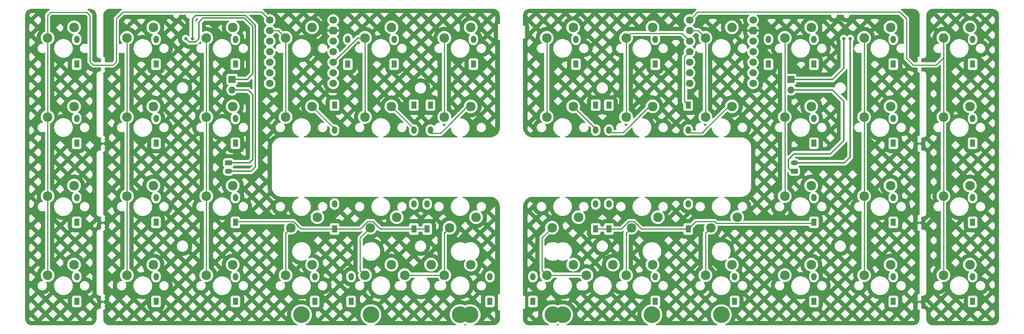
<source format=gbr>
%TF.GenerationSoftware,KiCad,Pcbnew,(7.0.0)*%
%TF.CreationDate,2024-02-09T22:05:53+01:00*%
%TF.ProjectId,graham cracker,67726168-616d-4206-9372-61636b65722e,rev?*%
%TF.SameCoordinates,Original*%
%TF.FileFunction,Copper,L1,Top*%
%TF.FilePolarity,Positive*%
%FSLAX46Y46*%
G04 Gerber Fmt 4.6, Leading zero omitted, Abs format (unit mm)*
G04 Created by KiCad (PCBNEW (7.0.0)) date 2024-02-09 22:05:53*
%MOMM*%
%LPD*%
G01*
G04 APERTURE LIST*
G04 Aperture macros list*
%AMRoundRect*
0 Rectangle with rounded corners*
0 $1 Rounding radius*
0 $2 $3 $4 $5 $6 $7 $8 $9 X,Y pos of 4 corners*
0 Add a 4 corners polygon primitive as box body*
4,1,4,$2,$3,$4,$5,$6,$7,$8,$9,$2,$3,0*
0 Add four circle primitives for the rounded corners*
1,1,$1+$1,$2,$3*
1,1,$1+$1,$4,$5*
1,1,$1+$1,$6,$7*
1,1,$1+$1,$8,$9*
0 Add four rect primitives between the rounded corners*
20,1,$1+$1,$2,$3,$4,$5,0*
20,1,$1+$1,$4,$5,$6,$7,0*
20,1,$1+$1,$6,$7,$8,$9,0*
20,1,$1+$1,$8,$9,$2,$3,0*%
G04 Aperture macros list end*
%TA.AperFunction,ComponentPad*%
%ADD10C,2.300000*%
%TD*%
%TA.AperFunction,ComponentPad*%
%ADD11C,4.000000*%
%TD*%
%TA.AperFunction,ComponentPad*%
%ADD12C,1.800000*%
%TD*%
%TA.AperFunction,ComponentPad*%
%ADD13RoundRect,0.450000X0.450000X0.450000X-0.450000X0.450000X-0.450000X-0.450000X0.450000X-0.450000X0*%
%TD*%
%TA.AperFunction,ComponentPad*%
%ADD14R,1.300000X1.778000*%
%TD*%
%TA.AperFunction,ComponentPad*%
%ADD15O,1.300000X1.778000*%
%TD*%
%TA.AperFunction,ComponentPad*%
%ADD16R,1.700000X1.700000*%
%TD*%
%TA.AperFunction,ComponentPad*%
%ADD17O,1.700000X1.700000*%
%TD*%
%TA.AperFunction,ComponentPad*%
%ADD18RoundRect,0.250000X0.625000X-0.350000X0.625000X0.350000X-0.625000X0.350000X-0.625000X-0.350000X0*%
%TD*%
%TA.AperFunction,ComponentPad*%
%ADD19O,1.750000X1.200000*%
%TD*%
%TA.AperFunction,ComponentPad*%
%ADD20RoundRect,0.250000X-0.625000X0.350000X-0.625000X-0.350000X0.625000X-0.350000X0.625000X0.350000X0*%
%TD*%
%TA.AperFunction,ViaPad*%
%ADD21C,0.800000*%
%TD*%
%TA.AperFunction,Conductor*%
%ADD22C,0.250000*%
%TD*%
%TA.AperFunction,Conductor*%
%ADD23C,0.380000*%
%TD*%
G04 APERTURE END LIST*
D10*
%TO.P,MX29,1,1*%
%TO.N,Net-(D29-A)*%
X113347500Y-73977500D03*
%TO.P,MX29,2,2*%
%TO.N,COL4*%
X106997500Y-76517500D03*
%TD*%
%TO.P,MX11,1,1*%
%TO.N,COL10*%
X225583750Y-30797500D03*
%TO.P,MX11,2,2*%
%TO.N,Net-(D11-A)*%
X231933750Y-28257500D03*
%TD*%
%TO.P,MX22,1,1*%
%TO.N,COL9*%
X206533750Y-49847500D03*
%TO.P,MX22,2,2*%
%TO.N,Net-(D22-A)*%
X212883750Y-47307500D03*
%TD*%
%TO.P,MX6,1,1*%
%TO.N,COL5*%
X124777500Y-30797500D03*
%TO.P,MX6,2,2*%
%TO.N,Net-(D6-A)*%
X131127500Y-28257500D03*
%TD*%
%TO.P,MX26,1,1*%
%TO.N,COL1*%
X48577500Y-68897500D03*
%TO.P,MX26,2,2*%
%TO.N,Net-(D26-A)*%
X54927500Y-66357500D03*
%TD*%
D11*
%TO.P,S3,*%
%TO.N,*%
X174625000Y-97472500D03*
X150812500Y-97472500D03*
%TD*%
D10*
%TO.P,MX5,1,1*%
%TO.N,COL4*%
X105727500Y-30797500D03*
%TO.P,MX5,2,2*%
%TO.N,Net-(D5-A)*%
X112077500Y-28257500D03*
%TD*%
%TO.P,MX36,1,1*%
%TO.N,COL11*%
X244633750Y-68897500D03*
%TO.P,MX36,2,2*%
%TO.N,Net-(D36-A)*%
X250983750Y-66357500D03*
%TD*%
%TO.P,MX44,1,1*%
%TO.N,COL6*%
X149383750Y-87947500D03*
%TO.P,MX44,2,2*%
%TO.N,Net-(D43-A)*%
X155733750Y-85407500D03*
%TD*%
D12*
%TO.P,U1,1,P0.02*%
%TO.N,COL0*%
X82867500Y-26511250D03*
%TO.P,U1,2,P0.03*%
%TO.N,COL3*%
X82867500Y-29051250D03*
%TO.P,U1,3,P0.28*%
%TO.N,COL1*%
X82867500Y-31591250D03*
%TO.P,U1,4,P0.29*%
%TO.N,COL2*%
X82867500Y-34131250D03*
%TO.P,U1,5,P0.04*%
%TO.N,ROW1l*%
X82867500Y-36671250D03*
%TO.P,U1,6,P0.05*%
%TO.N,ROW2l*%
X82867500Y-39211250D03*
%TO.P,U1,7,P1.11*%
%TO.N,ROW3l*%
X82867500Y-41751250D03*
%TO.P,U1,8,5V*%
%TO.N,unconnected-(U1-5V-Pad8)*%
X98107500Y-26511250D03*
D13*
%TO.P,U1,9,GND*%
%TO.N,unconnected-(U1-GND-Pad9)*%
X98107500Y-29051250D03*
D12*
%TO.P,U1,10,3V3*%
%TO.N,unconnected-(U1-3V3-Pad10)*%
X98107500Y-31591250D03*
%TO.P,U1,11,P1.15*%
%TO.N,unconnected-(U1-P1.15-Pad11)*%
X98107500Y-34131250D03*
%TO.P,U1,12,P1.14*%
%TO.N,COL4*%
X98107500Y-36671250D03*
%TO.P,U1,13,P1.13*%
%TO.N,ROW0l*%
X98107500Y-39211250D03*
%TO.P,U1,14,P1.12*%
%TO.N,COL5*%
X98107500Y-41751250D03*
%TD*%
D10*
%TO.P,MX23,1,1*%
%TO.N,COL10*%
X225583750Y-49847500D03*
%TO.P,MX23,2,2*%
%TO.N,Net-(D23-A)*%
X231933750Y-47307500D03*
%TD*%
D11*
%TO.P,S4,*%
%TO.N,*%
X191293750Y-97472500D03*
X153193750Y-97472500D03*
%TD*%
D10*
%TO.P,MX32,1,1*%
%TO.N,Net-(D32-A)*%
X176053750Y-73977500D03*
%TO.P,MX32,2,2*%
%TO.N,COL7*%
X169703750Y-76517500D03*
%TD*%
%TO.P,MX2,1,1*%
%TO.N,COL1*%
X48577500Y-30797500D03*
%TO.P,MX2,2,2*%
%TO.N,Net-(D2-A)*%
X54927500Y-28257500D03*
%TD*%
%TO.P,MX45,1,1*%
%TO.N,COL6*%
X158908750Y-87947500D03*
%TO.P,MX45,2,2*%
%TO.N,Net-(D43-A)*%
X165258750Y-85407500D03*
%TD*%
%TO.P,MX15,1,1*%
%TO.N,COL2*%
X67627500Y-49847500D03*
%TO.P,MX15,2,2*%
%TO.N,Net-(D15-A)*%
X73977500Y-47307500D03*
%TD*%
%TO.P,MX41,1,1*%
%TO.N,COL4*%
X105727500Y-87947500D03*
%TO.P,MX41,2,2*%
%TO.N,Net-(D41-A)*%
X112077500Y-85407500D03*
%TD*%
%TO.P,MX48,1,1*%
%TO.N,COL9*%
X206533750Y-87947500D03*
%TO.P,MX48,2,2*%
%TO.N,Net-(D46-A)*%
X212883750Y-85407500D03*
%TD*%
%TO.P,MX7,1,1*%
%TO.N,COL6*%
X149383750Y-30797500D03*
%TO.P,MX7,2,2*%
%TO.N,Net-(D7-A)*%
X155733750Y-28257500D03*
%TD*%
%TO.P,MX13,1,1*%
%TO.N,COL0*%
X29527500Y-49847500D03*
%TO.P,MX13,2,2*%
%TO.N,Net-(D13-A)*%
X35877500Y-47307500D03*
%TD*%
%TO.P,MX33,1,1*%
%TO.N,Net-(D33-A)*%
X195103750Y-73977500D03*
%TO.P,MX33,2,2*%
%TO.N,COL8*%
X188753750Y-76517500D03*
%TD*%
%TO.P,MX9,1,1*%
%TO.N,COL8*%
X187483750Y-30797500D03*
%TO.P,MX9,2,2*%
%TO.N,Net-(D9-A)*%
X193833750Y-28257500D03*
%TD*%
%TO.P,MX21,1,1*%
%TO.N,COL8*%
X187483750Y-49847500D03*
%TO.P,MX21,2,2*%
%TO.N,Net-(D21-A)*%
X193833750Y-47307500D03*
%TD*%
%TO.P,MX40,1,1*%
%TO.N,COL3*%
X86677500Y-87947500D03*
%TO.P,MX40,2,2*%
%TO.N,Net-(D40-A)*%
X93027500Y-85407500D03*
%TD*%
%TO.P,MX37,1,1*%
%TO.N,COL0*%
X29527500Y-87947500D03*
%TO.P,MX37,2,2*%
%TO.N,Net-(D37-A)*%
X35877500Y-85407500D03*
%TD*%
D12*
%TO.P,U2,1,P0.02*%
%TO.N,COL11*%
X183673750Y-26511250D03*
%TO.P,U2,2,P0.03*%
%TO.N,COL8*%
X183673750Y-29051250D03*
%TO.P,U2,3,P0.28*%
%TO.N,COL7*%
X183673750Y-31591250D03*
%TO.P,U2,4,P0.29*%
%TO.N,ROW1r*%
X183673750Y-34131250D03*
%TO.P,U2,5,P0.04*%
%TO.N,ROW2r*%
X183673750Y-36671250D03*
%TO.P,U2,6,P0.05*%
%TO.N,ROW3r*%
X183673750Y-39211250D03*
%TO.P,U2,7,P1.11*%
%TO.N,COL6*%
X183673750Y-41751250D03*
%TO.P,U2,8,5V*%
%TO.N,unconnected-(U2-5V-Pad8)*%
X198913750Y-26511250D03*
D13*
%TO.P,U2,9,GND*%
%TO.N,unconnected-(U2-GND-Pad9)*%
X198913750Y-29051250D03*
D12*
%TO.P,U2,10,3V3*%
%TO.N,unconnected-(U2-3V3-Pad10)*%
X198913750Y-31591250D03*
%TO.P,U2,11,P1.15*%
%TO.N,unconnected-(U2-P1.15-Pad11)*%
X198913750Y-34131250D03*
%TO.P,U2,12,P1.14*%
%TO.N,ROW0r*%
X198913750Y-36671250D03*
%TO.P,U2,13,P1.13*%
%TO.N,COL10*%
X198913750Y-39211250D03*
%TO.P,U2,14,P1.12*%
%TO.N,COL9*%
X198913750Y-41751250D03*
%TD*%
D10*
%TO.P,MX28,1,1*%
%TO.N,Net-(D28-A)*%
X94297500Y-73977500D03*
%TO.P,MX28,2,2*%
%TO.N,COL3*%
X87947500Y-76517500D03*
%TD*%
%TO.P,MX17,1,1*%
%TO.N,COL4*%
X105727500Y-49847500D03*
%TO.P,MX17,2,2*%
%TO.N,Net-(D17-A)*%
X112077500Y-47307500D03*
%TD*%
%TO.P,MX25,1,1*%
%TO.N,COL0*%
X29527500Y-68897500D03*
%TO.P,MX25,2,2*%
%TO.N,Net-(D25-A)*%
X35877500Y-66357500D03*
%TD*%
D11*
%TO.P,S1,*%
%TO.N,*%
X128587500Y-97472500D03*
X90487500Y-97472500D03*
%TD*%
D10*
%TO.P,MX1,1,1*%
%TO.N,COL0*%
X29527500Y-30797500D03*
%TO.P,MX1,2,2*%
%TO.N,Net-(D1-A)*%
X35877500Y-28257500D03*
%TD*%
%TO.P,MX20,1,1*%
%TO.N,COL7*%
X168433750Y-49847500D03*
%TO.P,MX20,2,2*%
%TO.N,Net-(D20-A)*%
X174783750Y-47307500D03*
%TD*%
%TO.P,MX38,1,1*%
%TO.N,COL1*%
X48577500Y-87947500D03*
%TO.P,MX38,2,2*%
%TO.N,Net-(D38-A)*%
X54927500Y-85407500D03*
%TD*%
D11*
%TO.P,S2,*%
%TO.N,*%
X130968750Y-97472500D03*
X107156250Y-97472500D03*
%TD*%
D10*
%TO.P,MX31,1,1*%
%TO.N,Net-(D31-A)*%
X157003750Y-73977500D03*
%TO.P,MX31,2,2*%
%TO.N,COL6*%
X150653750Y-76517500D03*
%TD*%
%TO.P,MX24,1,1*%
%TO.N,COL11*%
X244633750Y-49847500D03*
%TO.P,MX24,2,2*%
%TO.N,Net-(D24-A)*%
X250983750Y-47307500D03*
%TD*%
%TO.P,MX19,1,1*%
%TO.N,COL6*%
X149383750Y-49847500D03*
%TO.P,MX19,2,2*%
%TO.N,Net-(D19-A)*%
X155733750Y-47307500D03*
%TD*%
%TO.P,MX39,1,1*%
%TO.N,COL2*%
X67627500Y-87947500D03*
%TO.P,MX39,2,2*%
%TO.N,Net-(D39-A)*%
X73977500Y-85407500D03*
%TD*%
%TO.P,MX4,1,1*%
%TO.N,COL3*%
X86677500Y-30797500D03*
%TO.P,MX4,2,2*%
%TO.N,Net-(D4-A)*%
X93027500Y-28257500D03*
%TD*%
%TO.P,MX12,1,1*%
%TO.N,COL11*%
X244633750Y-30797500D03*
%TO.P,MX12,2,2*%
%TO.N,Net-(D12-A)*%
X250983750Y-28257500D03*
%TD*%
%TO.P,MX34,1,1*%
%TO.N,COL9*%
X206533750Y-68897500D03*
%TO.P,MX34,2,2*%
%TO.N,Net-(D34-A)*%
X212883750Y-66357500D03*
%TD*%
%TO.P,MX46,1,1*%
%TO.N,COL7*%
X168433750Y-87947500D03*
%TO.P,MX46,2,2*%
%TO.N,Net-(D44-A)*%
X174783750Y-85407500D03*
%TD*%
%TO.P,MX8,1,1*%
%TO.N,COL7*%
X168433750Y-30797500D03*
%TO.P,MX8,2,2*%
%TO.N,Net-(D8-A)*%
X174783750Y-28257500D03*
%TD*%
%TO.P,MX27,1,1*%
%TO.N,COL2*%
X67627500Y-68897500D03*
%TO.P,MX27,2,2*%
%TO.N,Net-(D27-A)*%
X73977500Y-66357500D03*
%TD*%
%TO.P,MX10,1,1*%
%TO.N,COL9*%
X206533750Y-30797500D03*
%TO.P,MX10,2,2*%
%TO.N,Net-(D10-A)*%
X212883750Y-28257500D03*
%TD*%
%TO.P,MX18,1,1*%
%TO.N,COL5*%
X124777500Y-49847500D03*
%TO.P,MX18,2,2*%
%TO.N,Net-(D18-A)*%
X131127500Y-47307500D03*
%TD*%
%TO.P,MX30,1,1*%
%TO.N,Net-(D30-A)*%
X132397500Y-73977500D03*
%TO.P,MX30,2,2*%
%TO.N,COL5*%
X126047500Y-76517500D03*
%TD*%
%TO.P,MX43,1,1*%
%TO.N,COL5*%
X115252500Y-87947500D03*
%TO.P,MX43,2,2*%
%TO.N,Net-(D42-A)*%
X121602500Y-85407500D03*
%TD*%
%TO.P,MX16,1,1*%
%TO.N,COL3*%
X86677500Y-49847500D03*
%TO.P,MX16,2,2*%
%TO.N,Net-(D16-A)*%
X93027500Y-47307500D03*
%TD*%
%TO.P,MX47,1,1*%
%TO.N,COL8*%
X187483750Y-87947500D03*
%TO.P,MX47,2,2*%
%TO.N,Net-(D45-A)*%
X193833750Y-85407500D03*
%TD*%
%TO.P,MX3,1,1*%
%TO.N,COL2*%
X67627500Y-30797500D03*
%TO.P,MX3,2,2*%
%TO.N,Net-(D3-A)*%
X73977500Y-28257500D03*
%TD*%
%TO.P,MX14,1,1*%
%TO.N,COL1*%
X48577500Y-49847500D03*
%TO.P,MX14,2,2*%
%TO.N,Net-(D14-A)*%
X54927500Y-47307500D03*
%TD*%
%TO.P,MX49,1,1*%
%TO.N,COL10*%
X225583750Y-87947500D03*
%TO.P,MX49,2,2*%
%TO.N,Net-(D47-A)*%
X231933750Y-85407500D03*
%TD*%
%TO.P,MX35,1,1*%
%TO.N,COL10*%
X225583750Y-68897500D03*
%TO.P,MX35,2,2*%
%TO.N,Net-(D35-A)*%
X231933750Y-66357500D03*
%TD*%
%TO.P,MX42,1,1*%
%TO.N,COL5*%
X124777500Y-87947500D03*
%TO.P,MX42,2,2*%
%TO.N,Net-(D42-A)*%
X131127500Y-85407500D03*
%TD*%
%TO.P,MX50,1,1*%
%TO.N,COL11*%
X244633750Y-87947500D03*
%TO.P,MX50,2,2*%
%TO.N,Net-(D48-A)*%
X250983750Y-85407500D03*
%TD*%
D14*
%TO.P,D31,1,K*%
%TO.N,ROW2r*%
X161131249Y-76818749D03*
D15*
%TO.P,D31,2,A*%
%TO.N,Net-(D31-A)*%
X161131249Y-70818749D03*
%TD*%
D14*
%TO.P,D38,1,K*%
%TO.N,ROW3l*%
X55562499Y-94281249D03*
D15*
%TO.P,D38,2,A*%
%TO.N,Net-(D38-A)*%
X55562499Y-88281249D03*
%TD*%
D14*
%TO.P,D47,1,K*%
%TO.N,ROW3r*%
X232568749Y-94281249D03*
D15*
%TO.P,D47,2,A*%
%TO.N,Net-(D47-A)*%
X232568749Y-88281249D03*
%TD*%
D14*
%TO.P,D37,1,K*%
%TO.N,ROW3l*%
X36512499Y-94281249D03*
D15*
%TO.P,D37,2,A*%
%TO.N,Net-(D37-A)*%
X36512499Y-88281249D03*
%TD*%
D14*
%TO.P,D21,1,K*%
%TO.N,ROW1r*%
X183356249Y-47006249D03*
D15*
%TO.P,D21,2,A*%
%TO.N,Net-(D21-A)*%
X183356249Y-53006249D03*
%TD*%
D14*
%TO.P,D19,1,K*%
%TO.N,ROW1r*%
X161131249Y-47006249D03*
D15*
%TO.P,D19,2,A*%
%TO.N,Net-(D19-A)*%
X161131249Y-53006249D03*
%TD*%
D14*
%TO.P,D17,1,K*%
%TO.N,ROW1l*%
X117474999Y-47006249D03*
D15*
%TO.P,D17,2,A*%
%TO.N,Net-(D17-A)*%
X117474999Y-53006249D03*
%TD*%
D14*
%TO.P,D32,1,K*%
%TO.N,ROW2r*%
X164306249Y-76818749D03*
D15*
%TO.P,D32,2,A*%
%TO.N,Net-(D32-A)*%
X164306249Y-70818749D03*
%TD*%
D14*
%TO.P,D7,1,K*%
%TO.N,ROW0r*%
X156368749Y-37131249D03*
D15*
%TO.P,D7,2,A*%
%TO.N,Net-(D7-A)*%
X156368749Y-31131249D03*
%TD*%
D14*
%TO.P,D36,1,K*%
%TO.N,ROW2r*%
X251618749Y-75231249D03*
D15*
%TO.P,D36,2,A*%
%TO.N,Net-(D36-A)*%
X251618749Y-69231249D03*
%TD*%
D14*
%TO.P,D28,1,K*%
%TO.N,ROW2l*%
X98424999Y-76818749D03*
D15*
%TO.P,D28,2,A*%
%TO.N,Net-(D28-A)*%
X98424999Y-70818749D03*
%TD*%
D14*
%TO.P,D4,1,K*%
%TO.N,ROW0l*%
X101599999Y-37131249D03*
D15*
%TO.P,D4,2,A*%
%TO.N,Net-(D4-A)*%
X101599999Y-31131249D03*
%TD*%
D14*
%TO.P,D9,1,K*%
%TO.N,ROW0r*%
X202606249Y-37131249D03*
D15*
%TO.P,D9,2,A*%
%TO.N,Net-(D9-A)*%
X202606249Y-31131249D03*
%TD*%
D14*
%TO.P,D33,1,K*%
%TO.N,ROW2r*%
X183356249Y-76818749D03*
D15*
%TO.P,D33,2,A*%
%TO.N,Net-(D33-A)*%
X183356249Y-70818749D03*
%TD*%
D14*
%TO.P,D39,1,K*%
%TO.N,ROW3l*%
X74612499Y-94281249D03*
D15*
%TO.P,D39,2,A*%
%TO.N,Net-(D39-A)*%
X74612499Y-88281249D03*
%TD*%
D14*
%TO.P,D35,1,K*%
%TO.N,ROW2r*%
X232568749Y-75231249D03*
D15*
%TO.P,D35,2,A*%
%TO.N,Net-(D35-A)*%
X232568749Y-69231249D03*
%TD*%
D14*
%TO.P,D46,1,K*%
%TO.N,ROW3r*%
X213518749Y-94281249D03*
D15*
%TO.P,D46,2,A*%
%TO.N,Net-(D46-A)*%
X213518749Y-88281249D03*
%TD*%
D14*
%TO.P,D25,1,K*%
%TO.N,ROW2l*%
X36512499Y-75231249D03*
D15*
%TO.P,D25,2,A*%
%TO.N,Net-(D25-A)*%
X36512499Y-69231249D03*
%TD*%
D14*
%TO.P,D29,1,K*%
%TO.N,ROW2l*%
X117474999Y-76818749D03*
D15*
%TO.P,D29,2,A*%
%TO.N,Net-(D29-A)*%
X117474999Y-70818749D03*
%TD*%
D14*
%TO.P,D30,1,K*%
%TO.N,ROW2l*%
X120649999Y-76818749D03*
D15*
%TO.P,D30,2,A*%
%TO.N,Net-(D30-A)*%
X120649999Y-70818749D03*
%TD*%
D16*
%TO.P,J4,1,Pin_1*%
%TO.N,BAT+_R*%
X207962499Y-40793749D03*
D17*
%TO.P,J4,2,Pin_2*%
%TO.N,GND_R*%
X207962499Y-43333749D03*
%TD*%
D14*
%TO.P,D3,1,K*%
%TO.N,ROW0l*%
X74612499Y-37131249D03*
D15*
%TO.P,D3,2,A*%
%TO.N,Net-(D3-A)*%
X74612499Y-31131249D03*
%TD*%
D14*
%TO.P,D40,1,K*%
%TO.N,ROW3l*%
X93662499Y-94281249D03*
D15*
%TO.P,D40,2,A*%
%TO.N,Net-(D40-A)*%
X93662499Y-88281249D03*
%TD*%
D14*
%TO.P,D11,1,K*%
%TO.N,ROW0r*%
X232568749Y-37131249D03*
D15*
%TO.P,D11,2,A*%
%TO.N,Net-(D11-A)*%
X232568749Y-31131249D03*
%TD*%
D14*
%TO.P,D18,1,K*%
%TO.N,ROW1l*%
X121443749Y-47006249D03*
D15*
%TO.P,D18,2,A*%
%TO.N,Net-(D18-A)*%
X121443749Y-53006249D03*
%TD*%
D14*
%TO.P,D13,1,K*%
%TO.N,ROW1l*%
X36512499Y-56181249D03*
D15*
%TO.P,D13,2,A*%
%TO.N,Net-(D13-A)*%
X36512499Y-50181249D03*
%TD*%
D14*
%TO.P,D42,1,K*%
%TO.N,ROW3l*%
X135731249Y-94281249D03*
D15*
%TO.P,D42,2,A*%
%TO.N,Net-(D42-A)*%
X135731249Y-88281249D03*
%TD*%
D14*
%TO.P,D12,1,K*%
%TO.N,ROW0r*%
X251618749Y-37131249D03*
D15*
%TO.P,D12,2,A*%
%TO.N,Net-(D12-A)*%
X251618749Y-31131249D03*
%TD*%
D14*
%TO.P,D43,1,K*%
%TO.N,ROW3r*%
X146049999Y-94281249D03*
D15*
%TO.P,D43,2,A*%
%TO.N,Net-(D43-A)*%
X146049999Y-88281249D03*
%TD*%
D14*
%TO.P,D1,1,K*%
%TO.N,ROW0l*%
X36512499Y-37131249D03*
D15*
%TO.P,D1,2,A*%
%TO.N,Net-(D1-A)*%
X36512499Y-31131249D03*
%TD*%
D14*
%TO.P,D15,1,K*%
%TO.N,ROW1l*%
X74612499Y-56181249D03*
D15*
%TO.P,D15,2,A*%
%TO.N,Net-(D15-A)*%
X74612499Y-50181249D03*
%TD*%
D14*
%TO.P,D23,1,K*%
%TO.N,ROW1r*%
X232568749Y-56181249D03*
D15*
%TO.P,D23,2,A*%
%TO.N,Net-(D23-A)*%
X232568749Y-50181249D03*
%TD*%
D14*
%TO.P,D41,1,K*%
%TO.N,ROW3l*%
X102393749Y-94281249D03*
D15*
%TO.P,D41,2,A*%
%TO.N,Net-(D41-A)*%
X102393749Y-88281249D03*
%TD*%
D14*
%TO.P,D48,1,K*%
%TO.N,ROW3r*%
X251618749Y-94281249D03*
D15*
%TO.P,D48,2,A*%
%TO.N,Net-(D48-A)*%
X251618749Y-88281249D03*
%TD*%
D14*
%TO.P,D10,1,K*%
%TO.N,ROW0r*%
X213518749Y-37131249D03*
D15*
%TO.P,D10,2,A*%
%TO.N,Net-(D10-A)*%
X213518749Y-31131249D03*
%TD*%
D14*
%TO.P,D24,1,K*%
%TO.N,ROW1r*%
X251618749Y-56181249D03*
D15*
%TO.P,D24,2,A*%
%TO.N,Net-(D24-A)*%
X251618749Y-50181249D03*
%TD*%
D14*
%TO.P,D6,1,K*%
%TO.N,ROW0l*%
X131762499Y-37131249D03*
D15*
%TO.P,D6,2,A*%
%TO.N,Net-(D6-A)*%
X131762499Y-31131249D03*
%TD*%
D14*
%TO.P,D44,1,K*%
%TO.N,ROW3r*%
X175418749Y-94281249D03*
D15*
%TO.P,D44,2,A*%
%TO.N,Net-(D44-A)*%
X175418749Y-88281249D03*
%TD*%
D14*
%TO.P,D45,1,K*%
%TO.N,ROW3r*%
X194468749Y-94281249D03*
D15*
%TO.P,D45,2,A*%
%TO.N,Net-(D45-A)*%
X194468749Y-88281249D03*
%TD*%
D14*
%TO.P,D16,1,K*%
%TO.N,ROW1l*%
X98424999Y-47006249D03*
D15*
%TO.P,D16,2,A*%
%TO.N,Net-(D16-A)*%
X98424999Y-53006249D03*
%TD*%
D14*
%TO.P,D5,1,K*%
%TO.N,ROW0l*%
X112712499Y-37131249D03*
D15*
%TO.P,D5,2,A*%
%TO.N,Net-(D5-A)*%
X112712499Y-31131249D03*
%TD*%
D14*
%TO.P,D22,1,K*%
%TO.N,ROW1r*%
X213518749Y-56181249D03*
D15*
%TO.P,D22,2,A*%
%TO.N,Net-(D22-A)*%
X213518749Y-50181249D03*
%TD*%
D14*
%TO.P,D2,1,K*%
%TO.N,ROW0l*%
X55562499Y-37131249D03*
D15*
%TO.P,D2,2,A*%
%TO.N,Net-(D2-A)*%
X55562499Y-31131249D03*
%TD*%
D14*
%TO.P,D8,1,K*%
%TO.N,ROW0r*%
X175418749Y-37131249D03*
D15*
%TO.P,D8,2,A*%
%TO.N,Net-(D8-A)*%
X175418749Y-31131249D03*
%TD*%
D14*
%TO.P,D34,1,K*%
%TO.N,ROW2r*%
X213518749Y-75231249D03*
D15*
%TO.P,D34,2,A*%
%TO.N,Net-(D34-A)*%
X213518749Y-69231249D03*
%TD*%
D14*
%TO.P,D14,1,K*%
%TO.N,ROW1l*%
X55562499Y-56181249D03*
D15*
%TO.P,D14,2,A*%
%TO.N,Net-(D14-A)*%
X55562499Y-50181249D03*
%TD*%
D18*
%TO.P,J2,1,Pin_1*%
%TO.N,GND_R*%
X208825000Y-62912500D03*
D19*
%TO.P,J2,2,Pin_2*%
%TO.N,VBAT_R*%
X208824999Y-60912499D03*
%TD*%
D14*
%TO.P,D27,1,K*%
%TO.N,ROW2l*%
X74612499Y-75231249D03*
D15*
%TO.P,D27,2,A*%
%TO.N,Net-(D27-A)*%
X74612499Y-69231249D03*
%TD*%
D14*
%TO.P,D20,1,K*%
%TO.N,ROW1r*%
X164306249Y-47006249D03*
D15*
%TO.P,D20,2,A*%
%TO.N,Net-(D20-A)*%
X164306249Y-53006249D03*
%TD*%
D16*
%TO.P,J3,1,Pin_1*%
%TO.N,BAT+_L*%
X73818749Y-40793749D03*
D17*
%TO.P,J3,2,Pin_2*%
%TO.N,GND_L*%
X73818749Y-43333749D03*
%TD*%
D20*
%TO.P,J1,1,Pin_1*%
%TO.N,GND_L*%
X72956250Y-60912500D03*
D19*
%TO.P,J1,2,Pin_2*%
%TO.N,VBAT_L*%
X72956249Y-62912499D03*
%TD*%
D14*
%TO.P,D26,1,K*%
%TO.N,ROW2l*%
X55562499Y-75231249D03*
D15*
%TO.P,D26,2,A*%
%TO.N,Net-(D26-A)*%
X55562499Y-69231249D03*
%TD*%
D21*
%TO.N,BAT+_L*%
X62706250Y-30956250D03*
%TO.N,VBAT_L*%
X64293750Y-30956250D03*
%TO.N,BAT+_R*%
X220662500Y-30956250D03*
%TO.N,VBAT_R*%
X222250000Y-30956250D03*
%TO.N,unconnected-(U1-GND-Pad9)*%
X100806250Y-28575000D03*
%TO.N,unconnected-(U2-GND-Pad9)*%
X201612500Y-28575000D03*
%TD*%
D22*
%TO.N,Net-(D16-A)*%
X98425000Y-52705000D02*
X98425000Y-53006250D01*
X93027500Y-47307500D02*
X98425000Y-52705000D01*
%TO.N,Net-(D17-A)*%
X112077500Y-47307500D02*
X117475000Y-52705000D01*
%TO.N,Net-(D18-A)*%
X130317369Y-47307500D02*
X131127500Y-47307500D01*
X126218600Y-51406269D02*
X130317369Y-47307500D01*
X121443750Y-53800000D02*
X123862767Y-53800000D01*
X126218600Y-51444167D02*
X126218600Y-51406269D01*
X123862767Y-53800000D02*
X126218600Y-51444167D01*
%TO.N,Net-(D19-A)*%
X155733750Y-47307500D02*
X161131250Y-52705000D01*
X161131250Y-52705000D02*
X161131250Y-53006250D01*
%TO.N,Net-(D20-A)*%
X164937500Y-53637500D02*
X167681517Y-53637500D01*
X164306250Y-53006250D02*
X164937500Y-53637500D01*
X169874850Y-51444166D02*
X169874850Y-51406269D01*
X173973619Y-47307500D02*
X174783750Y-47307500D01*
X169874850Y-51406269D02*
X173973619Y-47307500D01*
X167681517Y-53637500D02*
X169874850Y-51444166D01*
%TO.N,Net-(D21-A)*%
X187463750Y-52867369D02*
X187463750Y-52905267D01*
X186680116Y-53688901D02*
X184038901Y-53688901D01*
X193833750Y-47307500D02*
X193023619Y-47307500D01*
X193023619Y-47307500D02*
X187463750Y-52867369D01*
X187463750Y-52905267D02*
X186680116Y-53688901D01*
X184038901Y-53688901D02*
X183356250Y-53006250D01*
D23*
%TO.N,BAT+_L*%
X63500000Y-31750000D02*
X62706250Y-30956250D01*
X76753506Y-25980000D02*
X66888750Y-25980000D01*
X65881250Y-30956250D02*
X65087500Y-31750000D01*
X78795000Y-28021494D02*
X76753506Y-25980000D01*
X77475000Y-40793750D02*
X78795000Y-39473750D01*
X65087500Y-31750000D02*
X63500000Y-31750000D01*
X73818750Y-40793750D02*
X77475000Y-40793750D01*
X65881250Y-26987500D02*
X65881250Y-30956250D01*
X78795000Y-39473750D02*
X78795000Y-28021494D01*
X66888750Y-25980000D02*
X65881250Y-26987500D01*
%TO.N,VBAT_L*%
X79375000Y-27781250D02*
X79375000Y-61912500D01*
X78375000Y-62912500D02*
X72956250Y-62912500D01*
X79375000Y-61912500D02*
X78375000Y-62912500D01*
X76993750Y-25400000D02*
X79375000Y-27781250D01*
X65087500Y-25400000D02*
X76993750Y-25400000D01*
X64293750Y-30956250D02*
X64293750Y-26193750D01*
X64293750Y-26193750D02*
X65087500Y-25400000D01*
%TO.N,BAT+_R*%
X220662500Y-38100000D02*
X220662500Y-30956250D01*
X217968750Y-40793750D02*
X220662500Y-38100000D01*
X207962500Y-40793750D02*
X217968750Y-40793750D01*
%TO.N,VBAT_R*%
X222250000Y-30956250D02*
X222250000Y-59531250D01*
X220868750Y-60912500D02*
X208825000Y-60912500D01*
X222250000Y-59531250D02*
X220868750Y-60912500D01*
%TO.N,GND_R*%
X207451250Y-62195000D02*
X207451250Y-60042500D01*
X217958750Y-43333750D02*
X207962500Y-43333750D01*
X207451250Y-60042500D02*
X208756250Y-58737500D01*
X208168750Y-62912500D02*
X207451250Y-62195000D01*
X208825000Y-62912500D02*
X208168750Y-62912500D01*
X220662500Y-46037500D02*
X217958750Y-43333750D01*
X208756250Y-58737500D02*
X217487500Y-58737500D01*
X217487500Y-58737500D02*
X220662500Y-55562500D01*
X220662500Y-55562500D02*
X220662500Y-46037500D01*
%TO.N,GND_L*%
X78795000Y-60111250D02*
X77993750Y-60912500D01*
X77993750Y-60912500D02*
X72956250Y-60912500D01*
X73818750Y-43333750D02*
X77678750Y-43333750D01*
X77678750Y-43333750D02*
X78795000Y-44450000D01*
X78795000Y-44450000D02*
X78795000Y-60111250D01*
D22*
%TO.N,COL0*%
X39687500Y-36512500D02*
X39687500Y-25400000D01*
X38893750Y-24606250D02*
X30261936Y-24606250D01*
X80956250Y-24600000D02*
X47631250Y-24600000D01*
X30261936Y-24606250D02*
X29527500Y-25340686D01*
X82867500Y-26511250D02*
X80956250Y-24600000D01*
X45243750Y-37306250D02*
X40481250Y-37306250D01*
X46037500Y-26193750D02*
X46037500Y-36512500D01*
X46037500Y-36512500D02*
X45243750Y-37306250D01*
X47631250Y-24600000D02*
X46037500Y-26193750D01*
X29527500Y-25340686D02*
X29527500Y-30797500D01*
X39687500Y-25400000D02*
X38893750Y-24606250D01*
X40481250Y-37306250D02*
X39687500Y-36512500D01*
X29527500Y-87947500D02*
X29527500Y-30797500D01*
%TO.N,COL1*%
X48577500Y-30797500D02*
X48577500Y-87947500D01*
%TO.N,COL2*%
X67627500Y-87947500D02*
X67627500Y-30797500D01*
%TO.N,COL3*%
X86677500Y-77787500D02*
X87947500Y-76517500D01*
X86677500Y-30797500D02*
X84931250Y-29051250D01*
X86677500Y-87947500D02*
X86677500Y-77787500D01*
X84931250Y-29051250D02*
X82867500Y-29051250D01*
X86677500Y-30797500D02*
X86677500Y-49847500D01*
%TO.N,COL4*%
X105727500Y-30797500D02*
X105727500Y-49847500D01*
X104577500Y-78937500D02*
X106997500Y-76517500D01*
X105727500Y-87947500D02*
X104577500Y-86797500D01*
X103981250Y-30797500D02*
X98107500Y-36671250D01*
X104577500Y-86797500D02*
X104577500Y-78937500D01*
X105727500Y-30797500D02*
X103981250Y-30797500D01*
%TO.N,COL5*%
X124777500Y-77787500D02*
X126047500Y-76517500D01*
X124777500Y-87947500D02*
X124777500Y-77787500D01*
X124777500Y-30797500D02*
X124777500Y-49847500D01*
X115252500Y-87947500D02*
X124777500Y-87947500D01*
%TO.N,COL6*%
X148233750Y-78937500D02*
X148233750Y-86797500D01*
X148233750Y-86797500D02*
X149383750Y-87947500D01*
X158908750Y-87947500D02*
X149383750Y-87947500D01*
X150653750Y-76517500D02*
X148233750Y-78937500D01*
X149383750Y-30797500D02*
X149383750Y-49847500D01*
%TO.N,COL7*%
X168433750Y-87947500D02*
X168433750Y-77787500D01*
X168433750Y-77787500D02*
X169703750Y-76517500D01*
X168433750Y-30797500D02*
X169498750Y-29732500D01*
X169498750Y-29732500D02*
X181815000Y-29732500D01*
X181815000Y-29732500D02*
X183673750Y-31591250D01*
X168433750Y-30797500D02*
X168433750Y-49847500D01*
%TO.N,COL8*%
X187483750Y-87947500D02*
X187483750Y-77787500D01*
X185737500Y-29051250D02*
X183673750Y-29051250D01*
X187483750Y-30797500D02*
X185737500Y-29051250D01*
X187483750Y-49847500D02*
X187483750Y-30797500D01*
X187483750Y-77787500D02*
X188753750Y-76517500D01*
%TO.N,COL9*%
X206533750Y-68897500D02*
X206533750Y-30797500D01*
%TO.N,COL10*%
X225583750Y-30797500D02*
X225583750Y-87947500D01*
%TO.N,COL11*%
X235743750Y-35718750D02*
X237331250Y-37306250D01*
X237331250Y-37306250D02*
X242887500Y-37306250D01*
X183673750Y-26511250D02*
X185585000Y-24600000D01*
X235743750Y-26193750D02*
X235743750Y-35718750D01*
X185585000Y-24600000D02*
X234150000Y-24600000D01*
X244633750Y-34925000D02*
X244633750Y-87947500D01*
X244633750Y-35560000D02*
X244633750Y-34925000D01*
X242887500Y-37306250D02*
X244633750Y-35560000D01*
X244633750Y-30797500D02*
X244633750Y-34925000D01*
X234150000Y-24600000D02*
X235743750Y-26193750D01*
%TO.N,ROW1r*%
X182448750Y-46098750D02*
X183356250Y-47006250D01*
X183673750Y-34131250D02*
X182448750Y-35356250D01*
X182448750Y-35356250D02*
X182448750Y-46098750D01*
%TO.N,ROW2l*%
X98425000Y-76818750D02*
X104610284Y-76818750D01*
X74801250Y-75042500D02*
X74612500Y-75231250D01*
X104610284Y-76818750D02*
X106386534Y-75042500D01*
X88558466Y-75042500D02*
X90334716Y-76818750D01*
X88558466Y-75042500D02*
X74801250Y-75042500D01*
X117475000Y-76818750D02*
X120650000Y-76818750D01*
X109384716Y-76818750D02*
X117475000Y-76818750D01*
X106386534Y-75042500D02*
X107608466Y-75042500D01*
X107608466Y-75042500D02*
X109384716Y-76818750D01*
X90334716Y-76818750D02*
X98425000Y-76818750D01*
%TO.N,ROW2r*%
X161131250Y-76818750D02*
X164306250Y-76818750D01*
X170314716Y-75042500D02*
X172090966Y-76818750D01*
X164306250Y-76818750D02*
X167316534Y-76818750D01*
X185132500Y-75042500D02*
X183356250Y-76818750D01*
X213518750Y-75231250D02*
X213297500Y-75452500D01*
X172090966Y-76818750D02*
X183356250Y-76818750D01*
X213297500Y-75452500D02*
X190116250Y-75452500D01*
X167316534Y-76818750D02*
X169092784Y-75042500D01*
X189706250Y-75042500D02*
X185132500Y-75042500D01*
X190116250Y-75452500D02*
X189706250Y-75042500D01*
X169092784Y-75042500D02*
X170314716Y-75042500D01*
D23*
%TO.N,unconnected-(U1-GND-Pad9)*%
X100330000Y-29051250D02*
X100806250Y-28575000D01*
X98107500Y-29051250D02*
X100330000Y-29051250D01*
%TO.N,unconnected-(U2-GND-Pad9)*%
X201136250Y-29051250D02*
X201612500Y-28575000D01*
X198913750Y-29051250D02*
X201136250Y-29051250D01*
%TD*%
%TA.AperFunction,Conductor*%
%TO.N,unconnected-(U1-GND-Pad9)*%
G36*
X29916514Y-23812905D02*
G01*
X29981630Y-23831380D01*
X30027344Y-23881297D01*
X30040034Y-23947784D01*
X30015918Y-24011029D01*
X29971249Y-24045243D01*
X29972290Y-24047136D01*
X29965456Y-24050892D01*
X29958204Y-24053764D01*
X29951898Y-24058344D01*
X29951893Y-24058348D01*
X29922863Y-24079439D01*
X29913105Y-24085848D01*
X29882234Y-24104106D01*
X29875515Y-24108080D01*
X29869999Y-24113594D01*
X29869992Y-24113601D01*
X29861343Y-24122250D01*
X29846560Y-24134876D01*
X29836663Y-24142067D01*
X29836656Y-24142073D01*
X29830349Y-24146656D01*
X29825382Y-24152658D01*
X29825371Y-24152670D01*
X29802506Y-24180309D01*
X29794646Y-24188947D01*
X29140196Y-24843397D01*
X29132011Y-24850845D01*
X29125623Y-24854900D01*
X29120288Y-24860580D01*
X29120283Y-24860585D01*
X29079596Y-24903911D01*
X29076892Y-24906702D01*
X29060128Y-24923466D01*
X29060121Y-24923473D01*
X29057380Y-24926215D01*
X29055000Y-24929282D01*
X29054989Y-24929295D01*
X29054900Y-24929411D01*
X29047342Y-24938256D01*
X29022780Y-24964413D01*
X29022773Y-24964422D01*
X29017438Y-24970104D01*
X29013682Y-24976935D01*
X29013679Y-24976940D01*
X29007785Y-24987661D01*
X28997109Y-25003913D01*
X28989611Y-25013580D01*
X28989605Y-25013589D01*
X28984827Y-25019750D01*
X28981734Y-25026894D01*
X28981729Y-25026905D01*
X28967474Y-25059846D01*
X28962338Y-25070329D01*
X28941303Y-25108594D01*
X28939364Y-25116142D01*
X28939363Y-25116147D01*
X28936322Y-25127993D01*
X28930021Y-25146397D01*
X28925158Y-25157634D01*
X28925156Y-25157638D01*
X28922062Y-25164790D01*
X28920842Y-25172489D01*
X28920842Y-25172491D01*
X28915229Y-25207927D01*
X28912861Y-25219362D01*
X28903938Y-25254114D01*
X28903936Y-25254122D01*
X28902000Y-25261667D01*
X28902000Y-25269463D01*
X28902000Y-25281703D01*
X28900474Y-25301088D01*
X28897340Y-25320882D01*
X28898074Y-25328647D01*
X28898074Y-25328650D01*
X28901450Y-25364362D01*
X28902000Y-25376031D01*
X28902000Y-29187248D01*
X28892561Y-29234701D01*
X28865681Y-29274929D01*
X28825453Y-29301808D01*
X28818473Y-29304700D01*
X28780368Y-29320483D01*
X28780360Y-29320486D01*
X28775872Y-29322346D01*
X28771737Y-29324879D01*
X28771725Y-29324886D01*
X28558513Y-29455542D01*
X28558503Y-29455548D01*
X28554360Y-29458088D01*
X28550659Y-29461248D01*
X28550652Y-29461254D01*
X28360511Y-29623650D01*
X28360504Y-29623656D01*
X28356811Y-29626811D01*
X28353656Y-29630504D01*
X28353650Y-29630511D01*
X28191254Y-29820652D01*
X28191248Y-29820659D01*
X28188088Y-29824360D01*
X28185548Y-29828503D01*
X28185542Y-29828513D01*
X28054886Y-30041725D01*
X28054879Y-30041737D01*
X28052346Y-30045872D01*
X28050486Y-30050360D01*
X28050483Y-30050368D01*
X27955557Y-30279540D01*
X27952927Y-30285890D01*
X27951792Y-30290614D01*
X27951789Y-30290626D01*
X27893415Y-30533772D01*
X27893413Y-30533778D01*
X27892279Y-30538506D01*
X27891897Y-30543354D01*
X27891897Y-30543357D01*
X27874222Y-30767942D01*
X27871896Y-30797500D01*
X27872278Y-30802354D01*
X27891790Y-31050288D01*
X27892279Y-31056494D01*
X27893414Y-31061223D01*
X27893415Y-31061227D01*
X27951789Y-31304373D01*
X27951791Y-31304381D01*
X27952927Y-31309110D01*
X27954791Y-31313610D01*
X28011887Y-31451453D01*
X28052346Y-31549128D01*
X28054882Y-31553267D01*
X28054886Y-31553274D01*
X28185542Y-31766486D01*
X28188088Y-31770640D01*
X28191252Y-31774344D01*
X28191254Y-31774347D01*
X28261633Y-31856750D01*
X28356811Y-31968189D01*
X28360511Y-31971349D01*
X28386692Y-31993710D01*
X28421452Y-32042353D01*
X28429411Y-32101607D01*
X28408718Y-32157699D01*
X28364183Y-32197587D01*
X28306160Y-32212000D01*
X28203882Y-32212000D01*
X28200953Y-32212279D01*
X28200946Y-32212280D01*
X28049409Y-32226750D01*
X28049403Y-32226751D01*
X28043529Y-32227312D01*
X28037859Y-32228976D01*
X28037858Y-32228977D01*
X27842953Y-32286206D01*
X27842948Y-32286207D01*
X27837291Y-32287869D01*
X27832051Y-32290570D01*
X27832047Y-32290572D01*
X27651490Y-32383655D01*
X27651482Y-32383659D01*
X27646241Y-32386362D01*
X27641609Y-32390004D01*
X27641599Y-32390011D01*
X27481923Y-32515582D01*
X27481916Y-32515588D01*
X27477283Y-32519232D01*
X27473419Y-32523690D01*
X27473416Y-32523694D01*
X27340391Y-32677213D01*
X27336524Y-32681676D01*
X27333573Y-32686786D01*
X27333571Y-32686790D01*
X27232847Y-32861250D01*
X27229052Y-32867823D01*
X27227120Y-32873403D01*
X27227119Y-32873407D01*
X27160683Y-33065359D01*
X27160681Y-33065365D01*
X27158750Y-33070946D01*
X27157909Y-33076789D01*
X27157908Y-33076797D01*
X27129000Y-33277863D01*
X27128999Y-33277869D01*
X27128161Y-33283703D01*
X27128441Y-33289587D01*
X27128441Y-33289594D01*
X27136469Y-33458112D01*
X27138388Y-33498404D01*
X27139779Y-33504141D01*
X27139780Y-33504142D01*
X27154965Y-33566738D01*
X27189063Y-33707290D01*
X27191516Y-33712661D01*
X27191518Y-33712667D01*
X27256464Y-33854878D01*
X27278354Y-33902810D01*
X27281776Y-33907615D01*
X27281778Y-33907619D01*
X27399609Y-34073090D01*
X27399612Y-34073093D01*
X27403034Y-34077899D01*
X27558597Y-34226227D01*
X27563565Y-34229420D01*
X27563568Y-34229422D01*
X27714369Y-34326336D01*
X27739420Y-34342435D01*
X27744903Y-34344630D01*
X27744905Y-34344631D01*
X27916684Y-34413401D01*
X27938968Y-34422322D01*
X28150028Y-34463000D01*
X28308164Y-34463000D01*
X28311118Y-34463000D01*
X28471471Y-34447688D01*
X28677709Y-34387131D01*
X28682955Y-34384426D01*
X28682961Y-34384424D01*
X28721180Y-34364721D01*
X28782426Y-34351015D01*
X28842538Y-34369055D01*
X28886117Y-34414218D01*
X28902000Y-34474936D01*
X28902000Y-48237248D01*
X28892561Y-48284701D01*
X28865681Y-48324929D01*
X28825453Y-48351808D01*
X28817395Y-48355146D01*
X28780368Y-48370483D01*
X28780360Y-48370486D01*
X28775872Y-48372346D01*
X28771737Y-48374879D01*
X28771725Y-48374886D01*
X28558513Y-48505542D01*
X28558503Y-48505548D01*
X28554360Y-48508088D01*
X28550659Y-48511248D01*
X28550652Y-48511254D01*
X28360511Y-48673650D01*
X28360504Y-48673656D01*
X28356811Y-48676811D01*
X28353656Y-48680504D01*
X28353650Y-48680511D01*
X28191254Y-48870652D01*
X28191248Y-48870659D01*
X28188088Y-48874360D01*
X28185548Y-48878503D01*
X28185542Y-48878513D01*
X28054886Y-49091725D01*
X28054879Y-49091737D01*
X28052346Y-49095872D01*
X28050486Y-49100360D01*
X28050483Y-49100368D01*
X27954791Y-49331389D01*
X27952927Y-49335890D01*
X27951792Y-49340614D01*
X27951789Y-49340626D01*
X27893415Y-49583772D01*
X27893413Y-49583778D01*
X27892279Y-49588506D01*
X27891897Y-49593354D01*
X27891897Y-49593357D01*
X27873442Y-49827857D01*
X27871896Y-49847500D01*
X27872278Y-49852354D01*
X27878355Y-49929577D01*
X27892279Y-50106494D01*
X27893414Y-50111223D01*
X27893415Y-50111227D01*
X27951789Y-50354373D01*
X27951791Y-50354381D01*
X27952927Y-50359110D01*
X27954791Y-50363610D01*
X28049430Y-50592090D01*
X28052346Y-50599128D01*
X28054882Y-50603267D01*
X28054886Y-50603274D01*
X28168398Y-50788509D01*
X28188088Y-50820640D01*
X28191253Y-50824346D01*
X28191254Y-50824347D01*
X28258602Y-50903201D01*
X28356811Y-51018189D01*
X28360511Y-51021349D01*
X28386692Y-51043710D01*
X28421452Y-51092353D01*
X28429411Y-51151607D01*
X28408718Y-51207699D01*
X28364183Y-51247587D01*
X28306160Y-51262000D01*
X28203882Y-51262000D01*
X28200953Y-51262279D01*
X28200946Y-51262280D01*
X28049409Y-51276750D01*
X28049403Y-51276751D01*
X28043529Y-51277312D01*
X28037859Y-51278976D01*
X28037858Y-51278977D01*
X27842953Y-51336206D01*
X27842948Y-51336207D01*
X27837291Y-51337869D01*
X27832051Y-51340570D01*
X27832047Y-51340572D01*
X27651490Y-51433655D01*
X27651482Y-51433659D01*
X27646241Y-51436362D01*
X27641609Y-51440004D01*
X27641599Y-51440011D01*
X27481923Y-51565582D01*
X27481916Y-51565588D01*
X27477283Y-51569232D01*
X27473419Y-51573690D01*
X27473416Y-51573694D01*
X27340390Y-51727214D01*
X27336524Y-51731676D01*
X27333573Y-51736786D01*
X27333571Y-51736790D01*
X27237604Y-51903011D01*
X27229052Y-51917823D01*
X27227120Y-51923403D01*
X27227119Y-51923407D01*
X27160683Y-52115359D01*
X27160681Y-52115365D01*
X27158750Y-52120946D01*
X27157909Y-52126789D01*
X27157908Y-52126797D01*
X27129000Y-52327863D01*
X27128999Y-52327869D01*
X27128161Y-52333703D01*
X27128441Y-52339587D01*
X27128441Y-52339594D01*
X27134950Y-52476229D01*
X27138388Y-52548404D01*
X27139779Y-52554141D01*
X27139780Y-52554142D01*
X27178574Y-52714056D01*
X27189063Y-52757290D01*
X27191516Y-52762661D01*
X27191518Y-52762667D01*
X27232129Y-52851592D01*
X27278354Y-52952810D01*
X27281776Y-52957615D01*
X27281778Y-52957619D01*
X27399609Y-53123090D01*
X27399612Y-53123093D01*
X27403034Y-53127899D01*
X27558597Y-53276227D01*
X27563565Y-53279420D01*
X27563568Y-53279422D01*
X27655710Y-53338638D01*
X27739420Y-53392435D01*
X27744903Y-53394630D01*
X27744905Y-53394631D01*
X27915885Y-53463081D01*
X27938968Y-53472322D01*
X28150028Y-53513000D01*
X28308164Y-53513000D01*
X28311118Y-53513000D01*
X28471471Y-53497688D01*
X28677709Y-53437131D01*
X28682955Y-53434426D01*
X28682961Y-53434424D01*
X28721180Y-53414721D01*
X28782426Y-53401015D01*
X28842538Y-53419055D01*
X28886117Y-53464218D01*
X28902000Y-53524936D01*
X28902000Y-67287248D01*
X28892561Y-67334701D01*
X28865681Y-67374929D01*
X28825453Y-67401808D01*
X28822797Y-67402909D01*
X28780368Y-67420483D01*
X28780360Y-67420486D01*
X28775872Y-67422346D01*
X28771737Y-67424879D01*
X28771725Y-67424886D01*
X28558513Y-67555542D01*
X28558503Y-67555548D01*
X28554360Y-67558088D01*
X28550659Y-67561248D01*
X28550652Y-67561254D01*
X28360511Y-67723650D01*
X28360504Y-67723656D01*
X28356811Y-67726811D01*
X28353656Y-67730504D01*
X28353650Y-67730511D01*
X28191254Y-67920652D01*
X28191248Y-67920659D01*
X28188088Y-67924360D01*
X28185548Y-67928503D01*
X28185542Y-67928513D01*
X28054886Y-68141725D01*
X28054879Y-68141737D01*
X28052346Y-68145872D01*
X28050486Y-68150360D01*
X28050483Y-68150368D01*
X27954791Y-68381389D01*
X27952927Y-68385890D01*
X27951792Y-68390614D01*
X27951789Y-68390626D01*
X27893415Y-68633772D01*
X27893413Y-68633778D01*
X27892279Y-68638506D01*
X27891897Y-68643354D01*
X27891897Y-68643357D01*
X27884911Y-68732129D01*
X27871896Y-68897500D01*
X27872278Y-68902354D01*
X27888555Y-69109183D01*
X27892279Y-69156494D01*
X27893414Y-69161223D01*
X27893415Y-69161227D01*
X27951789Y-69404373D01*
X27951791Y-69404381D01*
X27952927Y-69409110D01*
X27954791Y-69413610D01*
X28034839Y-69606864D01*
X28052346Y-69649128D01*
X28054882Y-69653267D01*
X28054886Y-69653274D01*
X28168398Y-69838509D01*
X28188088Y-69870640D01*
X28191253Y-69874346D01*
X28191254Y-69874347D01*
X28274226Y-69971495D01*
X28356811Y-70068189D01*
X28360511Y-70071349D01*
X28386692Y-70093710D01*
X28421452Y-70142353D01*
X28429411Y-70201607D01*
X28408718Y-70257699D01*
X28364183Y-70297587D01*
X28306160Y-70312000D01*
X28203882Y-70312000D01*
X28200953Y-70312279D01*
X28200946Y-70312280D01*
X28049409Y-70326750D01*
X28049403Y-70326751D01*
X28043529Y-70327312D01*
X28037859Y-70328976D01*
X28037858Y-70328977D01*
X27842953Y-70386206D01*
X27842948Y-70386207D01*
X27837291Y-70387869D01*
X27832051Y-70390570D01*
X27832047Y-70390572D01*
X27651490Y-70483655D01*
X27651482Y-70483659D01*
X27646241Y-70486362D01*
X27641609Y-70490004D01*
X27641599Y-70490011D01*
X27481923Y-70615582D01*
X27481916Y-70615588D01*
X27477283Y-70619232D01*
X27473419Y-70623690D01*
X27473416Y-70623694D01*
X27340390Y-70777214D01*
X27336524Y-70781676D01*
X27333573Y-70786786D01*
X27333571Y-70786790D01*
X27237604Y-70953011D01*
X27229052Y-70967823D01*
X27227120Y-70973403D01*
X27227119Y-70973407D01*
X27160683Y-71165359D01*
X27160681Y-71165365D01*
X27158750Y-71170946D01*
X27157909Y-71176789D01*
X27157908Y-71176797D01*
X27129000Y-71377863D01*
X27128999Y-71377869D01*
X27128161Y-71383703D01*
X27128441Y-71389587D01*
X27128441Y-71389594D01*
X27136685Y-71562650D01*
X27138388Y-71598404D01*
X27139779Y-71604141D01*
X27139780Y-71604142D01*
X27177067Y-71757844D01*
X27189063Y-71807290D01*
X27191516Y-71812661D01*
X27191518Y-71812667D01*
X27256464Y-71954878D01*
X27278354Y-72002810D01*
X27281776Y-72007615D01*
X27281778Y-72007619D01*
X27399609Y-72173090D01*
X27399612Y-72173093D01*
X27403034Y-72177899D01*
X27558597Y-72326227D01*
X27563565Y-72329420D01*
X27563568Y-72329422D01*
X27684996Y-72407459D01*
X27739420Y-72442435D01*
X27744903Y-72444630D01*
X27744905Y-72444631D01*
X27913190Y-72512002D01*
X27938968Y-72522322D01*
X28150028Y-72563000D01*
X28308164Y-72563000D01*
X28311118Y-72563000D01*
X28471471Y-72547688D01*
X28677709Y-72487131D01*
X28682955Y-72484426D01*
X28682961Y-72484424D01*
X28721180Y-72464721D01*
X28782426Y-72451015D01*
X28842538Y-72469055D01*
X28886117Y-72514218D01*
X28902000Y-72574936D01*
X28902000Y-86337248D01*
X28892561Y-86384701D01*
X28865681Y-86424929D01*
X28825453Y-86451808D01*
X28817395Y-86455146D01*
X28780368Y-86470483D01*
X28780360Y-86470486D01*
X28775872Y-86472346D01*
X28771737Y-86474879D01*
X28771725Y-86474886D01*
X28558513Y-86605542D01*
X28558503Y-86605548D01*
X28554360Y-86608088D01*
X28550659Y-86611248D01*
X28550652Y-86611254D01*
X28360511Y-86773650D01*
X28360504Y-86773656D01*
X28356811Y-86776811D01*
X28353656Y-86780504D01*
X28353650Y-86780511D01*
X28191254Y-86970652D01*
X28191248Y-86970659D01*
X28188088Y-86974360D01*
X28185548Y-86978503D01*
X28185542Y-86978513D01*
X28054886Y-87191725D01*
X28054879Y-87191737D01*
X28052346Y-87195872D01*
X28050486Y-87200360D01*
X28050483Y-87200368D01*
X27954791Y-87431389D01*
X27952927Y-87435890D01*
X27951792Y-87440614D01*
X27951789Y-87440626D01*
X27893415Y-87683772D01*
X27893413Y-87683778D01*
X27892279Y-87688506D01*
X27891897Y-87693354D01*
X27891897Y-87693357D01*
X27873442Y-87927857D01*
X27871896Y-87947500D01*
X27872278Y-87952354D01*
X27878355Y-88029577D01*
X27892279Y-88206494D01*
X27893414Y-88211223D01*
X27893415Y-88211227D01*
X27951789Y-88454373D01*
X27951791Y-88454381D01*
X27952927Y-88459110D01*
X27954791Y-88463610D01*
X28038427Y-88665526D01*
X28052346Y-88699128D01*
X28054882Y-88703267D01*
X28054886Y-88703274D01*
X28168398Y-88888509D01*
X28188088Y-88920640D01*
X28191253Y-88924346D01*
X28191254Y-88924347D01*
X28224134Y-88962844D01*
X28356811Y-89118189D01*
X28360511Y-89121349D01*
X28386692Y-89143710D01*
X28421452Y-89192353D01*
X28429411Y-89251607D01*
X28408718Y-89307699D01*
X28364183Y-89347587D01*
X28306160Y-89362000D01*
X28203882Y-89362000D01*
X28200953Y-89362279D01*
X28200946Y-89362280D01*
X28049409Y-89376750D01*
X28049403Y-89376751D01*
X28043529Y-89377312D01*
X28037859Y-89378976D01*
X28037858Y-89378977D01*
X27842953Y-89436206D01*
X27842948Y-89436207D01*
X27837291Y-89437869D01*
X27832051Y-89440570D01*
X27832047Y-89440572D01*
X27651490Y-89533655D01*
X27651482Y-89533659D01*
X27646241Y-89536362D01*
X27641609Y-89540004D01*
X27641599Y-89540011D01*
X27481923Y-89665582D01*
X27481916Y-89665588D01*
X27477283Y-89669232D01*
X27473419Y-89673690D01*
X27473416Y-89673694D01*
X27340390Y-89827214D01*
X27336524Y-89831676D01*
X27333573Y-89836786D01*
X27333571Y-89836790D01*
X27237604Y-90003011D01*
X27229052Y-90017823D01*
X27227120Y-90023403D01*
X27227119Y-90023407D01*
X27160683Y-90215359D01*
X27160681Y-90215365D01*
X27158750Y-90220946D01*
X27157909Y-90226789D01*
X27157908Y-90226797D01*
X27129000Y-90427863D01*
X27128999Y-90427869D01*
X27128161Y-90433703D01*
X27128441Y-90439587D01*
X27128441Y-90439594D01*
X27138107Y-90642506D01*
X27138388Y-90648404D01*
X27139779Y-90654141D01*
X27139780Y-90654142D01*
X27177067Y-90807844D01*
X27189063Y-90857290D01*
X27191516Y-90862661D01*
X27191518Y-90862667D01*
X27256464Y-91004878D01*
X27278354Y-91052810D01*
X27281776Y-91057615D01*
X27281778Y-91057619D01*
X27399609Y-91223090D01*
X27399612Y-91223093D01*
X27403034Y-91227899D01*
X27558597Y-91376227D01*
X27563565Y-91379420D01*
X27563568Y-91379422D01*
X27684996Y-91457459D01*
X27739420Y-91492435D01*
X27744903Y-91494630D01*
X27744905Y-91494631D01*
X27920119Y-91564776D01*
X27938968Y-91572322D01*
X28150028Y-91613000D01*
X28308164Y-91613000D01*
X28311118Y-91613000D01*
X28471471Y-91597688D01*
X28677709Y-91537131D01*
X28868759Y-91438638D01*
X29037717Y-91305768D01*
X29178476Y-91143324D01*
X29285948Y-90957177D01*
X29356250Y-90754054D01*
X29383767Y-90562664D01*
X31089333Y-90562664D01*
X31089747Y-90566785D01*
X31089748Y-90566796D01*
X31118395Y-90851549D01*
X31119411Y-90861645D01*
X31120371Y-90865673D01*
X31120373Y-90865685D01*
X31185319Y-91138209D01*
X31189070Y-91153949D01*
X31190560Y-91157818D01*
X31190562Y-91157824D01*
X31242240Y-91292002D01*
X31297069Y-91434360D01*
X31299053Y-91437981D01*
X31299059Y-91437993D01*
X31405217Y-91631706D01*
X31441479Y-91697875D01*
X31443935Y-91701208D01*
X31443938Y-91701213D01*
X31586268Y-91894385D01*
X31619723Y-91939790D01*
X31828621Y-92155789D01*
X31951526Y-92252846D01*
X32061191Y-92339448D01*
X32061195Y-92339450D01*
X32064446Y-92342018D01*
X32068010Y-92344129D01*
X32068013Y-92344131D01*
X32144297Y-92389314D01*
X32322987Y-92495152D01*
X32326791Y-92496765D01*
X32326795Y-92496767D01*
X32341195Y-92502873D01*
X32599633Y-92612460D01*
X32889446Y-92691848D01*
X33187255Y-92731900D01*
X33410451Y-92731900D01*
X33412533Y-92731900D01*
X33637319Y-92716852D01*
X33931787Y-92656999D01*
X34215651Y-92558431D01*
X34344113Y-92493516D01*
X39122598Y-92493516D01*
X39655633Y-93026551D01*
X40301447Y-92380737D01*
X40298309Y-92365971D01*
X40297126Y-92359589D01*
X40284847Y-92282063D01*
X40283999Y-92275628D01*
X40281289Y-92249847D01*
X40280780Y-92243375D01*
X40276670Y-92164970D01*
X40276500Y-92158479D01*
X40276500Y-91523268D01*
X40273333Y-91520101D01*
X40202769Y-91642324D01*
X40199698Y-91647363D01*
X40161117Y-91707397D01*
X40157809Y-91712284D01*
X40144135Y-91731487D01*
X40140598Y-91736213D01*
X40096471Y-91792325D01*
X40092713Y-91796876D01*
X39951954Y-91959320D01*
X39947985Y-91963686D01*
X39898739Y-92015335D01*
X39894566Y-92019508D01*
X39877505Y-92035776D01*
X39873137Y-92039746D01*
X39819191Y-92086491D01*
X39814640Y-92090250D01*
X39645682Y-92223120D01*
X39640957Y-92226657D01*
X39582813Y-92268061D01*
X39577925Y-92271369D01*
X39558093Y-92284114D01*
X39553054Y-92287185D01*
X39491249Y-92322868D01*
X39486069Y-92325697D01*
X39295019Y-92424190D01*
X39289709Y-92426769D01*
X39224774Y-92456423D01*
X39219348Y-92458746D01*
X39197463Y-92467507D01*
X39191935Y-92469569D01*
X39124500Y-92492908D01*
X39122598Y-92493516D01*
X34344113Y-92493516D01*
X34483843Y-92422907D01*
X34731580Y-92252846D01*
X34954439Y-92051282D01*
X35148443Y-91821812D01*
X35310131Y-91568532D01*
X35436618Y-91295960D01*
X35525646Y-91008962D01*
X35575626Y-90712658D01*
X35584953Y-90433703D01*
X37288161Y-90433703D01*
X37288441Y-90439587D01*
X37288441Y-90439594D01*
X37298107Y-90642506D01*
X37298388Y-90648404D01*
X37299779Y-90654141D01*
X37299780Y-90654142D01*
X37337067Y-90807844D01*
X37349063Y-90857290D01*
X37351516Y-90862661D01*
X37351518Y-90862667D01*
X37416464Y-91004878D01*
X37438354Y-91052810D01*
X37441776Y-91057615D01*
X37441778Y-91057619D01*
X37559609Y-91223090D01*
X37559612Y-91223093D01*
X37563034Y-91227899D01*
X37718597Y-91376227D01*
X37723565Y-91379420D01*
X37723568Y-91379422D01*
X37844996Y-91457459D01*
X37899420Y-91492435D01*
X37904903Y-91494630D01*
X37904905Y-91494631D01*
X38080119Y-91564776D01*
X38098968Y-91572322D01*
X38310028Y-91613000D01*
X38468164Y-91613000D01*
X38471118Y-91613000D01*
X38631471Y-91597688D01*
X38837709Y-91537131D01*
X39028759Y-91438638D01*
X39197717Y-91305768D01*
X39338476Y-91143324D01*
X39445948Y-90957177D01*
X39516250Y-90754054D01*
X39546839Y-90541297D01*
X39536612Y-90326596D01*
X39485937Y-90117710D01*
X39396646Y-89922190D01*
X39380952Y-89900151D01*
X39275390Y-89751909D01*
X39275388Y-89751907D01*
X39271966Y-89747101D01*
X39116403Y-89598773D01*
X39111435Y-89595580D01*
X39111431Y-89595577D01*
X38940552Y-89485760D01*
X38940549Y-89485758D01*
X38935580Y-89482565D01*
X38930100Y-89480371D01*
X38930094Y-89480368D01*
X38741514Y-89404872D01*
X38741507Y-89404870D01*
X38736032Y-89402678D01*
X38730237Y-89401561D01*
X38730230Y-89401559D01*
X38530769Y-89363117D01*
X38530766Y-89363116D01*
X38524972Y-89362000D01*
X38363882Y-89362000D01*
X38360953Y-89362279D01*
X38360946Y-89362280D01*
X38209409Y-89376750D01*
X38209403Y-89376751D01*
X38203529Y-89377312D01*
X38197859Y-89378976D01*
X38197858Y-89378977D01*
X38002953Y-89436206D01*
X38002948Y-89436207D01*
X37997291Y-89437869D01*
X37992051Y-89440570D01*
X37992047Y-89440572D01*
X37811490Y-89533655D01*
X37811482Y-89533659D01*
X37806241Y-89536362D01*
X37801609Y-89540004D01*
X37801599Y-89540011D01*
X37641923Y-89665582D01*
X37641916Y-89665588D01*
X37637283Y-89669232D01*
X37633419Y-89673690D01*
X37633416Y-89673694D01*
X37500390Y-89827214D01*
X37496524Y-89831676D01*
X37493573Y-89836786D01*
X37493571Y-89836790D01*
X37397604Y-90003011D01*
X37389052Y-90017823D01*
X37387120Y-90023403D01*
X37387119Y-90023407D01*
X37320683Y-90215359D01*
X37320681Y-90215365D01*
X37318750Y-90220946D01*
X37317909Y-90226789D01*
X37317908Y-90226797D01*
X37289000Y-90427863D01*
X37288999Y-90427869D01*
X37288161Y-90433703D01*
X35584953Y-90433703D01*
X35585667Y-90412336D01*
X35555589Y-90113355D01*
X35485930Y-89821051D01*
X35377931Y-89540640D01*
X35374103Y-89533655D01*
X35280187Y-89362280D01*
X35233521Y-89277125D01*
X35226504Y-89267602D01*
X35109968Y-89109437D01*
X35055277Y-89035210D01*
X34846379Y-88819211D01*
X34688621Y-88694631D01*
X34613808Y-88635551D01*
X34613801Y-88635546D01*
X34610554Y-88632982D01*
X34606993Y-88630872D01*
X34606986Y-88630868D01*
X34355574Y-88481957D01*
X34355571Y-88481955D01*
X34352013Y-88479848D01*
X34348214Y-88478237D01*
X34348204Y-88478232D01*
X34079176Y-88364155D01*
X34079173Y-88364154D01*
X34075367Y-88362540D01*
X34071380Y-88361448D01*
X34071372Y-88361445D01*
X33789549Y-88284246D01*
X33789544Y-88284245D01*
X33785554Y-88283152D01*
X33781459Y-88282601D01*
X33781453Y-88282600D01*
X33491844Y-88243651D01*
X33491840Y-88243650D01*
X33487745Y-88243100D01*
X33262467Y-88243100D01*
X33260393Y-88243238D01*
X33260388Y-88243239D01*
X33041813Y-88257871D01*
X33041807Y-88257871D01*
X33037681Y-88258148D01*
X33033624Y-88258972D01*
X33033621Y-88258973D01*
X32747281Y-88317174D01*
X32747278Y-88317174D01*
X32743213Y-88318001D01*
X32739299Y-88319360D01*
X32739292Y-88319362D01*
X32463261Y-88415210D01*
X32463253Y-88415213D01*
X32459349Y-88416569D01*
X32455652Y-88418436D01*
X32455650Y-88418438D01*
X32194858Y-88550222D01*
X32194848Y-88550227D01*
X32191157Y-88552093D01*
X32187746Y-88554434D01*
X32187740Y-88554438D01*
X31946837Y-88719807D01*
X31946823Y-88719817D01*
X31943420Y-88722154D01*
X31940355Y-88724925D01*
X31940345Y-88724934D01*
X31723635Y-88920937D01*
X31723629Y-88920942D01*
X31720561Y-88923718D01*
X31717892Y-88926873D01*
X31717886Y-88926881D01*
X31529232Y-89150023D01*
X31529226Y-89150030D01*
X31526557Y-89153188D01*
X31524334Y-89156669D01*
X31524326Y-89156681D01*
X31367095Y-89402980D01*
X31367091Y-89402987D01*
X31364869Y-89406468D01*
X31363129Y-89410217D01*
X31363126Y-89410223D01*
X31240127Y-89675278D01*
X31240123Y-89675287D01*
X31238382Y-89679040D01*
X31237156Y-89682990D01*
X31237154Y-89682997D01*
X31150581Y-89962082D01*
X31149354Y-89966038D01*
X31148665Y-89970116D01*
X31148665Y-89970121D01*
X31101702Y-90248543D01*
X31099374Y-90262342D01*
X31099236Y-90266465D01*
X31099235Y-90266477D01*
X31089471Y-90558516D01*
X31089471Y-90558526D01*
X31089333Y-90562664D01*
X29383767Y-90562664D01*
X29386839Y-90541297D01*
X29376612Y-90326596D01*
X29325937Y-90117710D01*
X29236646Y-89922190D01*
X29216949Y-89894530D01*
X29130638Y-89773322D01*
X29108753Y-89717930D01*
X29115219Y-89658724D01*
X29148544Y-89609362D01*
X29201040Y-89581231D01*
X29258956Y-89580833D01*
X29258958Y-89580822D01*
X29259026Y-89580832D01*
X29260596Y-89580822D01*
X29268506Y-89582721D01*
X29527500Y-89603104D01*
X29786494Y-89582721D01*
X30039110Y-89522073D01*
X30279128Y-89422654D01*
X30500640Y-89286912D01*
X30698189Y-89118189D01*
X30866912Y-88920640D01*
X31002654Y-88699128D01*
X31102073Y-88459110D01*
X31162721Y-88206494D01*
X31183104Y-87947500D01*
X31162721Y-87688506D01*
X31102073Y-87435890D01*
X31002654Y-87195872D01*
X30998709Y-87189435D01*
X30869457Y-86978513D01*
X30869456Y-86978512D01*
X30866912Y-86974360D01*
X30698189Y-86776811D01*
X30694488Y-86773650D01*
X30504347Y-86611254D01*
X30504346Y-86611253D01*
X30500640Y-86608088D01*
X30496489Y-86605544D01*
X30496486Y-86605542D01*
X30283274Y-86474886D01*
X30283267Y-86474882D01*
X30279128Y-86472346D01*
X30274633Y-86470484D01*
X30274631Y-86470483D01*
X30245367Y-86458361D01*
X30229546Y-86451808D01*
X30189319Y-86424929D01*
X30162439Y-86384701D01*
X30153000Y-86337248D01*
X30153000Y-84893409D01*
X31522491Y-84893409D01*
X32584565Y-85955483D01*
X33132548Y-85407500D01*
X34221896Y-85407500D01*
X34222278Y-85412354D01*
X34238166Y-85614240D01*
X34242279Y-85666494D01*
X34243414Y-85671223D01*
X34243415Y-85671227D01*
X34301789Y-85914373D01*
X34301791Y-85914381D01*
X34302927Y-85919110D01*
X34304791Y-85923610D01*
X34380969Y-86107521D01*
X34402346Y-86159128D01*
X34404882Y-86163267D01*
X34404886Y-86163274D01*
X34535367Y-86376200D01*
X34538088Y-86380640D01*
X34541253Y-86384346D01*
X34541254Y-86384347D01*
X34662506Y-86526315D01*
X34706811Y-86578189D01*
X34904360Y-86746912D01*
X34908512Y-86749456D01*
X34908513Y-86749457D01*
X35057449Y-86840725D01*
X35125872Y-86882654D01*
X35365890Y-86982073D01*
X35614790Y-87041829D01*
X35672810Y-87074013D01*
X35705931Y-87131505D01*
X35704669Y-87197843D01*
X35669387Y-87254033D01*
X35662865Y-87259978D01*
X35662851Y-87259992D01*
X35658628Y-87263843D01*
X35655181Y-87268406D01*
X35655175Y-87268414D01*
X35533586Y-87429423D01*
X35533583Y-87429427D01*
X35530134Y-87433995D01*
X35527582Y-87439120D01*
X35527579Y-87439125D01*
X35468975Y-87556820D01*
X35435095Y-87624861D01*
X35433527Y-87630369D01*
X35433524Y-87630379D01*
X35378314Y-87824418D01*
X35378311Y-87824429D01*
X35376744Y-87829940D01*
X35376214Y-87835650D01*
X35376214Y-87835655D01*
X35364949Y-87957229D01*
X35362000Y-87989056D01*
X35362000Y-88573444D01*
X35362264Y-88576303D01*
X35362265Y-88576304D01*
X35375779Y-88722154D01*
X35376744Y-88732560D01*
X35378312Y-88738071D01*
X35378314Y-88738081D01*
X35433524Y-88932120D01*
X35433526Y-88932126D01*
X35435095Y-88937639D01*
X35530134Y-89128505D01*
X35534763Y-89134635D01*
X35649758Y-89286912D01*
X35658628Y-89298657D01*
X35662860Y-89302515D01*
X35775139Y-89404872D01*
X35816198Y-89442302D01*
X35997481Y-89554548D01*
X36196302Y-89631571D01*
X36405890Y-89670750D01*
X36613381Y-89670750D01*
X36619110Y-89670750D01*
X36828698Y-89631571D01*
X37027519Y-89554548D01*
X37208802Y-89442302D01*
X37366372Y-89298657D01*
X37494866Y-89128505D01*
X37589905Y-88937639D01*
X37648256Y-88732560D01*
X37663000Y-88573444D01*
X37663000Y-88374296D01*
X38661000Y-88374296D01*
X38708022Y-88381056D01*
X38713843Y-88382035D01*
X38924903Y-88422713D01*
X38930669Y-88423967D01*
X39000016Y-88440790D01*
X39005715Y-88442317D01*
X39028334Y-88448958D01*
X39033957Y-88450755D01*
X39101420Y-88474103D01*
X39106951Y-88476166D01*
X39306499Y-88556053D01*
X39311925Y-88558377D01*
X39376860Y-88588032D01*
X39382170Y-88590611D01*
X39403124Y-88601414D01*
X39408304Y-88604243D01*
X39470103Y-88639924D01*
X39475141Y-88642995D01*
X39655964Y-88759203D01*
X39660852Y-88762511D01*
X39719003Y-88803921D01*
X39723729Y-88807459D01*
X39742258Y-88822031D01*
X39746808Y-88825789D01*
X39800733Y-88872517D01*
X39805098Y-88876485D01*
X39960661Y-89024813D01*
X39964832Y-89028983D01*
X40014066Y-89080615D01*
X40018035Y-89084981D01*
X40033474Y-89102797D01*
X40037234Y-89107351D01*
X40038143Y-89108507D01*
X40276500Y-88870152D01*
X40276500Y-87987734D01*
X39655634Y-87366868D01*
X38661000Y-88361502D01*
X38661000Y-88374296D01*
X37663000Y-88374296D01*
X37663000Y-87989056D01*
X37659612Y-87952498D01*
X37657181Y-87926261D01*
X37648256Y-87829940D01*
X37589905Y-87624861D01*
X37494866Y-87433995D01*
X37383145Y-87286054D01*
X37369824Y-87268414D01*
X37369823Y-87268413D01*
X37366372Y-87263843D01*
X37355579Y-87254004D01*
X37213031Y-87124053D01*
X37213029Y-87124051D01*
X37208802Y-87120198D01*
X37203938Y-87117186D01*
X37203935Y-87117184D01*
X37032390Y-87010968D01*
X37032389Y-87010967D01*
X37027519Y-87007952D01*
X37022181Y-87005884D01*
X37022177Y-87005882D01*
X36889241Y-86954383D01*
X36838000Y-86917199D01*
X36811794Y-86859567D01*
X36817453Y-86796510D01*
X36853504Y-86744466D01*
X37044482Y-86581355D01*
X37044481Y-86581355D01*
X37048189Y-86578189D01*
X37216912Y-86380640D01*
X37352654Y-86159128D01*
X37452073Y-85919110D01*
X37512721Y-85666494D01*
X37533104Y-85407500D01*
X37512721Y-85148506D01*
X37452073Y-84895890D01*
X37451045Y-84893409D01*
X38593559Y-84893409D01*
X39655634Y-85955484D01*
X40276500Y-85334618D01*
X40276500Y-84452200D01*
X39655634Y-83831334D01*
X38593559Y-84893409D01*
X37451045Y-84893409D01*
X37352654Y-84655872D01*
X37316979Y-84597656D01*
X37219457Y-84438513D01*
X37219456Y-84438512D01*
X37216912Y-84434360D01*
X37048189Y-84236811D01*
X37039754Y-84229607D01*
X36854347Y-84071254D01*
X36854346Y-84071253D01*
X36850640Y-84068088D01*
X36846489Y-84065544D01*
X36846486Y-84065542D01*
X36633274Y-83934886D01*
X36633267Y-83934882D01*
X36629128Y-83932346D01*
X36624633Y-83930484D01*
X36624631Y-83930483D01*
X36393610Y-83834791D01*
X36389110Y-83832927D01*
X36384381Y-83831791D01*
X36384373Y-83831789D01*
X36141227Y-83773415D01*
X36141223Y-83773414D01*
X36136494Y-83772279D01*
X36131643Y-83771897D01*
X36131642Y-83771897D01*
X35882354Y-83752278D01*
X35877500Y-83751896D01*
X35872646Y-83752278D01*
X35623357Y-83771897D01*
X35623354Y-83771897D01*
X35618506Y-83772279D01*
X35613778Y-83773413D01*
X35613772Y-83773415D01*
X35370626Y-83831789D01*
X35370614Y-83831792D01*
X35365890Y-83832927D01*
X35361393Y-83834789D01*
X35361389Y-83834791D01*
X35130368Y-83930483D01*
X35130360Y-83930486D01*
X35125872Y-83932346D01*
X35121737Y-83934879D01*
X35121725Y-83934886D01*
X34908513Y-84065542D01*
X34908503Y-84065548D01*
X34904360Y-84068088D01*
X34900659Y-84071248D01*
X34900652Y-84071254D01*
X34710511Y-84233650D01*
X34710504Y-84233656D01*
X34706811Y-84236811D01*
X34703656Y-84240504D01*
X34703650Y-84240511D01*
X34541254Y-84430652D01*
X34541253Y-84430654D01*
X34538088Y-84434360D01*
X34535548Y-84438503D01*
X34535542Y-84438513D01*
X34404886Y-84651725D01*
X34404879Y-84651737D01*
X34402346Y-84655872D01*
X34400486Y-84660360D01*
X34400483Y-84660368D01*
X34313548Y-84870248D01*
X34302927Y-84895890D01*
X34301792Y-84900614D01*
X34301789Y-84900626D01*
X34243415Y-85143772D01*
X34243413Y-85143778D01*
X34242279Y-85148506D01*
X34241897Y-85153354D01*
X34241897Y-85153357D01*
X34230042Y-85303997D01*
X34221896Y-85407500D01*
X33132548Y-85407500D01*
X33228349Y-85311699D01*
X33247355Y-85070204D01*
X33247833Y-85065357D01*
X33254756Y-85006869D01*
X33255423Y-85002046D01*
X33258467Y-84982828D01*
X33259323Y-84978035D01*
X33270811Y-84920282D01*
X33271854Y-84915527D01*
X33332502Y-84662911D01*
X33333731Y-84658200D01*
X33349716Y-84601521D01*
X33350888Y-84597656D01*
X32584566Y-83831334D01*
X31522491Y-84893409D01*
X30153000Y-84893409D01*
X30153000Y-82397769D01*
X31151000Y-82397769D01*
X31151000Y-83853516D01*
X31878873Y-83125642D01*
X33290258Y-83125642D01*
X33858261Y-83693645D01*
X33947927Y-83588661D01*
X33951161Y-83585022D01*
X33991135Y-83541778D01*
X33994510Y-83538268D01*
X34008268Y-83524510D01*
X34011778Y-83521135D01*
X34055022Y-83481161D01*
X34058661Y-83477927D01*
X34256210Y-83309204D01*
X34259972Y-83306117D01*
X34306200Y-83269672D01*
X34310081Y-83266733D01*
X34325823Y-83255295D01*
X34329820Y-83252509D01*
X34378806Y-83219777D01*
X34382908Y-83217151D01*
X34604420Y-83081409D01*
X34608622Y-83078947D01*
X34660021Y-83050163D01*
X34664317Y-83047867D01*
X34681654Y-83039034D01*
X34686035Y-83036909D01*
X34739495Y-83012265D01*
X34743953Y-83010315D01*
X34793401Y-82989833D01*
X36961599Y-82989833D01*
X37011047Y-83010315D01*
X37015505Y-83012265D01*
X37068965Y-83036909D01*
X37073346Y-83039034D01*
X37090683Y-83047867D01*
X37094979Y-83050163D01*
X37146378Y-83078947D01*
X37150580Y-83081409D01*
X37372092Y-83217151D01*
X37376194Y-83219777D01*
X37425180Y-83252509D01*
X37429177Y-83255295D01*
X37444919Y-83266733D01*
X37448800Y-83269672D01*
X37495028Y-83306117D01*
X37498790Y-83309204D01*
X37696339Y-83477927D01*
X37699978Y-83481161D01*
X37743222Y-83521135D01*
X37746732Y-83524510D01*
X37760490Y-83538268D01*
X37763865Y-83541778D01*
X37803839Y-83585022D01*
X37807073Y-83588661D01*
X37975796Y-83786210D01*
X37978883Y-83789972D01*
X38015328Y-83836200D01*
X38018267Y-83840081D01*
X38029705Y-83855823D01*
X38032491Y-83859820D01*
X38065223Y-83908806D01*
X38067849Y-83912909D01*
X38103878Y-83971704D01*
X38949941Y-83125641D01*
X37887866Y-82063567D01*
X36961599Y-82989833D01*
X34793401Y-82989833D01*
X34983971Y-82910896D01*
X34988504Y-82909122D01*
X35043753Y-82888739D01*
X35048355Y-82887143D01*
X35066861Y-82881130D01*
X35071521Y-82879716D01*
X35128200Y-82863731D01*
X35132910Y-82862502D01*
X35147713Y-82858947D01*
X34352333Y-82063567D01*
X33290258Y-83125642D01*
X31878873Y-83125642D01*
X31151000Y-82397769D01*
X30153000Y-82397769D01*
X30153000Y-81357875D01*
X31522491Y-81357875D01*
X32584566Y-82419950D01*
X33646640Y-81357875D01*
X35058025Y-81357875D01*
X36120100Y-82419950D01*
X37182174Y-81357875D01*
X38593559Y-81357875D01*
X39655634Y-82419950D01*
X40276500Y-81799085D01*
X40276500Y-80916667D01*
X39655634Y-80295801D01*
X38593559Y-81357875D01*
X37182174Y-81357875D01*
X36120100Y-80295801D01*
X35058025Y-81357875D01*
X33646640Y-81357875D01*
X32584566Y-80295801D01*
X31522491Y-81357875D01*
X30153000Y-81357875D01*
X30153000Y-78862235D01*
X31151000Y-78862235D01*
X31151000Y-80317982D01*
X31878873Y-79590108D01*
X33290258Y-79590108D01*
X34352333Y-80652183D01*
X35414407Y-79590108D01*
X36825792Y-79590108D01*
X37887867Y-80652183D01*
X38949941Y-79590108D01*
X37887867Y-78528034D01*
X36825792Y-79590108D01*
X35414407Y-79590108D01*
X34352333Y-78528034D01*
X33290258Y-79590108D01*
X31878873Y-79590108D01*
X31151000Y-78862235D01*
X30153000Y-78862235D01*
X30153000Y-77822342D01*
X31522491Y-77822342D01*
X32584566Y-78884417D01*
X33646641Y-77822342D01*
X33646640Y-77822341D01*
X35058024Y-77822341D01*
X36120100Y-78884417D01*
X37182175Y-77822342D01*
X38593559Y-77822342D01*
X39655634Y-78884417D01*
X40276500Y-78263551D01*
X40276500Y-77787560D01*
X40276497Y-77710541D01*
X41274497Y-77710541D01*
X41274499Y-77752300D01*
X41274500Y-77787525D01*
X41274500Y-77788025D01*
X41274500Y-92074500D01*
X41274500Y-92075000D01*
X41274500Y-92158479D01*
X41275851Y-92164837D01*
X41275852Y-92164842D01*
X41297792Y-92268061D01*
X41309212Y-92321789D01*
X41311852Y-92327720D01*
X41311855Y-92327727D01*
X41374477Y-92468378D01*
X41374479Y-92468382D01*
X41377120Y-92474313D01*
X41380935Y-92479564D01*
X41380937Y-92479567D01*
X41454131Y-92580308D01*
X41475256Y-92609384D01*
X41526625Y-92655637D01*
X41593693Y-92716026D01*
X41599330Y-92721101D01*
X41743920Y-92804580D01*
X41902707Y-92856173D01*
X42068750Y-92873625D01*
X42075210Y-92872946D01*
X42075211Y-92872946D01*
X42175039Y-92862454D01*
X42242358Y-92874325D01*
X42293158Y-92920065D01*
X42312000Y-92985775D01*
X42312000Y-93000211D01*
X42314498Y-93008720D01*
X42314499Y-93008723D01*
X42324211Y-93041800D01*
X42352547Y-93138303D01*
X42391251Y-93198528D01*
X42412255Y-93231211D01*
X42431939Y-93298250D01*
X42412255Y-93365289D01*
X42395618Y-93391177D01*
X42352547Y-93458197D01*
X42350047Y-93466710D01*
X42350047Y-93466711D01*
X42314499Y-93587776D01*
X42314498Y-93587780D01*
X42312000Y-93596289D01*
X42312000Y-93740211D01*
X42314498Y-93748720D01*
X42314499Y-93748723D01*
X42323489Y-93779340D01*
X42352547Y-93878303D01*
X42430357Y-93999378D01*
X42437055Y-94005182D01*
X42437057Y-94005184D01*
X42485752Y-94047378D01*
X42539127Y-94093627D01*
X42670043Y-94153415D01*
X42776701Y-94168750D01*
X42843873Y-94168750D01*
X42848299Y-94168750D01*
X42954957Y-94153415D01*
X43085873Y-94093627D01*
X43093799Y-94086759D01*
X44251375Y-94086759D01*
X44958934Y-94794318D01*
X46021009Y-93732244D01*
X47432393Y-93732244D01*
X48494468Y-94794318D01*
X49556543Y-93732244D01*
X49556542Y-93732243D01*
X50967927Y-93732243D01*
X52030002Y-94794318D01*
X53092077Y-93732244D01*
X53026208Y-93666375D01*
X52886106Y-93694853D01*
X52882032Y-93695611D01*
X52832614Y-93703947D01*
X52828518Y-93704567D01*
X52812101Y-93706775D01*
X52807985Y-93707259D01*
X52758110Y-93712277D01*
X52753979Y-93712623D01*
X52529193Y-93727671D01*
X52527127Y-93727792D01*
X52502102Y-93729048D01*
X52500031Y-93729135D01*
X52491749Y-93729412D01*
X52489676Y-93729464D01*
X52464605Y-93729883D01*
X52462533Y-93729900D01*
X52237255Y-93729900D01*
X52233112Y-93729831D01*
X52183036Y-93728157D01*
X52178900Y-93727949D01*
X52162372Y-93726843D01*
X52158242Y-93726498D01*
X52108351Y-93721480D01*
X52104232Y-93720996D01*
X51806423Y-93680944D01*
X51802323Y-93680322D01*
X51752870Y-93671979D01*
X51748794Y-93671221D01*
X51732562Y-93667921D01*
X51728519Y-93667029D01*
X51679792Y-93655416D01*
X51675779Y-93654388D01*
X51385966Y-93575000D01*
X51381989Y-93573839D01*
X51334141Y-93558997D01*
X51330207Y-93557704D01*
X51314559Y-93552271D01*
X51310665Y-93550846D01*
X51263868Y-93532823D01*
X51260025Y-93531269D01*
X51196035Y-93504135D01*
X50967927Y-93732243D01*
X49556542Y-93732243D01*
X48494468Y-92670169D01*
X47432393Y-93732244D01*
X46021009Y-93732244D01*
X44958934Y-92670168D01*
X44278594Y-93350508D01*
X44295508Y-93428256D01*
X44297080Y-93436966D01*
X44302103Y-93471900D01*
X44303049Y-93480701D01*
X44310684Y-93587442D01*
X44311000Y-93596289D01*
X44311000Y-93740211D01*
X44310684Y-93749058D01*
X44303049Y-93855799D01*
X44302103Y-93864600D01*
X44297080Y-93899534D01*
X44295508Y-93908244D01*
X44272763Y-94012800D01*
X44270574Y-94021377D01*
X44251375Y-94086759D01*
X43093799Y-94086759D01*
X43194643Y-93999378D01*
X43272453Y-93878303D01*
X43313000Y-93740211D01*
X43313000Y-93596289D01*
X43272453Y-93458197D01*
X43212744Y-93365288D01*
X43195301Y-93321717D01*
X43195301Y-93274783D01*
X43212745Y-93231210D01*
X43232354Y-93200699D01*
X43272453Y-93138303D01*
X43313000Y-93000211D01*
X43313000Y-92856289D01*
X43272453Y-92718197D01*
X43194643Y-92597122D01*
X43187944Y-92591317D01*
X43187942Y-92591315D01*
X43092576Y-92508681D01*
X43092575Y-92508680D01*
X43085873Y-92502873D01*
X43077807Y-92499189D01*
X43077805Y-92499188D01*
X42963026Y-92446770D01*
X42963025Y-92446769D01*
X42954957Y-92443085D01*
X42946180Y-92441823D01*
X42946173Y-92441821D01*
X42938223Y-92440678D01*
X42877074Y-92413683D01*
X42838824Y-92358867D01*
X42834585Y-92292162D01*
X42863000Y-92158479D01*
X42863000Y-92075000D01*
X42863000Y-92074500D01*
X42863000Y-90196710D01*
X43896860Y-90196710D01*
X44958934Y-91258784D01*
X45241069Y-90976648D01*
X45218519Y-90883691D01*
X45217265Y-90877924D01*
X45203758Y-90807844D01*
X45202779Y-90802024D01*
X45199424Y-90778690D01*
X45198724Y-90772830D01*
X45191939Y-90701776D01*
X45191517Y-90695889D01*
X45181290Y-90481188D01*
X45181150Y-90475286D01*
X45181151Y-90403904D01*
X45181292Y-90398004D01*
X45182414Y-90374457D01*
X45182835Y-90368571D01*
X45189619Y-90297535D01*
X45190319Y-90291676D01*
X45220908Y-90078919D01*
X45221887Y-90073100D01*
X45235395Y-90003011D01*
X45236649Y-89997242D01*
X45242207Y-89974332D01*
X45243735Y-89968631D01*
X45263843Y-89900151D01*
X45265640Y-89894530D01*
X45335942Y-89691407D01*
X45338005Y-89685877D01*
X45364535Y-89619610D01*
X45366858Y-89614184D01*
X45376651Y-89592741D01*
X45379229Y-89587434D01*
X45390286Y-89565986D01*
X44958935Y-89134635D01*
X43896860Y-90196710D01*
X42863000Y-90196710D01*
X42863000Y-86661176D01*
X43896860Y-86661176D01*
X44958934Y-87723250D01*
X46021009Y-86661176D01*
X44958934Y-85599101D01*
X43896860Y-86661176D01*
X42863000Y-86661176D01*
X42863000Y-84893409D01*
X45664627Y-84893409D01*
X46726702Y-85955484D01*
X46954000Y-85728186D01*
X46954000Y-84058633D01*
X46726701Y-83831334D01*
X45664627Y-84893409D01*
X42863000Y-84893409D01*
X42863000Y-83125642D01*
X43896860Y-83125642D01*
X44958934Y-84187716D01*
X46021009Y-83125642D01*
X44958934Y-82063567D01*
X43896860Y-83125642D01*
X42863000Y-83125642D01*
X42863000Y-81357875D01*
X45664627Y-81357875D01*
X46726701Y-82419950D01*
X46954000Y-82192652D01*
X46954000Y-80523099D01*
X46726702Y-80295801D01*
X45664627Y-81357875D01*
X42863000Y-81357875D01*
X42863000Y-79590108D01*
X43896860Y-79590108D01*
X44958934Y-80652183D01*
X46021009Y-79590108D01*
X44958934Y-78528034D01*
X43896860Y-79590108D01*
X42863000Y-79590108D01*
X42863000Y-77822342D01*
X45664627Y-77822342D01*
X46726702Y-78884417D01*
X46954000Y-78657119D01*
X46954000Y-76987565D01*
X46726702Y-76760267D01*
X45664627Y-77822342D01*
X42863000Y-77822342D01*
X42863000Y-77787426D01*
X42863003Y-77704044D01*
X42828294Y-77540730D01*
X42789512Y-77453621D01*
X42778908Y-77397876D01*
X42794247Y-77343243D01*
X42832318Y-77301164D01*
X42885145Y-77280452D01*
X42954957Y-77270415D01*
X43085873Y-77210627D01*
X43194643Y-77116378D01*
X43272453Y-76995303D01*
X43313000Y-76857211D01*
X43313000Y-76713289D01*
X43272453Y-76575197D01*
X43267278Y-76567145D01*
X43226614Y-76503870D01*
X43212744Y-76482288D01*
X43195301Y-76438717D01*
X43195301Y-76415250D01*
X44265619Y-76415250D01*
X44268980Y-76426695D01*
X44958934Y-77116649D01*
X46021009Y-76054575D01*
X44958934Y-74992499D01*
X44268017Y-75683416D01*
X44270574Y-75692124D01*
X44272763Y-75700700D01*
X44295508Y-75805256D01*
X44297080Y-75813966D01*
X44302103Y-75848900D01*
X44303049Y-75857701D01*
X44310684Y-75964442D01*
X44311000Y-75973289D01*
X44311000Y-76117211D01*
X44310684Y-76126058D01*
X44303049Y-76232799D01*
X44302103Y-76241600D01*
X44297080Y-76276534D01*
X44295508Y-76285244D01*
X44272763Y-76389800D01*
X44270574Y-76398379D01*
X44265619Y-76415250D01*
X43195301Y-76415250D01*
X43195301Y-76391783D01*
X43212745Y-76348210D01*
X43212822Y-76348091D01*
X43272453Y-76255303D01*
X43313000Y-76117211D01*
X43313000Y-75973289D01*
X43272453Y-75835197D01*
X43194643Y-75714122D01*
X43187944Y-75708317D01*
X43187942Y-75708315D01*
X43092576Y-75625681D01*
X43092575Y-75625680D01*
X43085873Y-75619873D01*
X43077807Y-75616189D01*
X43077805Y-75616188D01*
X42963026Y-75563770D01*
X42963025Y-75563769D01*
X42954957Y-75560085D01*
X42946181Y-75558823D01*
X42946177Y-75558822D01*
X42852679Y-75545379D01*
X42852668Y-75545378D01*
X42848299Y-75544750D01*
X42776701Y-75544750D01*
X42772332Y-75545378D01*
X42772320Y-75545379D01*
X42678822Y-75558822D01*
X42678816Y-75558823D01*
X42670043Y-75560085D01*
X42661975Y-75563769D01*
X42661973Y-75563770D01*
X42547194Y-75616188D01*
X42547189Y-75616191D01*
X42539127Y-75619873D01*
X42532427Y-75625678D01*
X42532423Y-75625681D01*
X42437057Y-75708315D01*
X42437051Y-75708320D01*
X42430357Y-75714122D01*
X42425566Y-75721575D01*
X42425564Y-75721579D01*
X42357343Y-75827734D01*
X42352547Y-75835197D01*
X42350047Y-75843710D01*
X42350047Y-75843711D01*
X42314499Y-75964776D01*
X42314498Y-75964780D01*
X42312000Y-75973289D01*
X42312000Y-76117211D01*
X42314498Y-76125720D01*
X42314499Y-76125723D01*
X42334327Y-76193250D01*
X42352547Y-76255303D01*
X42368747Y-76280511D01*
X42412255Y-76348211D01*
X42431939Y-76415250D01*
X42412255Y-76482289D01*
X42363130Y-76558730D01*
X42352547Y-76575197D01*
X42350047Y-76583710D01*
X42350047Y-76583711D01*
X42314499Y-76704776D01*
X42314498Y-76704780D01*
X42312000Y-76713289D01*
X42312000Y-76857211D01*
X42313374Y-76861890D01*
X42308871Y-76915062D01*
X42280184Y-76963021D01*
X42233352Y-76993513D01*
X42177887Y-77000346D01*
X42075210Y-76989554D01*
X42068750Y-76988875D01*
X42062290Y-76989554D01*
X41909164Y-77005648D01*
X41909155Y-77005649D01*
X41902703Y-77006328D01*
X41896525Y-77008335D01*
X41896522Y-77008336D01*
X41750092Y-77055914D01*
X41750086Y-77055916D01*
X41743914Y-77057922D01*
X41738293Y-77061167D01*
X41738287Y-77061170D01*
X41604946Y-77138157D01*
X41604940Y-77138161D01*
X41599322Y-77141405D01*
X41594500Y-77145746D01*
X41594497Y-77145749D01*
X41480074Y-77248779D01*
X41480071Y-77248782D01*
X41475247Y-77253126D01*
X41471430Y-77258378D01*
X41471427Y-77258383D01*
X41382476Y-77380819D01*
X41377112Y-77388202D01*
X41374470Y-77394134D01*
X41374470Y-77394136D01*
X41311846Y-77534798D01*
X41311843Y-77534805D01*
X41309206Y-77540730D01*
X41307857Y-77547072D01*
X41307855Y-77547082D01*
X41275847Y-77697688D01*
X41275846Y-77697695D01*
X41274497Y-77704044D01*
X41274497Y-77710538D01*
X41274497Y-77710541D01*
X40276497Y-77710541D01*
X40276497Y-77704079D01*
X40276667Y-77697590D01*
X40280773Y-77619189D01*
X40281282Y-77612716D01*
X40283991Y-77586934D01*
X40284838Y-77580498D01*
X40297117Y-77502957D01*
X40298300Y-77496574D01*
X40314712Y-77419345D01*
X39655634Y-76760267D01*
X38593559Y-77822342D01*
X37182175Y-77822342D01*
X36978582Y-77618749D01*
X35814628Y-77618750D01*
X35811308Y-77618706D01*
X35771138Y-77617630D01*
X35767817Y-77617496D01*
X35754561Y-77616785D01*
X35751248Y-77616563D01*
X35711242Y-77613341D01*
X35707940Y-77613030D01*
X35648330Y-77606621D01*
X35640660Y-77605554D01*
X35548364Y-77589752D01*
X35540775Y-77588207D01*
X35510698Y-77581100D01*
X35503218Y-77579084D01*
X35413594Y-77551897D01*
X35406256Y-77549418D01*
X35351405Y-77528960D01*
X35058024Y-77822341D01*
X33646640Y-77822341D01*
X32584566Y-76760267D01*
X31522491Y-77822342D01*
X30153000Y-77822342D01*
X30153000Y-75326701D01*
X31151000Y-75326701D01*
X31151000Y-76782449D01*
X31878874Y-76054575D01*
X33290258Y-76054575D01*
X34352332Y-77116649D01*
X34575935Y-76893046D01*
X34556860Y-76863364D01*
X34552342Y-76855750D01*
X34535427Y-76824772D01*
X34531465Y-76816856D01*
X34487014Y-76719519D01*
X34483627Y-76711342D01*
X34433332Y-76576494D01*
X34430853Y-76569156D01*
X34403668Y-76479538D01*
X34401652Y-76472059D01*
X34394544Y-76441979D01*
X34393000Y-76434389D01*
X34377194Y-76342073D01*
X34376125Y-76334400D01*
X34369717Y-76274789D01*
X34369407Y-76271482D01*
X34366185Y-76231443D01*
X34365963Y-76228131D01*
X34365253Y-76214878D01*
X34365119Y-76211562D01*
X34364045Y-76171440D01*
X34364001Y-76168122D01*
X34364001Y-76164828D01*
X35362000Y-76164828D01*
X35362001Y-76168122D01*
X35362353Y-76171400D01*
X35362354Y-76171411D01*
X35367579Y-76220018D01*
X35367580Y-76220023D01*
X35368409Y-76227733D01*
X35371119Y-76234999D01*
X35371120Y-76235003D01*
X35388094Y-76280511D01*
X35418704Y-76362581D01*
X35424018Y-76369680D01*
X35424019Y-76369681D01*
X35492621Y-76461322D01*
X35504954Y-76477796D01*
X35620169Y-76564046D01*
X35755017Y-76614341D01*
X35814627Y-76620750D01*
X37210372Y-76620749D01*
X37269983Y-76614341D01*
X37404831Y-76564046D01*
X37520046Y-76477796D01*
X37606296Y-76362581D01*
X37656591Y-76227733D01*
X37663000Y-76168123D01*
X37663000Y-76054575D01*
X40361326Y-76054575D01*
X40813118Y-76506367D01*
X40931518Y-76399756D01*
X40936456Y-76395539D01*
X40997474Y-76346127D01*
X41002625Y-76342175D01*
X41023597Y-76326938D01*
X41028945Y-76323262D01*
X41094774Y-76280511D01*
X41100309Y-76277119D01*
X41244901Y-76193636D01*
X41250607Y-76190538D01*
X41316525Y-76156950D01*
X41314316Y-76126058D01*
X41314000Y-76117211D01*
X41314000Y-75973289D01*
X41314316Y-75964442D01*
X41321951Y-75857701D01*
X41322897Y-75848900D01*
X41327920Y-75813966D01*
X41329492Y-75805256D01*
X41352237Y-75700700D01*
X41354426Y-75692124D01*
X41394973Y-75554032D01*
X41397767Y-75545634D01*
X41435156Y-75445385D01*
X41438543Y-75437208D01*
X41453204Y-75405103D01*
X41457167Y-75397187D01*
X41492897Y-75331750D01*
X41457167Y-75266313D01*
X41453204Y-75258397D01*
X41438543Y-75226292D01*
X41435156Y-75218115D01*
X41397767Y-75117866D01*
X41394973Y-75109468D01*
X41374876Y-75041024D01*
X40361326Y-76054575D01*
X37663000Y-76054575D01*
X37662999Y-74294378D01*
X37656591Y-74234767D01*
X37651926Y-74222259D01*
X38658107Y-74222259D01*
X38658815Y-74231057D01*
X38659037Y-74234369D01*
X38659747Y-74247622D01*
X38659881Y-74250938D01*
X38660955Y-74291060D01*
X38660999Y-74294378D01*
X38660999Y-74354248D01*
X39655634Y-75348883D01*
X40717709Y-74286808D01*
X39655633Y-73224732D01*
X38658107Y-74222259D01*
X37651926Y-74222259D01*
X37606296Y-74099919D01*
X37520046Y-73984704D01*
X37497426Y-73967771D01*
X37411931Y-73903769D01*
X37411930Y-73903768D01*
X37404831Y-73898454D01*
X37269983Y-73848159D01*
X37262270Y-73847329D01*
X37262267Y-73847329D01*
X37213680Y-73842105D01*
X37213669Y-73842104D01*
X37210373Y-73841750D01*
X37207050Y-73841750D01*
X35817939Y-73841750D01*
X35817920Y-73841750D01*
X35814628Y-73841751D01*
X35811350Y-73842103D01*
X35811338Y-73842104D01*
X35762731Y-73847329D01*
X35762725Y-73847330D01*
X35755017Y-73848159D01*
X35747752Y-73850868D01*
X35747746Y-73850870D01*
X35628480Y-73895354D01*
X35628478Y-73895354D01*
X35620169Y-73898454D01*
X35613072Y-73903766D01*
X35613068Y-73903769D01*
X35512050Y-73979391D01*
X35512046Y-73979394D01*
X35504954Y-73984704D01*
X35499644Y-73991796D01*
X35499641Y-73991800D01*
X35424019Y-74092818D01*
X35424016Y-74092822D01*
X35418704Y-74099919D01*
X35415604Y-74108228D01*
X35415604Y-74108230D01*
X35371120Y-74227497D01*
X35371119Y-74227500D01*
X35368409Y-74234767D01*
X35367579Y-74242477D01*
X35367579Y-74242482D01*
X35362355Y-74291069D01*
X35362354Y-74291081D01*
X35362000Y-74294377D01*
X35362000Y-74297698D01*
X35362000Y-74297699D01*
X35362000Y-76164810D01*
X35362000Y-76164828D01*
X34364001Y-76164828D01*
X34364000Y-75004167D01*
X34352333Y-74992500D01*
X33290258Y-76054575D01*
X31878874Y-76054575D01*
X31151000Y-75326701D01*
X30153000Y-75326701D01*
X30153000Y-74286807D01*
X31522490Y-74286807D01*
X32584565Y-75348882D01*
X33253548Y-74679900D01*
X33187255Y-74679900D01*
X33183112Y-74679831D01*
X33133036Y-74678157D01*
X33128900Y-74677949D01*
X33112372Y-74676843D01*
X33108242Y-74676498D01*
X33058351Y-74671480D01*
X33054232Y-74670996D01*
X32756423Y-74630944D01*
X32752323Y-74630322D01*
X32702870Y-74621979D01*
X32698794Y-74621221D01*
X32682562Y-74617921D01*
X32678519Y-74617029D01*
X32629792Y-74605416D01*
X32625779Y-74604388D01*
X32335966Y-74525000D01*
X32331989Y-74523839D01*
X32284141Y-74508997D01*
X32280207Y-74507704D01*
X32264559Y-74502271D01*
X32260665Y-74500846D01*
X32213868Y-74482823D01*
X32210025Y-74481269D01*
X31933379Y-74363961D01*
X31929592Y-74362280D01*
X31884115Y-74341177D01*
X31880383Y-74339368D01*
X31865599Y-74331897D01*
X31861931Y-74329966D01*
X31817988Y-74305883D01*
X31814391Y-74303833D01*
X31620378Y-74188919D01*
X31522490Y-74286807D01*
X30153000Y-74286807D01*
X30153000Y-71512664D01*
X31089333Y-71512664D01*
X31089747Y-71516785D01*
X31089748Y-71516796D01*
X31118395Y-71801549D01*
X31119411Y-71811645D01*
X31120371Y-71815673D01*
X31120373Y-71815685D01*
X31185319Y-72088209D01*
X31189070Y-72103949D01*
X31190560Y-72107818D01*
X31190562Y-72107824D01*
X31260223Y-72288693D01*
X31297069Y-72384360D01*
X31299053Y-72387981D01*
X31299059Y-72387993D01*
X31402865Y-72577413D01*
X31441479Y-72647875D01*
X31443935Y-72651208D01*
X31443938Y-72651213D01*
X31586268Y-72844385D01*
X31619723Y-72889790D01*
X31828621Y-73105789D01*
X31951526Y-73202846D01*
X32061191Y-73289448D01*
X32061195Y-73289450D01*
X32064446Y-73292018D01*
X32068010Y-73294129D01*
X32068013Y-73294131D01*
X32158361Y-73347644D01*
X32322987Y-73445152D01*
X32326791Y-73446765D01*
X32326795Y-73446767D01*
X32429417Y-73490282D01*
X32599633Y-73562460D01*
X32889446Y-73641848D01*
X33187255Y-73681900D01*
X33410451Y-73681900D01*
X33412533Y-73681900D01*
X33637319Y-73666852D01*
X33931787Y-73606999D01*
X34215651Y-73508431D01*
X34483843Y-73372907D01*
X34731580Y-73202846D01*
X34954439Y-73001282D01*
X35148443Y-72771812D01*
X35310131Y-72518532D01*
X35436618Y-72245960D01*
X35525646Y-71958962D01*
X35575626Y-71662658D01*
X35584953Y-71383703D01*
X37288161Y-71383703D01*
X37288441Y-71389587D01*
X37288441Y-71389594D01*
X37296685Y-71562650D01*
X37298388Y-71598404D01*
X37299779Y-71604141D01*
X37299780Y-71604142D01*
X37337067Y-71757844D01*
X37349063Y-71807290D01*
X37351516Y-71812661D01*
X37351518Y-71812667D01*
X37416464Y-71954878D01*
X37438354Y-72002810D01*
X37441776Y-72007615D01*
X37441778Y-72007619D01*
X37559609Y-72173090D01*
X37559612Y-72173093D01*
X37563034Y-72177899D01*
X37718597Y-72326227D01*
X37723565Y-72329420D01*
X37723568Y-72329422D01*
X37844996Y-72407459D01*
X37899420Y-72442435D01*
X37904903Y-72444630D01*
X37904905Y-72444631D01*
X38073190Y-72512002D01*
X38098968Y-72522322D01*
X38310028Y-72563000D01*
X38468164Y-72563000D01*
X38471118Y-72563000D01*
X38631471Y-72547688D01*
X38837709Y-72487131D01*
X39028759Y-72388638D01*
X39197717Y-72255768D01*
X39338476Y-72093324D01*
X39445948Y-71907177D01*
X39516250Y-71704054D01*
X39546839Y-71491297D01*
X39536612Y-71276596D01*
X39485937Y-71067710D01*
X39396646Y-70872190D01*
X39393221Y-70867380D01*
X39275390Y-70701909D01*
X39275388Y-70701907D01*
X39271966Y-70697101D01*
X39116403Y-70548773D01*
X39111435Y-70545580D01*
X39111431Y-70545577D01*
X38940552Y-70435760D01*
X38940549Y-70435758D01*
X38935580Y-70432565D01*
X38930100Y-70430371D01*
X38930094Y-70430368D01*
X38741514Y-70354872D01*
X38741507Y-70354870D01*
X38736032Y-70352678D01*
X38730237Y-70351561D01*
X38730230Y-70351559D01*
X38530769Y-70313117D01*
X38530766Y-70313116D01*
X38524972Y-70312000D01*
X38363882Y-70312000D01*
X38360953Y-70312279D01*
X38360946Y-70312280D01*
X38209409Y-70326750D01*
X38209403Y-70326751D01*
X38203529Y-70327312D01*
X38197859Y-70328976D01*
X38197858Y-70328977D01*
X38002953Y-70386206D01*
X38002948Y-70386207D01*
X37997291Y-70387869D01*
X37992051Y-70390570D01*
X37992047Y-70390572D01*
X37811490Y-70483655D01*
X37811482Y-70483659D01*
X37806241Y-70486362D01*
X37801609Y-70490004D01*
X37801599Y-70490011D01*
X37641923Y-70615582D01*
X37641916Y-70615588D01*
X37637283Y-70619232D01*
X37633419Y-70623690D01*
X37633416Y-70623694D01*
X37500390Y-70777214D01*
X37496524Y-70781676D01*
X37493573Y-70786786D01*
X37493571Y-70786790D01*
X37397604Y-70953011D01*
X37389052Y-70967823D01*
X37387120Y-70973403D01*
X37387119Y-70973407D01*
X37320683Y-71165359D01*
X37320681Y-71165365D01*
X37318750Y-71170946D01*
X37317909Y-71176789D01*
X37317908Y-71176797D01*
X37289000Y-71377863D01*
X37288999Y-71377869D01*
X37288161Y-71383703D01*
X35584953Y-71383703D01*
X35585667Y-71362336D01*
X35555589Y-71063355D01*
X35485930Y-70771051D01*
X35377931Y-70490640D01*
X35374103Y-70483655D01*
X35280187Y-70312280D01*
X35233521Y-70227125D01*
X35222904Y-70212716D01*
X35092900Y-70036273D01*
X35055277Y-69985210D01*
X34846379Y-69769211D01*
X34702386Y-69655501D01*
X34613808Y-69585551D01*
X34613801Y-69585546D01*
X34610554Y-69582982D01*
X34606993Y-69580872D01*
X34606986Y-69580868D01*
X34355574Y-69431957D01*
X34355571Y-69431955D01*
X34352013Y-69429848D01*
X34348214Y-69428237D01*
X34348204Y-69428232D01*
X34079176Y-69314155D01*
X34079173Y-69314154D01*
X34075367Y-69312540D01*
X34071380Y-69311448D01*
X34071372Y-69311445D01*
X33789549Y-69234246D01*
X33789544Y-69234245D01*
X33785554Y-69233152D01*
X33781459Y-69232601D01*
X33781453Y-69232600D01*
X33491844Y-69193651D01*
X33491840Y-69193650D01*
X33487745Y-69193100D01*
X33262467Y-69193100D01*
X33260393Y-69193238D01*
X33260388Y-69193239D01*
X33041813Y-69207871D01*
X33041807Y-69207871D01*
X33037681Y-69208148D01*
X33033624Y-69208972D01*
X33033621Y-69208973D01*
X32747281Y-69267174D01*
X32747278Y-69267174D01*
X32743213Y-69268001D01*
X32739299Y-69269360D01*
X32739292Y-69269362D01*
X32463261Y-69365210D01*
X32463253Y-69365213D01*
X32459349Y-69366569D01*
X32455652Y-69368436D01*
X32455650Y-69368438D01*
X32194858Y-69500222D01*
X32194848Y-69500227D01*
X32191157Y-69502093D01*
X32187746Y-69504434D01*
X32187740Y-69504438D01*
X31946837Y-69669807D01*
X31946823Y-69669817D01*
X31943420Y-69672154D01*
X31940355Y-69674925D01*
X31940345Y-69674934D01*
X31723635Y-69870937D01*
X31723629Y-69870942D01*
X31720561Y-69873718D01*
X31717892Y-69876873D01*
X31717886Y-69876881D01*
X31529232Y-70100023D01*
X31529226Y-70100030D01*
X31526557Y-70103188D01*
X31524334Y-70106669D01*
X31524326Y-70106681D01*
X31367095Y-70352980D01*
X31367091Y-70352987D01*
X31364869Y-70356468D01*
X31363129Y-70360217D01*
X31363126Y-70360223D01*
X31240127Y-70625278D01*
X31240123Y-70625287D01*
X31238382Y-70629040D01*
X31237156Y-70632990D01*
X31237154Y-70632997D01*
X31172323Y-70841994D01*
X31149354Y-70916038D01*
X31148665Y-70920116D01*
X31148665Y-70920121D01*
X31105291Y-71177266D01*
X31099374Y-71212342D01*
X31099236Y-71216465D01*
X31099235Y-71216477D01*
X31089471Y-71508516D01*
X31089471Y-71508526D01*
X31089333Y-71512664D01*
X30153000Y-71512664D01*
X30153000Y-70507752D01*
X30162439Y-70460299D01*
X30189319Y-70420071D01*
X30229547Y-70393191D01*
X30279128Y-70372654D01*
X30500640Y-70236912D01*
X30698189Y-70068189D01*
X30866912Y-69870640D01*
X31002654Y-69649128D01*
X31102073Y-69409110D01*
X31162721Y-69156494D01*
X31183104Y-68897500D01*
X31162721Y-68638506D01*
X31102073Y-68385890D01*
X31002654Y-68145872D01*
X30996115Y-68135202D01*
X30869457Y-67928513D01*
X30869456Y-67928512D01*
X30866912Y-67924360D01*
X30698189Y-67726811D01*
X30694488Y-67723650D01*
X30504347Y-67561254D01*
X30504346Y-67561253D01*
X30500640Y-67558088D01*
X30496489Y-67555544D01*
X30496486Y-67555542D01*
X30283274Y-67424886D01*
X30283267Y-67424882D01*
X30279128Y-67422346D01*
X30274633Y-67420484D01*
X30274631Y-67420483D01*
X30232203Y-67402909D01*
X30229546Y-67401808D01*
X30189319Y-67374929D01*
X30162439Y-67334701D01*
X30153000Y-67287248D01*
X30153000Y-67187877D01*
X31550352Y-67187877D01*
X31625796Y-67276210D01*
X31628883Y-67279972D01*
X31665328Y-67326200D01*
X31668267Y-67330081D01*
X31679705Y-67345823D01*
X31682491Y-67349820D01*
X31715223Y-67398806D01*
X31717849Y-67402909D01*
X31730808Y-67424057D01*
X32584565Y-68277814D01*
X33448394Y-67413985D01*
X33380896Y-67251029D01*
X33379122Y-67246496D01*
X33358739Y-67191247D01*
X33357143Y-67186645D01*
X33351130Y-67168139D01*
X33349716Y-67163479D01*
X33333731Y-67106800D01*
X33332502Y-67102089D01*
X33271854Y-66849473D01*
X33270811Y-66844720D01*
X33269616Y-66838715D01*
X32788401Y-66357500D01*
X34221896Y-66357500D01*
X34222278Y-66362354D01*
X34233901Y-66510047D01*
X34242279Y-66616494D01*
X34243414Y-66621223D01*
X34243415Y-66621227D01*
X34301789Y-66864373D01*
X34301791Y-66864381D01*
X34302927Y-66869110D01*
X34304791Y-66873610D01*
X34368852Y-67028268D01*
X34402346Y-67109128D01*
X34404882Y-67113267D01*
X34404886Y-67113274D01*
X34511497Y-67287248D01*
X34538088Y-67330640D01*
X34541253Y-67334346D01*
X34541254Y-67334347D01*
X34554469Y-67349820D01*
X34706811Y-67528189D01*
X34904360Y-67696912D01*
X34908512Y-67699456D01*
X34908513Y-67699457D01*
X35042152Y-67781351D01*
X35125872Y-67832654D01*
X35365890Y-67932073D01*
X35614790Y-67991829D01*
X35672810Y-68024013D01*
X35705931Y-68081505D01*
X35704669Y-68147843D01*
X35669387Y-68204033D01*
X35662865Y-68209978D01*
X35662851Y-68209992D01*
X35658628Y-68213843D01*
X35655181Y-68218406D01*
X35655175Y-68218414D01*
X35533586Y-68379423D01*
X35533583Y-68379427D01*
X35530134Y-68383995D01*
X35527582Y-68389120D01*
X35527579Y-68389125D01*
X35442393Y-68560204D01*
X35435095Y-68574861D01*
X35433527Y-68580369D01*
X35433524Y-68580379D01*
X35378314Y-68774418D01*
X35378311Y-68774429D01*
X35376744Y-68779940D01*
X35376214Y-68785650D01*
X35376214Y-68785655D01*
X35365527Y-68900989D01*
X35362000Y-68939056D01*
X35362000Y-69523444D01*
X35362264Y-69526303D01*
X35362265Y-69526304D01*
X35375779Y-69672154D01*
X35376744Y-69682560D01*
X35378312Y-69688071D01*
X35378314Y-69688081D01*
X35433524Y-69882120D01*
X35433526Y-69882126D01*
X35435095Y-69887639D01*
X35530134Y-70078505D01*
X35533586Y-70083076D01*
X35649758Y-70236912D01*
X35658628Y-70248657D01*
X35662860Y-70252515D01*
X35782868Y-70361918D01*
X35816198Y-70392302D01*
X35997481Y-70504548D01*
X36196302Y-70581571D01*
X36405890Y-70620750D01*
X36613381Y-70620750D01*
X36619110Y-70620750D01*
X36828698Y-70581571D01*
X37027519Y-70504548D01*
X37208802Y-70392302D01*
X37366372Y-70248657D01*
X37494866Y-70078505D01*
X37589905Y-69887639D01*
X37648256Y-69682560D01*
X37663000Y-69523444D01*
X37663000Y-68939056D01*
X37659259Y-68898688D01*
X37654732Y-68849828D01*
X37648256Y-68779940D01*
X37589905Y-68574861D01*
X37494866Y-68383995D01*
X37398527Y-68256423D01*
X37369824Y-68218414D01*
X37369823Y-68218413D01*
X37366372Y-68213843D01*
X37355611Y-68204033D01*
X37213031Y-68074053D01*
X37213029Y-68074051D01*
X37208802Y-68070198D01*
X37203938Y-68067186D01*
X37203935Y-68067184D01*
X37032390Y-67960968D01*
X37032389Y-67960967D01*
X37027519Y-67957952D01*
X37022181Y-67955884D01*
X37022177Y-67955882D01*
X36889241Y-67904383D01*
X36838000Y-67867199D01*
X36811794Y-67809567D01*
X36817453Y-67746510D01*
X36853504Y-67694466D01*
X37044482Y-67531355D01*
X37044481Y-67531355D01*
X37048189Y-67528189D01*
X37216912Y-67330640D01*
X37287322Y-67215740D01*
X38593559Y-67215740D01*
X39655634Y-68277815D01*
X40276500Y-67656949D01*
X40276500Y-66774531D01*
X39655634Y-66153665D01*
X38593559Y-67215740D01*
X37287322Y-67215740D01*
X37352654Y-67109128D01*
X37452073Y-66869110D01*
X37512721Y-66616494D01*
X37533104Y-66357500D01*
X37512721Y-66098506D01*
X37452073Y-65845890D01*
X37352654Y-65605872D01*
X37265697Y-65463971D01*
X37219457Y-65388513D01*
X37219456Y-65388512D01*
X37216912Y-65384360D01*
X37048189Y-65186811D01*
X37044488Y-65183650D01*
X36854347Y-65021254D01*
X36854346Y-65021253D01*
X36850640Y-65018088D01*
X36846489Y-65015544D01*
X36846486Y-65015542D01*
X36633274Y-64884886D01*
X36633267Y-64884882D01*
X36629128Y-64882346D01*
X36624633Y-64880484D01*
X36624631Y-64880483D01*
X36393610Y-64784791D01*
X36389110Y-64782927D01*
X36384381Y-64781791D01*
X36384373Y-64781789D01*
X36141227Y-64723415D01*
X36141223Y-64723414D01*
X36136494Y-64722279D01*
X36131643Y-64721897D01*
X36131642Y-64721897D01*
X35882354Y-64702278D01*
X35877500Y-64701896D01*
X35872646Y-64702278D01*
X35623357Y-64721897D01*
X35623354Y-64721897D01*
X35618506Y-64722279D01*
X35613778Y-64723413D01*
X35613772Y-64723415D01*
X35370626Y-64781789D01*
X35370614Y-64781792D01*
X35365890Y-64782927D01*
X35361393Y-64784789D01*
X35361389Y-64784791D01*
X35130368Y-64880483D01*
X35130360Y-64880486D01*
X35125872Y-64882346D01*
X35121737Y-64884879D01*
X35121725Y-64884886D01*
X34908513Y-65015542D01*
X34908503Y-65015548D01*
X34904360Y-65018088D01*
X34900659Y-65021248D01*
X34900652Y-65021254D01*
X34710511Y-65183650D01*
X34710504Y-65183656D01*
X34706811Y-65186811D01*
X34703656Y-65190504D01*
X34703650Y-65190511D01*
X34541254Y-65380652D01*
X34541248Y-65380659D01*
X34538088Y-65384360D01*
X34535548Y-65388503D01*
X34535542Y-65388513D01*
X34404886Y-65601725D01*
X34404879Y-65601737D01*
X34402346Y-65605872D01*
X34400486Y-65610360D01*
X34400483Y-65610368D01*
X34399430Y-65612911D01*
X34302927Y-65845890D01*
X34301792Y-65850614D01*
X34301789Y-65850626D01*
X34243415Y-66093772D01*
X34243413Y-66093778D01*
X34242279Y-66098506D01*
X34221896Y-66357500D01*
X32788401Y-66357500D01*
X32584565Y-66153664D01*
X31550352Y-67187877D01*
X30153000Y-67187877D01*
X30153000Y-64720099D01*
X31151000Y-64720099D01*
X31151000Y-66175847D01*
X31878874Y-65447973D01*
X31151000Y-64720099D01*
X30153000Y-64720099D01*
X30153000Y-63680206D01*
X31522491Y-63680206D01*
X32584566Y-64742281D01*
X32825653Y-64501194D01*
X37772569Y-64501194D01*
X37803839Y-64535022D01*
X37807073Y-64538661D01*
X37975796Y-64736210D01*
X37978883Y-64739972D01*
X38015328Y-64786200D01*
X38018267Y-64790081D01*
X38029705Y-64805823D01*
X38032491Y-64809820D01*
X38065223Y-64858806D01*
X38067849Y-64862908D01*
X38203591Y-65084420D01*
X38206053Y-65088622D01*
X38234837Y-65140021D01*
X38237133Y-65144317D01*
X38245966Y-65161654D01*
X38248091Y-65166035D01*
X38272735Y-65219495D01*
X38274685Y-65223953D01*
X38374104Y-65463971D01*
X38375878Y-65468504D01*
X38396261Y-65523753D01*
X38397857Y-65528355D01*
X38403870Y-65546861D01*
X38405284Y-65551521D01*
X38421269Y-65608200D01*
X38422498Y-65612911D01*
X38483146Y-65865527D01*
X38484189Y-65870282D01*
X38491396Y-65906517D01*
X38949941Y-65447972D01*
X37887866Y-64385897D01*
X37772569Y-64501194D01*
X32825653Y-64501194D01*
X33646641Y-63680206D01*
X35058025Y-63680206D01*
X35179206Y-63801387D01*
X35385527Y-63751854D01*
X35390282Y-63750811D01*
X35448035Y-63739323D01*
X35452828Y-63738467D01*
X35472046Y-63735423D01*
X35476869Y-63734756D01*
X35535357Y-63727833D01*
X35540204Y-63727355D01*
X35799198Y-63706972D01*
X35804059Y-63706686D01*
X35862903Y-63704374D01*
X35867771Y-63704278D01*
X35887229Y-63704278D01*
X35892097Y-63704374D01*
X35950941Y-63706686D01*
X35955802Y-63706972D01*
X36214796Y-63727355D01*
X36219643Y-63727833D01*
X36278131Y-63734756D01*
X36282954Y-63735423D01*
X36302172Y-63738467D01*
X36306965Y-63739323D01*
X36364718Y-63750811D01*
X36369473Y-63751854D01*
X36622089Y-63812502D01*
X36626800Y-63813731D01*
X36683479Y-63829716D01*
X36688139Y-63831130D01*
X36706645Y-63837143D01*
X36711247Y-63838739D01*
X36766496Y-63859122D01*
X36771029Y-63860896D01*
X36933985Y-63928395D01*
X37182173Y-63680206D01*
X38593559Y-63680206D01*
X39655634Y-64742281D01*
X40276500Y-64121415D01*
X40276500Y-63238997D01*
X39655634Y-62618131D01*
X38593559Y-63680206D01*
X37182173Y-63680206D01*
X37182174Y-63680205D01*
X36120100Y-62618131D01*
X35058025Y-63680206D01*
X33646641Y-63680206D01*
X32584566Y-62618131D01*
X31522491Y-63680206D01*
X30153000Y-63680206D01*
X30153000Y-61184565D01*
X31151000Y-61184565D01*
X31151000Y-62640313D01*
X31878874Y-61912439D01*
X33290258Y-61912439D01*
X34352333Y-62974514D01*
X35414408Y-61912439D01*
X36825792Y-61912439D01*
X37887867Y-62974514D01*
X38949942Y-61912439D01*
X37887867Y-60850364D01*
X36825792Y-61912439D01*
X35414408Y-61912439D01*
X34352333Y-60850364D01*
X33290258Y-61912439D01*
X31878874Y-61912439D01*
X31151000Y-61184565D01*
X30153000Y-61184565D01*
X30153000Y-60144672D01*
X31522491Y-60144672D01*
X32584566Y-61206747D01*
X33646641Y-60144672D01*
X35058025Y-60144672D01*
X36120100Y-61206747D01*
X37182175Y-60144672D01*
X38593559Y-60144672D01*
X39655634Y-61206747D01*
X40276500Y-60585881D01*
X40276500Y-59703463D01*
X39655634Y-59082597D01*
X38593559Y-60144672D01*
X37182175Y-60144672D01*
X36120100Y-59082597D01*
X35058025Y-60144672D01*
X33646641Y-60144672D01*
X32584566Y-59082597D01*
X31522491Y-60144672D01*
X30153000Y-60144672D01*
X30153000Y-57649031D01*
X31151000Y-57649031D01*
X31151000Y-59104779D01*
X31878874Y-58376905D01*
X33290258Y-58376905D01*
X34352332Y-59438979D01*
X35222563Y-58568749D01*
X37017636Y-58568749D01*
X37887867Y-59438980D01*
X38672803Y-58654044D01*
X41274497Y-58654044D01*
X41274500Y-58737525D01*
X41274500Y-58738025D01*
X41274500Y-73024500D01*
X41274500Y-73025000D01*
X41274500Y-73108479D01*
X41275851Y-73114837D01*
X41275852Y-73114842D01*
X41298571Y-73221725D01*
X41309212Y-73271789D01*
X41311852Y-73277720D01*
X41311855Y-73277727D01*
X41374477Y-73418378D01*
X41374479Y-73418382D01*
X41377120Y-73424313D01*
X41380935Y-73429564D01*
X41380937Y-73429567D01*
X41414704Y-73476042D01*
X41475256Y-73559384D01*
X41480083Y-73563730D01*
X41593693Y-73666026D01*
X41599330Y-73671101D01*
X41743920Y-73754580D01*
X41902707Y-73806173D01*
X42068750Y-73823625D01*
X42075210Y-73822946D01*
X42075211Y-73822946D01*
X42175039Y-73812454D01*
X42242358Y-73824325D01*
X42293158Y-73870065D01*
X42312000Y-73935775D01*
X42312000Y-73950211D01*
X42314498Y-73958720D01*
X42314499Y-73958723D01*
X42323812Y-73990441D01*
X42352547Y-74088303D01*
X42373120Y-74120315D01*
X42412255Y-74181211D01*
X42431939Y-74248250D01*
X42412255Y-74315289D01*
X42357344Y-74400732D01*
X42352547Y-74408197D01*
X42350047Y-74416710D01*
X42350047Y-74416711D01*
X42314499Y-74537776D01*
X42314499Y-74537778D01*
X42312000Y-74546289D01*
X42312000Y-74690211D01*
X42314498Y-74698720D01*
X42314499Y-74698723D01*
X42322743Y-74726800D01*
X42352547Y-74828303D01*
X42430357Y-74949378D01*
X42437055Y-74955182D01*
X42437057Y-74955184D01*
X42480123Y-74992500D01*
X42539127Y-75043627D01*
X42670043Y-75103415D01*
X42776701Y-75118750D01*
X42843873Y-75118750D01*
X42848299Y-75118750D01*
X42954957Y-75103415D01*
X43085873Y-75043627D01*
X43194643Y-74949378D01*
X43272453Y-74828303D01*
X43313000Y-74690211D01*
X43313000Y-74546289D01*
X43272453Y-74408197D01*
X43256230Y-74382954D01*
X43222177Y-74329966D01*
X43212744Y-74315288D01*
X43201342Y-74286807D01*
X45664626Y-74286807D01*
X46726702Y-75348883D01*
X46954000Y-75121585D01*
X46954000Y-73531949D01*
X46800097Y-73502287D01*
X46794331Y-73501033D01*
X46724984Y-73484210D01*
X46719285Y-73482683D01*
X46696666Y-73476042D01*
X46691043Y-73474245D01*
X46623580Y-73450897D01*
X46618049Y-73448834D01*
X46535605Y-73415828D01*
X45664626Y-74286807D01*
X43201342Y-74286807D01*
X43195301Y-74271717D01*
X43195301Y-74224783D01*
X43212745Y-74181210D01*
X43232354Y-74150699D01*
X43272453Y-74088303D01*
X43313000Y-73950211D01*
X43313000Y-73806289D01*
X43272453Y-73668197D01*
X43194643Y-73547122D01*
X43187944Y-73541317D01*
X43187942Y-73541315D01*
X43092576Y-73458681D01*
X43092575Y-73458680D01*
X43085873Y-73452873D01*
X43077807Y-73449189D01*
X43077805Y-73449188D01*
X42963026Y-73396770D01*
X42963025Y-73396769D01*
X42954957Y-73393085D01*
X42946180Y-73391823D01*
X42946173Y-73391821D01*
X42938223Y-73390678D01*
X42877074Y-73363683D01*
X42838824Y-73308867D01*
X42834585Y-73242162D01*
X42863000Y-73108479D01*
X42863000Y-73025000D01*
X42863000Y-73024500D01*
X42863000Y-72519041D01*
X43896860Y-72519041D01*
X44958934Y-73581115D01*
X45703745Y-72836303D01*
X45691526Y-72822203D01*
X45687766Y-72817649D01*
X45643625Y-72761521D01*
X45640086Y-72756795D01*
X45515406Y-72581706D01*
X45512097Y-72576816D01*
X45473494Y-72516746D01*
X45470421Y-72511704D01*
X45458635Y-72491288D01*
X45455808Y-72486111D01*
X45423119Y-72422700D01*
X45420542Y-72417393D01*
X45331251Y-72221873D01*
X45328928Y-72216450D01*
X45302410Y-72150214D01*
X45300348Y-72144686D01*
X45292637Y-72122409D01*
X45290840Y-72116787D01*
X45270723Y-72048281D01*
X45269194Y-72042577D01*
X45218519Y-71833691D01*
X45217265Y-71827924D01*
X45203758Y-71757844D01*
X45202779Y-71752024D01*
X45199424Y-71728690D01*
X45198724Y-71722830D01*
X45195971Y-71694003D01*
X44958934Y-71456966D01*
X43896860Y-72519041D01*
X42863000Y-72519041D01*
X42863000Y-68983507D01*
X43896860Y-68983507D01*
X44958934Y-70045581D01*
X45934394Y-69070120D01*
X45926972Y-68975801D01*
X45926686Y-68970941D01*
X45924374Y-68912097D01*
X45924278Y-68907229D01*
X45924278Y-68887771D01*
X45924297Y-68886795D01*
X44958934Y-67921432D01*
X43896860Y-68983507D01*
X42863000Y-68983507D01*
X42863000Y-67215740D01*
X45664627Y-67215740D01*
X46190505Y-67741618D01*
X46206909Y-67706035D01*
X46209034Y-67701654D01*
X46217867Y-67684317D01*
X46220163Y-67680021D01*
X46248947Y-67628622D01*
X46251409Y-67624420D01*
X46387151Y-67402908D01*
X46389777Y-67398806D01*
X46422509Y-67349820D01*
X46425295Y-67345823D01*
X46436733Y-67330081D01*
X46439672Y-67326200D01*
X46476117Y-67279972D01*
X46479204Y-67276210D01*
X46647927Y-67078661D01*
X46651161Y-67075022D01*
X46691135Y-67031778D01*
X46694510Y-67028268D01*
X46708268Y-67014510D01*
X46711778Y-67011135D01*
X46755022Y-66971161D01*
X46758661Y-66967927D01*
X46954000Y-66801092D01*
X46954000Y-66380963D01*
X46726702Y-66153665D01*
X45664627Y-67215740D01*
X42863000Y-67215740D01*
X42863000Y-65447973D01*
X43896860Y-65447973D01*
X44958934Y-66510047D01*
X46021009Y-65447973D01*
X44958934Y-64385898D01*
X43896860Y-65447973D01*
X42863000Y-65447973D01*
X42863000Y-63680206D01*
X45664627Y-63680206D01*
X46726702Y-64742281D01*
X46954000Y-64514983D01*
X46954000Y-62845429D01*
X46726702Y-62618131D01*
X45664627Y-63680206D01*
X42863000Y-63680206D01*
X42863000Y-61912439D01*
X43896860Y-61912439D01*
X44958934Y-62974513D01*
X46021009Y-61912439D01*
X44958934Y-60850364D01*
X43896860Y-61912439D01*
X42863000Y-61912439D01*
X42863000Y-60144672D01*
X45664627Y-60144672D01*
X46726702Y-61206747D01*
X46954000Y-60979449D01*
X46954000Y-59309895D01*
X46726702Y-59082597D01*
X45664627Y-60144672D01*
X42863000Y-60144672D01*
X42863000Y-58737426D01*
X42863003Y-58654044D01*
X42840918Y-58550127D01*
X44070082Y-58550127D01*
X44958934Y-59438979D01*
X46021009Y-58376904D01*
X44958934Y-57314829D01*
X44294670Y-57979093D01*
X44272763Y-58079800D01*
X44270574Y-58088376D01*
X44230027Y-58226468D01*
X44227233Y-58234866D01*
X44189844Y-58335115D01*
X44186457Y-58343292D01*
X44171796Y-58375397D01*
X44167833Y-58383313D01*
X44116543Y-58477247D01*
X44112026Y-58484861D01*
X44070082Y-58550127D01*
X42840918Y-58550127D01*
X42828294Y-58490730D01*
X42789512Y-58403621D01*
X42778908Y-58347876D01*
X42794247Y-58293243D01*
X42832318Y-58251164D01*
X42885145Y-58230452D01*
X42954957Y-58220415D01*
X43085873Y-58160627D01*
X43194643Y-58066378D01*
X43272453Y-57945303D01*
X43313000Y-57807211D01*
X43313000Y-57663289D01*
X43272453Y-57525197D01*
X43267656Y-57517733D01*
X43267654Y-57517728D01*
X43212745Y-57432288D01*
X43195301Y-57388716D01*
X43195301Y-57341781D01*
X43212743Y-57298213D01*
X43272453Y-57205303D01*
X43313000Y-57067211D01*
X43313000Y-56923289D01*
X43272453Y-56785197D01*
X43194643Y-56664122D01*
X43187944Y-56658317D01*
X43187942Y-56658315D01*
X43131188Y-56609138D01*
X45664627Y-56609138D01*
X46726702Y-57671213D01*
X46954000Y-57443915D01*
X46954000Y-55774361D01*
X46726702Y-55547063D01*
X45664627Y-56609138D01*
X43131188Y-56609138D01*
X43092576Y-56575681D01*
X43092575Y-56575680D01*
X43085873Y-56569873D01*
X43077807Y-56566189D01*
X43077805Y-56566188D01*
X42963026Y-56513770D01*
X42963025Y-56513769D01*
X42954957Y-56510085D01*
X42946181Y-56508823D01*
X42946177Y-56508822D01*
X42852679Y-56495379D01*
X42852668Y-56495378D01*
X42848299Y-56494750D01*
X42776701Y-56494750D01*
X42772332Y-56495378D01*
X42772320Y-56495379D01*
X42678822Y-56508822D01*
X42678816Y-56508823D01*
X42670043Y-56510085D01*
X42661975Y-56513769D01*
X42661973Y-56513770D01*
X42547194Y-56566188D01*
X42547189Y-56566191D01*
X42539127Y-56569873D01*
X42532427Y-56575678D01*
X42532423Y-56575681D01*
X42437057Y-56658315D01*
X42437051Y-56658320D01*
X42430357Y-56664122D01*
X42425566Y-56671575D01*
X42425564Y-56671579D01*
X42394515Y-56719893D01*
X42352547Y-56785197D01*
X42350047Y-56793710D01*
X42350047Y-56793711D01*
X42314499Y-56914776D01*
X42314498Y-56914780D01*
X42312000Y-56923289D01*
X42312000Y-57067211D01*
X42352547Y-57205303D01*
X42357341Y-57212762D01*
X42357343Y-57212767D01*
X42365083Y-57224810D01*
X42408321Y-57292090D01*
X42412254Y-57298209D01*
X42431939Y-57365248D01*
X42412255Y-57432288D01*
X42357343Y-57517733D01*
X42357341Y-57517737D01*
X42352547Y-57525197D01*
X42350047Y-57533710D01*
X42350047Y-57533711D01*
X42314499Y-57654776D01*
X42314498Y-57654780D01*
X42312000Y-57663289D01*
X42312000Y-57807211D01*
X42313374Y-57811890D01*
X42308871Y-57865062D01*
X42280184Y-57913021D01*
X42233352Y-57943513D01*
X42177887Y-57950346D01*
X42075210Y-57939554D01*
X42068750Y-57938875D01*
X42062290Y-57939554D01*
X41909164Y-57955648D01*
X41909155Y-57955649D01*
X41902703Y-57956328D01*
X41896525Y-57958335D01*
X41896522Y-57958336D01*
X41750092Y-58005914D01*
X41750086Y-58005916D01*
X41743914Y-58007922D01*
X41738293Y-58011167D01*
X41738287Y-58011170D01*
X41604946Y-58088157D01*
X41604940Y-58088161D01*
X41599322Y-58091405D01*
X41594500Y-58095746D01*
X41594497Y-58095749D01*
X41480074Y-58198779D01*
X41480071Y-58198782D01*
X41475247Y-58203126D01*
X41471430Y-58208378D01*
X41471427Y-58208383D01*
X41380931Y-58332945D01*
X41377112Y-58338202D01*
X41374470Y-58344134D01*
X41374470Y-58344136D01*
X41311846Y-58484798D01*
X41311843Y-58484805D01*
X41309206Y-58490730D01*
X41307857Y-58497072D01*
X41307855Y-58497082D01*
X41275847Y-58647688D01*
X41275846Y-58647695D01*
X41274497Y-58654044D01*
X38672803Y-58654044D01*
X38949942Y-58376905D01*
X38436161Y-57863124D01*
X38410281Y-57903394D01*
X38405233Y-57910665D01*
X38318983Y-58025880D01*
X38313429Y-58032772D01*
X38243356Y-58113640D01*
X38237324Y-58120118D01*
X38212368Y-58145074D01*
X38205890Y-58151106D01*
X38125022Y-58221179D01*
X38118130Y-58226733D01*
X38002915Y-58312983D01*
X37995644Y-58318031D01*
X37905614Y-58375890D01*
X37898000Y-58380408D01*
X37867022Y-58397323D01*
X37859106Y-58401285D01*
X37761769Y-58445736D01*
X37753592Y-58449123D01*
X37618744Y-58499418D01*
X37611406Y-58501897D01*
X37521788Y-58529082D01*
X37514309Y-58531098D01*
X37484229Y-58538206D01*
X37476639Y-58539750D01*
X37384323Y-58555556D01*
X37376650Y-58556625D01*
X37317039Y-58563033D01*
X37313732Y-58563343D01*
X37273693Y-58566565D01*
X37270381Y-58566787D01*
X37257128Y-58567497D01*
X37253812Y-58567631D01*
X37213691Y-58568705D01*
X37210373Y-58568749D01*
X37017636Y-58568749D01*
X35222563Y-58568749D01*
X35322961Y-58468351D01*
X35271408Y-58449123D01*
X35263231Y-58445736D01*
X35165894Y-58401285D01*
X35157978Y-58397323D01*
X35127000Y-58380408D01*
X35119386Y-58375890D01*
X35029356Y-58318031D01*
X35022085Y-58312983D01*
X34906870Y-58226733D01*
X34899978Y-58221179D01*
X34819110Y-58151106D01*
X34812632Y-58145074D01*
X34787676Y-58120118D01*
X34781644Y-58113640D01*
X34711571Y-58032772D01*
X34706017Y-58025880D01*
X34619767Y-57910665D01*
X34614719Y-57903394D01*
X34556860Y-57813364D01*
X34552342Y-57805750D01*
X34535427Y-57774772D01*
X34531465Y-57766856D01*
X34487014Y-57669519D01*
X34483627Y-57661342D01*
X34433332Y-57526494D01*
X34430853Y-57519156D01*
X34403668Y-57429538D01*
X34401652Y-57422059D01*
X34394544Y-57391979D01*
X34393000Y-57384389D01*
X34387031Y-57349528D01*
X34352333Y-57314830D01*
X33290258Y-58376905D01*
X31878874Y-58376905D01*
X31151000Y-57649031D01*
X30153000Y-57649031D01*
X30153000Y-56609137D01*
X31522490Y-56609137D01*
X32584566Y-57671213D01*
X33140951Y-57114828D01*
X35362000Y-57114828D01*
X35362001Y-57118122D01*
X35362353Y-57121400D01*
X35362354Y-57121411D01*
X35367579Y-57170018D01*
X35367580Y-57170023D01*
X35368409Y-57177733D01*
X35371119Y-57184999D01*
X35371120Y-57185003D01*
X35404717Y-57275081D01*
X35418704Y-57312581D01*
X35424018Y-57319680D01*
X35424019Y-57319681D01*
X35487231Y-57404122D01*
X35504954Y-57427796D01*
X35620169Y-57514046D01*
X35755017Y-57564341D01*
X35814627Y-57570750D01*
X37210372Y-57570749D01*
X37269983Y-57564341D01*
X37404831Y-57514046D01*
X37520046Y-57427796D01*
X37606296Y-57312581D01*
X37656591Y-57177733D01*
X37663000Y-57118123D01*
X37663000Y-56676578D01*
X38660999Y-56676578D01*
X39655634Y-57671213D01*
X40717709Y-56609138D01*
X39655633Y-55547062D01*
X38660999Y-56541697D01*
X38660999Y-56676578D01*
X37663000Y-56676578D01*
X37662999Y-55244378D01*
X37656591Y-55184767D01*
X37606296Y-55049919D01*
X37520046Y-54934704D01*
X37485787Y-54909058D01*
X37411931Y-54853769D01*
X37411930Y-54853768D01*
X37404831Y-54848454D01*
X37285748Y-54804039D01*
X37277252Y-54800870D01*
X37277250Y-54800869D01*
X37269983Y-54798159D01*
X37262270Y-54797329D01*
X37262267Y-54797329D01*
X37213680Y-54792105D01*
X37213669Y-54792104D01*
X37210373Y-54791750D01*
X37207050Y-54791750D01*
X35817939Y-54791750D01*
X35817920Y-54791750D01*
X35814628Y-54791751D01*
X35811350Y-54792103D01*
X35811338Y-54792104D01*
X35762731Y-54797329D01*
X35762725Y-54797330D01*
X35755017Y-54798159D01*
X35747752Y-54800868D01*
X35747746Y-54800870D01*
X35628480Y-54845354D01*
X35628478Y-54845354D01*
X35620169Y-54848454D01*
X35613072Y-54853766D01*
X35613068Y-54853769D01*
X35512050Y-54929391D01*
X35512046Y-54929394D01*
X35504954Y-54934704D01*
X35499644Y-54941796D01*
X35499641Y-54941800D01*
X35424019Y-55042818D01*
X35424016Y-55042822D01*
X35418704Y-55049919D01*
X35415604Y-55058228D01*
X35415604Y-55058230D01*
X35371120Y-55177497D01*
X35371119Y-55177500D01*
X35368409Y-55184767D01*
X35367579Y-55192477D01*
X35367579Y-55192482D01*
X35362355Y-55241069D01*
X35362354Y-55241081D01*
X35362000Y-55244377D01*
X35362000Y-55247698D01*
X35362000Y-55247699D01*
X35362000Y-57114810D01*
X35362000Y-57114828D01*
X33140951Y-57114828D01*
X33646641Y-56609138D01*
X32584565Y-55547062D01*
X31522490Y-56609137D01*
X30153000Y-56609137D01*
X30153000Y-52462664D01*
X31089333Y-52462664D01*
X31089747Y-52466785D01*
X31089748Y-52466796D01*
X31114623Y-52714056D01*
X31119411Y-52761645D01*
X31120371Y-52765673D01*
X31120373Y-52765685D01*
X31183379Y-53030070D01*
X31189070Y-53053949D01*
X31190560Y-53057818D01*
X31190562Y-53057824D01*
X31242240Y-53192002D01*
X31297069Y-53334360D01*
X31299053Y-53337981D01*
X31299059Y-53337993D01*
X31402977Y-53527618D01*
X31441479Y-53597875D01*
X31443935Y-53601208D01*
X31443938Y-53601213D01*
X31582134Y-53788774D01*
X31619723Y-53839790D01*
X31828621Y-54055789D01*
X31951526Y-54152846D01*
X32061191Y-54239448D01*
X32061195Y-54239450D01*
X32064446Y-54242018D01*
X32068010Y-54244129D01*
X32068013Y-54244131D01*
X32190404Y-54316623D01*
X32322987Y-54395152D01*
X32326791Y-54396765D01*
X32326795Y-54396767D01*
X32395856Y-54426051D01*
X32599633Y-54512460D01*
X32889446Y-54591848D01*
X33187255Y-54631900D01*
X33410451Y-54631900D01*
X33412533Y-54631900D01*
X33637319Y-54616852D01*
X33931787Y-54556999D01*
X34215651Y-54458431D01*
X34483843Y-54322907D01*
X34731580Y-54152846D01*
X34954439Y-53951282D01*
X35148443Y-53721812D01*
X35310131Y-53468532D01*
X35436618Y-53195960D01*
X35525646Y-52908962D01*
X35575626Y-52612658D01*
X35584953Y-52333703D01*
X37288161Y-52333703D01*
X37288441Y-52339587D01*
X37288441Y-52339594D01*
X37294950Y-52476229D01*
X37298388Y-52548404D01*
X37299779Y-52554141D01*
X37299780Y-52554142D01*
X37338574Y-52714056D01*
X37349063Y-52757290D01*
X37351516Y-52762661D01*
X37351518Y-52762667D01*
X37392129Y-52851592D01*
X37438354Y-52952810D01*
X37441776Y-52957615D01*
X37441778Y-52957619D01*
X37559609Y-53123090D01*
X37559612Y-53123093D01*
X37563034Y-53127899D01*
X37718597Y-53276227D01*
X37723565Y-53279420D01*
X37723568Y-53279422D01*
X37815710Y-53338638D01*
X37899420Y-53392435D01*
X37904903Y-53394630D01*
X37904905Y-53394631D01*
X38075885Y-53463081D01*
X38098968Y-53472322D01*
X38310028Y-53513000D01*
X38468164Y-53513000D01*
X38471118Y-53513000D01*
X38631471Y-53497688D01*
X38837709Y-53437131D01*
X39028759Y-53338638D01*
X39197717Y-53205768D01*
X39338476Y-53043324D01*
X39445948Y-52857177D01*
X39516250Y-52654054D01*
X39546839Y-52441297D01*
X39536612Y-52226596D01*
X39485937Y-52017710D01*
X39483027Y-52011339D01*
X39472754Y-51988843D01*
X39396646Y-51822190D01*
X39380952Y-51800151D01*
X39275390Y-51651909D01*
X39275388Y-51651907D01*
X39271966Y-51647101D01*
X39116403Y-51498773D01*
X39111435Y-51495580D01*
X39111431Y-51495577D01*
X38940552Y-51385760D01*
X38940549Y-51385758D01*
X38935580Y-51382565D01*
X38930100Y-51380371D01*
X38930094Y-51380368D01*
X38741514Y-51304872D01*
X38741507Y-51304870D01*
X38736032Y-51302678D01*
X38730237Y-51301561D01*
X38730230Y-51301559D01*
X38530769Y-51263117D01*
X38530766Y-51263116D01*
X38524972Y-51262000D01*
X38363882Y-51262000D01*
X38360953Y-51262279D01*
X38360946Y-51262280D01*
X38209409Y-51276750D01*
X38209403Y-51276751D01*
X38203529Y-51277312D01*
X38197859Y-51278976D01*
X38197858Y-51278977D01*
X38002953Y-51336206D01*
X38002948Y-51336207D01*
X37997291Y-51337869D01*
X37992051Y-51340570D01*
X37992047Y-51340572D01*
X37811490Y-51433655D01*
X37811482Y-51433659D01*
X37806241Y-51436362D01*
X37801609Y-51440004D01*
X37801599Y-51440011D01*
X37641923Y-51565582D01*
X37641916Y-51565588D01*
X37637283Y-51569232D01*
X37633419Y-51573690D01*
X37633416Y-51573694D01*
X37500390Y-51727214D01*
X37496524Y-51731676D01*
X37493573Y-51736786D01*
X37493571Y-51736790D01*
X37397604Y-51903011D01*
X37389052Y-51917823D01*
X37387120Y-51923403D01*
X37387119Y-51923407D01*
X37320683Y-52115359D01*
X37320681Y-52115365D01*
X37318750Y-52120946D01*
X37317909Y-52126789D01*
X37317908Y-52126797D01*
X37289000Y-52327863D01*
X37288999Y-52327869D01*
X37288161Y-52333703D01*
X35584953Y-52333703D01*
X35585667Y-52312336D01*
X35555589Y-52013355D01*
X35485930Y-51721051D01*
X35377931Y-51440640D01*
X35374103Y-51433655D01*
X35293359Y-51286316D01*
X35233521Y-51177125D01*
X35222904Y-51162716D01*
X35091948Y-50984981D01*
X35055277Y-50935210D01*
X34846379Y-50719211D01*
X34695604Y-50600145D01*
X34613808Y-50535551D01*
X34613801Y-50535546D01*
X34610554Y-50532982D01*
X34606993Y-50530872D01*
X34606986Y-50530868D01*
X34355574Y-50381957D01*
X34355571Y-50381955D01*
X34352013Y-50379848D01*
X34348214Y-50378237D01*
X34348204Y-50378232D01*
X34079176Y-50264155D01*
X34079173Y-50264154D01*
X34075367Y-50262540D01*
X34071380Y-50261448D01*
X34071372Y-50261445D01*
X33789549Y-50184246D01*
X33789544Y-50184245D01*
X33785554Y-50183152D01*
X33781459Y-50182601D01*
X33781453Y-50182600D01*
X33491844Y-50143651D01*
X33491840Y-50143650D01*
X33487745Y-50143100D01*
X33262467Y-50143100D01*
X33260393Y-50143238D01*
X33260388Y-50143239D01*
X33041813Y-50157871D01*
X33041807Y-50157871D01*
X33037681Y-50158148D01*
X33033624Y-50158972D01*
X33033621Y-50158973D01*
X32747281Y-50217174D01*
X32747278Y-50217174D01*
X32743213Y-50218001D01*
X32739299Y-50219360D01*
X32739292Y-50219362D01*
X32463261Y-50315210D01*
X32463253Y-50315213D01*
X32459349Y-50316569D01*
X32455652Y-50318436D01*
X32455650Y-50318438D01*
X32194858Y-50450222D01*
X32194848Y-50450227D01*
X32191157Y-50452093D01*
X32187746Y-50454434D01*
X32187740Y-50454438D01*
X31946837Y-50619807D01*
X31946823Y-50619817D01*
X31943420Y-50622154D01*
X31940355Y-50624925D01*
X31940345Y-50624934D01*
X31723635Y-50820937D01*
X31723629Y-50820942D01*
X31720561Y-50823718D01*
X31717892Y-50826873D01*
X31717886Y-50826881D01*
X31529232Y-51050023D01*
X31529226Y-51050030D01*
X31526557Y-51053188D01*
X31524334Y-51056669D01*
X31524326Y-51056681D01*
X31367095Y-51302980D01*
X31367091Y-51302987D01*
X31364869Y-51306468D01*
X31363129Y-51310217D01*
X31363126Y-51310223D01*
X31240127Y-51575278D01*
X31240123Y-51575287D01*
X31238382Y-51579040D01*
X31237156Y-51582990D01*
X31237154Y-51582997D01*
X31154623Y-51849053D01*
X31149354Y-51866038D01*
X31148665Y-51870116D01*
X31148665Y-51870121D01*
X31100710Y-52154423D01*
X31099374Y-52162342D01*
X31099236Y-52166465D01*
X31099235Y-52166477D01*
X31089471Y-52458516D01*
X31089471Y-52458526D01*
X31089333Y-52462664D01*
X30153000Y-52462664D01*
X30153000Y-51457752D01*
X30162439Y-51410299D01*
X30189319Y-51370071D01*
X30229547Y-51343191D01*
X30279128Y-51322654D01*
X30500640Y-51186912D01*
X30698189Y-51018189D01*
X30866912Y-50820640D01*
X31002654Y-50599128D01*
X31102073Y-50359110D01*
X31162721Y-50106494D01*
X31183104Y-49847500D01*
X31162721Y-49588506D01*
X31102073Y-49335890D01*
X31002654Y-49095872D01*
X30996115Y-49085202D01*
X30952580Y-49014158D01*
X32046401Y-49014158D01*
X32047857Y-49018355D01*
X32053870Y-49036861D01*
X32055284Y-49041521D01*
X32071269Y-49098200D01*
X32072498Y-49102911D01*
X32133146Y-49355527D01*
X32134189Y-49360282D01*
X32136559Y-49372199D01*
X32415845Y-49275221D01*
X32419783Y-49273927D01*
X32467666Y-49259074D01*
X32471645Y-49257912D01*
X32487621Y-49253536D01*
X32491635Y-49252509D01*
X32540381Y-49240893D01*
X32544426Y-49240000D01*
X32838894Y-49180147D01*
X32842968Y-49179389D01*
X32892386Y-49171053D01*
X32896482Y-49170433D01*
X32912899Y-49168225D01*
X32917015Y-49167741D01*
X32966890Y-49162723D01*
X32971021Y-49162377D01*
X33195807Y-49147329D01*
X33197873Y-49147208D01*
X33222898Y-49145952D01*
X33224969Y-49145865D01*
X33233251Y-49145588D01*
X33235324Y-49145536D01*
X33253798Y-49145227D01*
X32584565Y-48475995D01*
X32046401Y-49014158D01*
X30952580Y-49014158D01*
X30869457Y-48878513D01*
X30869456Y-48878512D01*
X30866912Y-48874360D01*
X30698189Y-48676811D01*
X30683284Y-48664081D01*
X30504347Y-48511254D01*
X30504346Y-48511253D01*
X30500640Y-48508088D01*
X30496489Y-48505544D01*
X30496486Y-48505542D01*
X30283274Y-48374886D01*
X30283267Y-48374882D01*
X30279128Y-48372346D01*
X30274633Y-48370484D01*
X30274631Y-48370483D01*
X30245367Y-48358361D01*
X30229546Y-48351808D01*
X30189319Y-48324929D01*
X30162439Y-48284701D01*
X30153000Y-48237248D01*
X30153000Y-47307500D01*
X34221896Y-47307500D01*
X34242279Y-47566494D01*
X34243414Y-47571223D01*
X34243415Y-47571227D01*
X34301789Y-47814373D01*
X34301791Y-47814381D01*
X34302927Y-47819110D01*
X34304791Y-47823610D01*
X34381997Y-48010003D01*
X34402346Y-48059128D01*
X34404882Y-48063267D01*
X34404886Y-48063274D01*
X34511497Y-48237248D01*
X34538088Y-48280640D01*
X34541253Y-48284346D01*
X34541254Y-48284347D01*
X34631636Y-48390170D01*
X34706811Y-48478189D01*
X34904360Y-48646912D01*
X34908512Y-48649456D01*
X34908513Y-48649457D01*
X35013761Y-48713953D01*
X35125872Y-48782654D01*
X35365890Y-48882073D01*
X35614790Y-48941829D01*
X35672810Y-48974013D01*
X35705931Y-49031505D01*
X35704669Y-49097843D01*
X35669387Y-49154033D01*
X35662865Y-49159978D01*
X35662851Y-49159992D01*
X35658628Y-49163843D01*
X35655181Y-49168406D01*
X35655175Y-49168414D01*
X35533586Y-49329423D01*
X35533583Y-49329427D01*
X35530134Y-49333995D01*
X35527582Y-49339120D01*
X35527579Y-49339125D01*
X35437653Y-49519723D01*
X35435095Y-49524861D01*
X35433527Y-49530369D01*
X35433524Y-49530379D01*
X35378314Y-49724418D01*
X35378311Y-49724429D01*
X35376744Y-49729940D01*
X35376214Y-49735650D01*
X35376214Y-49735655D01*
X35364949Y-49857229D01*
X35362000Y-49889056D01*
X35362000Y-50473444D01*
X35362264Y-50476303D01*
X35362265Y-50476304D01*
X35375779Y-50622154D01*
X35376744Y-50632560D01*
X35378312Y-50638071D01*
X35378314Y-50638081D01*
X35433524Y-50832120D01*
X35433526Y-50832126D01*
X35435095Y-50837639D01*
X35530134Y-51028505D01*
X35533586Y-51033076D01*
X35649758Y-51186912D01*
X35658628Y-51198657D01*
X35662860Y-51202515D01*
X35775139Y-51304872D01*
X35816198Y-51342302D01*
X35997481Y-51454548D01*
X36196302Y-51531571D01*
X36405890Y-51570750D01*
X36613381Y-51570750D01*
X36619110Y-51570750D01*
X36828698Y-51531571D01*
X37027519Y-51454548D01*
X37208802Y-51342302D01*
X37366372Y-51198657D01*
X37494866Y-51028505D01*
X37589905Y-50837639D01*
X37648256Y-50632560D01*
X37663000Y-50473444D01*
X37663000Y-49889056D01*
X37659612Y-49852498D01*
X37657181Y-49826261D01*
X37648256Y-49729940D01*
X37640515Y-49702735D01*
X37591475Y-49530379D01*
X37589905Y-49524861D01*
X37582838Y-49510669D01*
X38620958Y-49510669D01*
X38625457Y-49529797D01*
X38626640Y-49535402D01*
X38630845Y-49557896D01*
X38631767Y-49563551D01*
X38633830Y-49578341D01*
X39655634Y-50600145D01*
X40276500Y-49979279D01*
X40276500Y-49096861D01*
X39655633Y-48475995D01*
X38620958Y-49510669D01*
X37582838Y-49510669D01*
X37494866Y-49333995D01*
X37376105Y-49176732D01*
X37369824Y-49168414D01*
X37369823Y-49168413D01*
X37366372Y-49163843D01*
X37355579Y-49154004D01*
X37213031Y-49024053D01*
X37213029Y-49024051D01*
X37208802Y-49020198D01*
X37203938Y-49017186D01*
X37203935Y-49017184D01*
X37032390Y-48910968D01*
X37032389Y-48910967D01*
X37027519Y-48907952D01*
X37022181Y-48905884D01*
X37022177Y-48905882D01*
X36889241Y-48854383D01*
X36838000Y-48817199D01*
X36811794Y-48759567D01*
X36817453Y-48696510D01*
X36853504Y-48644466D01*
X37044482Y-48481355D01*
X37044481Y-48481355D01*
X37048189Y-48478189D01*
X37216912Y-48280640D01*
X37352654Y-48059128D01*
X37452073Y-47819110D01*
X37512721Y-47566494D01*
X37533104Y-47307500D01*
X37512721Y-47048506D01*
X37452073Y-46795890D01*
X37352654Y-46555872D01*
X37265697Y-46413971D01*
X37219457Y-46338513D01*
X37219456Y-46338512D01*
X37216912Y-46334360D01*
X37048189Y-46136811D01*
X37044488Y-46133650D01*
X36890973Y-46002536D01*
X38593559Y-46002536D01*
X39655634Y-47064611D01*
X40276500Y-46443745D01*
X40276500Y-45561327D01*
X39655634Y-44940461D01*
X38593559Y-46002536D01*
X36890973Y-46002536D01*
X36854347Y-45971254D01*
X36854346Y-45971253D01*
X36850640Y-45968088D01*
X36846489Y-45965544D01*
X36846486Y-45965542D01*
X36633274Y-45834886D01*
X36633267Y-45834882D01*
X36629128Y-45832346D01*
X36624633Y-45830484D01*
X36624631Y-45830483D01*
X36393610Y-45734791D01*
X36389110Y-45732927D01*
X36384381Y-45731791D01*
X36384373Y-45731789D01*
X36141227Y-45673415D01*
X36141223Y-45673414D01*
X36136494Y-45672279D01*
X36131643Y-45671897D01*
X36131642Y-45671897D01*
X35882354Y-45652278D01*
X35877500Y-45651896D01*
X35872646Y-45652278D01*
X35623357Y-45671897D01*
X35623354Y-45671897D01*
X35618506Y-45672279D01*
X35613778Y-45673413D01*
X35613772Y-45673415D01*
X35370626Y-45731789D01*
X35370614Y-45731792D01*
X35365890Y-45732927D01*
X35361393Y-45734789D01*
X35361389Y-45734791D01*
X35130368Y-45830483D01*
X35130360Y-45830486D01*
X35125872Y-45832346D01*
X35121737Y-45834879D01*
X35121725Y-45834886D01*
X34908513Y-45965542D01*
X34908503Y-45965548D01*
X34904360Y-45968088D01*
X34900659Y-45971248D01*
X34900652Y-45971254D01*
X34710511Y-46133650D01*
X34710504Y-46133656D01*
X34706811Y-46136811D01*
X34703656Y-46140504D01*
X34703650Y-46140511D01*
X34541254Y-46330652D01*
X34541248Y-46330659D01*
X34538088Y-46334360D01*
X34535548Y-46338503D01*
X34535542Y-46338513D01*
X34404886Y-46551725D01*
X34404879Y-46551737D01*
X34402346Y-46555872D01*
X34400486Y-46560360D01*
X34400483Y-46560368D01*
X34304791Y-46791389D01*
X34302927Y-46795890D01*
X34301792Y-46800614D01*
X34301789Y-46800626D01*
X34243415Y-47043772D01*
X34243413Y-47043778D01*
X34242279Y-47048506D01*
X34241897Y-47053354D01*
X34241897Y-47053357D01*
X34235766Y-47131266D01*
X34221896Y-47307500D01*
X30153000Y-47307500D01*
X30153000Y-46002536D01*
X31522491Y-46002536D01*
X32584565Y-47064610D01*
X33484474Y-46164701D01*
X33506909Y-46116035D01*
X33509034Y-46111654D01*
X33517867Y-46094317D01*
X33520163Y-46090021D01*
X33548947Y-46038622D01*
X33551409Y-46034421D01*
X33599707Y-45955603D01*
X32584566Y-44940461D01*
X31522491Y-46002536D01*
X30153000Y-46002536D01*
X30153000Y-43506896D01*
X31151000Y-43506896D01*
X31151000Y-44962643D01*
X31878873Y-44234769D01*
X33290258Y-44234769D01*
X34260885Y-45205396D01*
X34306200Y-45169672D01*
X34310081Y-45166733D01*
X34325823Y-45155295D01*
X34329820Y-45152509D01*
X34378806Y-45119777D01*
X34382908Y-45117151D01*
X34604420Y-44981409D01*
X34608622Y-44978947D01*
X34660021Y-44950163D01*
X34664317Y-44947867D01*
X34681654Y-44939034D01*
X34686035Y-44936909D01*
X34734703Y-44914474D01*
X35414407Y-44234769D01*
X36825792Y-44234769D01*
X37887867Y-45296844D01*
X38949941Y-44234769D01*
X37887867Y-43172695D01*
X36825792Y-44234769D01*
X35414407Y-44234769D01*
X34352333Y-43172695D01*
X33290258Y-44234769D01*
X31878873Y-44234769D01*
X31151000Y-43506896D01*
X30153000Y-43506896D01*
X30153000Y-42467002D01*
X31522491Y-42467002D01*
X32584566Y-43529077D01*
X33646640Y-42467002D01*
X35058025Y-42467002D01*
X36120100Y-43529077D01*
X37182174Y-42467002D01*
X38593559Y-42467002D01*
X39655634Y-43529077D01*
X40276500Y-42908212D01*
X40276500Y-42025794D01*
X39655634Y-41404928D01*
X38593559Y-42467002D01*
X37182174Y-42467002D01*
X36120100Y-41404928D01*
X35058025Y-42467002D01*
X33646640Y-42467002D01*
X32584566Y-41404928D01*
X31522491Y-42467002D01*
X30153000Y-42467002D01*
X30153000Y-39971362D01*
X31151000Y-39971362D01*
X31151000Y-41427109D01*
X31878873Y-40699235D01*
X33290258Y-40699235D01*
X34352332Y-41761310D01*
X35414407Y-40699235D01*
X36825792Y-40699235D01*
X37887866Y-41761310D01*
X38949941Y-40699235D01*
X37887867Y-39637161D01*
X36825792Y-40699235D01*
X35414407Y-40699235D01*
X34352333Y-39637161D01*
X33290258Y-40699235D01*
X31878873Y-40699235D01*
X31151000Y-39971362D01*
X30153000Y-39971362D01*
X30153000Y-38931469D01*
X31522491Y-38931469D01*
X32584566Y-39993544D01*
X33646641Y-38931469D01*
X33646640Y-38931468D01*
X38593558Y-38931468D01*
X39655633Y-39993543D01*
X40310632Y-39338544D01*
X40333009Y-39233259D01*
X40334524Y-39226946D01*
X40354839Y-39151122D01*
X40356683Y-39144899D01*
X40364693Y-39120244D01*
X40366860Y-39114124D01*
X40394994Y-39040825D01*
X40397478Y-39034826D01*
X40442662Y-38933334D01*
X40414577Y-38932451D01*
X40406803Y-38931961D01*
X40353704Y-38926940D01*
X40300440Y-38923590D01*
X40292683Y-38922857D01*
X40261845Y-38918961D01*
X40254151Y-38917743D01*
X40161628Y-38900093D01*
X40154024Y-38898393D01*
X40151646Y-38897782D01*
X40149250Y-38897403D01*
X40141595Y-38895943D01*
X40049660Y-38875394D01*
X40042113Y-38873456D01*
X40012261Y-38864783D01*
X40004852Y-38862376D01*
X39954625Y-38844292D01*
X39903916Y-38827817D01*
X39896585Y-38825177D01*
X39867683Y-38813734D01*
X39860533Y-38810640D01*
X39775308Y-38770536D01*
X39768363Y-38766998D01*
X39766217Y-38765818D01*
X39763970Y-38764846D01*
X39756916Y-38761527D01*
X39672990Y-38718765D01*
X39666162Y-38715012D01*
X39639407Y-38699189D01*
X39632832Y-38695016D01*
X39588696Y-38665022D01*
X39543651Y-38636435D01*
X39537210Y-38632057D01*
X39512062Y-38613786D01*
X39505906Y-38609012D01*
X39433330Y-38548972D01*
X39427487Y-38543820D01*
X39411486Y-38528794D01*
X39401101Y-38519638D01*
X39398221Y-38517018D01*
X39363884Y-38484773D01*
X39361087Y-38482062D01*
X39351296Y-38472271D01*
X39312283Y-38435635D01*
X39306775Y-38430127D01*
X39270142Y-38391117D01*
X39202026Y-38323001D01*
X38593558Y-38931468D01*
X33646640Y-38931468D01*
X32584566Y-37869394D01*
X31522491Y-38931469D01*
X30153000Y-38931469D01*
X30153000Y-36435828D01*
X31151000Y-36435828D01*
X31151000Y-37891576D01*
X31878874Y-37163702D01*
X31878873Y-37163701D01*
X33290257Y-37163701D01*
X34352332Y-38225776D01*
X34372978Y-38205129D01*
X34369717Y-38174789D01*
X34369407Y-38171482D01*
X34366185Y-38131443D01*
X34365963Y-38128131D01*
X34365253Y-38114878D01*
X34365119Y-38111562D01*
X34364045Y-38071440D01*
X34364001Y-38068122D01*
X34364001Y-38064828D01*
X35362000Y-38064828D01*
X35362001Y-38068122D01*
X35362353Y-38071400D01*
X35362354Y-38071411D01*
X35367579Y-38120018D01*
X35367580Y-38120023D01*
X35368409Y-38127733D01*
X35371119Y-38134999D01*
X35371120Y-38135003D01*
X35386910Y-38177337D01*
X35418704Y-38262581D01*
X35424018Y-38269680D01*
X35424019Y-38269681D01*
X35487231Y-38354122D01*
X35504954Y-38377796D01*
X35620169Y-38464046D01*
X35755017Y-38514341D01*
X35814627Y-38520750D01*
X37210372Y-38520749D01*
X37269983Y-38514341D01*
X37404831Y-38464046D01*
X37520046Y-38377796D01*
X37606296Y-38262581D01*
X37656591Y-38127733D01*
X37663000Y-38068123D01*
X37662999Y-36194378D01*
X37656591Y-36134767D01*
X37606296Y-35999919D01*
X37520046Y-35884704D01*
X37473969Y-35850211D01*
X37411931Y-35803769D01*
X37411930Y-35803768D01*
X37404831Y-35798454D01*
X37269983Y-35748159D01*
X37262270Y-35747329D01*
X37262267Y-35747329D01*
X37213680Y-35742105D01*
X37213669Y-35742104D01*
X37210373Y-35741750D01*
X37207050Y-35741750D01*
X35817939Y-35741750D01*
X35817920Y-35741750D01*
X35814628Y-35741751D01*
X35811350Y-35742103D01*
X35811338Y-35742104D01*
X35762731Y-35747329D01*
X35762725Y-35747330D01*
X35755017Y-35748159D01*
X35747752Y-35750868D01*
X35747746Y-35750870D01*
X35628480Y-35795354D01*
X35628478Y-35795354D01*
X35620169Y-35798454D01*
X35613072Y-35803766D01*
X35613068Y-35803769D01*
X35512050Y-35879391D01*
X35512046Y-35879394D01*
X35504954Y-35884704D01*
X35499644Y-35891796D01*
X35499641Y-35891800D01*
X35424019Y-35992818D01*
X35424016Y-35992822D01*
X35418704Y-35999919D01*
X35415604Y-36008228D01*
X35415604Y-36008230D01*
X35371120Y-36127497D01*
X35371119Y-36127500D01*
X35368409Y-36134767D01*
X35367579Y-36142477D01*
X35367579Y-36142482D01*
X35362355Y-36191069D01*
X35362354Y-36191081D01*
X35362000Y-36194377D01*
X35362000Y-36197698D01*
X35362000Y-36197699D01*
X35362000Y-38064810D01*
X35362000Y-38064828D01*
X34364001Y-38064828D01*
X34364000Y-36413372D01*
X34259155Y-36449779D01*
X34255217Y-36451073D01*
X34207334Y-36465926D01*
X34203355Y-36467088D01*
X34187379Y-36471464D01*
X34183365Y-36472491D01*
X34134619Y-36484107D01*
X34130574Y-36485000D01*
X33927729Y-36526229D01*
X33290257Y-37163701D01*
X31878873Y-37163701D01*
X31151000Y-36435828D01*
X30153000Y-36435828D01*
X30153000Y-33412664D01*
X31089333Y-33412664D01*
X31089747Y-33416785D01*
X31089748Y-33416796D01*
X31104833Y-33566738D01*
X31119411Y-33711645D01*
X31120371Y-33715673D01*
X31120373Y-33715685D01*
X31181574Y-33972496D01*
X31189070Y-34003949D01*
X31190560Y-34007818D01*
X31190562Y-34007824D01*
X31242240Y-34142002D01*
X31297069Y-34284360D01*
X31299053Y-34287981D01*
X31299059Y-34287993D01*
X31394812Y-34462719D01*
X31441479Y-34547875D01*
X31443935Y-34551208D01*
X31443938Y-34551213D01*
X31586268Y-34744385D01*
X31619723Y-34789790D01*
X31828621Y-35005789D01*
X31951526Y-35102846D01*
X32061191Y-35189448D01*
X32061195Y-35189450D01*
X32064446Y-35192018D01*
X32068010Y-35194129D01*
X32068013Y-35194131D01*
X32098645Y-35212274D01*
X32322987Y-35345152D01*
X32326791Y-35346765D01*
X32326795Y-35346767D01*
X32341195Y-35352873D01*
X32599633Y-35462460D01*
X32889446Y-35541848D01*
X33187255Y-35581900D01*
X33410451Y-35581900D01*
X33412533Y-35581900D01*
X33637319Y-35566852D01*
X33931787Y-35506999D01*
X34215651Y-35408431D01*
X34483843Y-35272907D01*
X34731580Y-35102846D01*
X34954439Y-34901282D01*
X35148443Y-34671812D01*
X35310131Y-34418532D01*
X35436618Y-34145960D01*
X35525646Y-33858962D01*
X35575626Y-33562658D01*
X35585667Y-33262336D01*
X35555589Y-32963355D01*
X35485930Y-32671051D01*
X35377931Y-32390640D01*
X35375881Y-32386900D01*
X35280187Y-32212280D01*
X35233521Y-32127125D01*
X35222904Y-32112716D01*
X35091948Y-31934981D01*
X35055277Y-31885210D01*
X34846379Y-31669211D01*
X34677128Y-31535555D01*
X34613808Y-31485551D01*
X34613801Y-31485546D01*
X34610554Y-31482982D01*
X34606993Y-31480872D01*
X34606986Y-31480868D01*
X34355574Y-31331957D01*
X34355571Y-31331955D01*
X34352013Y-31329848D01*
X34348214Y-31328237D01*
X34348204Y-31328232D01*
X34079176Y-31214155D01*
X34079173Y-31214154D01*
X34075367Y-31212540D01*
X34071380Y-31211448D01*
X34071372Y-31211445D01*
X33789549Y-31134246D01*
X33789544Y-31134245D01*
X33785554Y-31133152D01*
X33781459Y-31132601D01*
X33781453Y-31132600D01*
X33491844Y-31093651D01*
X33491840Y-31093650D01*
X33487745Y-31093100D01*
X33262467Y-31093100D01*
X33260393Y-31093238D01*
X33260388Y-31093239D01*
X33041813Y-31107871D01*
X33041807Y-31107871D01*
X33037681Y-31108148D01*
X33033624Y-31108972D01*
X33033621Y-31108973D01*
X32747281Y-31167174D01*
X32747278Y-31167174D01*
X32743213Y-31168001D01*
X32739299Y-31169360D01*
X32739292Y-31169362D01*
X32463261Y-31265210D01*
X32463253Y-31265213D01*
X32459349Y-31266569D01*
X32455652Y-31268436D01*
X32455650Y-31268438D01*
X32194858Y-31400222D01*
X32194848Y-31400227D01*
X32191157Y-31402093D01*
X32187746Y-31404434D01*
X32187740Y-31404438D01*
X31946837Y-31569807D01*
X31946823Y-31569817D01*
X31943420Y-31572154D01*
X31940355Y-31574925D01*
X31940345Y-31574934D01*
X31723635Y-31770937D01*
X31723629Y-31770942D01*
X31720561Y-31773718D01*
X31717892Y-31776873D01*
X31717886Y-31776881D01*
X31529232Y-32000023D01*
X31529226Y-32000030D01*
X31526557Y-32003188D01*
X31524334Y-32006669D01*
X31524326Y-32006681D01*
X31367095Y-32252980D01*
X31367091Y-32252987D01*
X31364869Y-32256468D01*
X31363129Y-32260217D01*
X31363126Y-32260223D01*
X31240127Y-32525278D01*
X31240123Y-32525287D01*
X31238382Y-32529040D01*
X31237156Y-32532990D01*
X31237154Y-32532997D01*
X31189447Y-32686790D01*
X31149354Y-32816038D01*
X31148665Y-32820116D01*
X31148665Y-32820121D01*
X31101269Y-33101110D01*
X31099374Y-33112342D01*
X31099236Y-33116465D01*
X31099235Y-33116477D01*
X31089471Y-33408516D01*
X31089471Y-33408526D01*
X31089333Y-33412664D01*
X30153000Y-33412664D01*
X30153000Y-32407752D01*
X30162439Y-32360299D01*
X30189319Y-32320071D01*
X30229547Y-32293191D01*
X30279128Y-32272654D01*
X30500640Y-32136912D01*
X30698189Y-31968189D01*
X30866912Y-31770640D01*
X31002654Y-31549128D01*
X31102073Y-31309110D01*
X31162721Y-31056494D01*
X31183104Y-30797500D01*
X31162721Y-30538506D01*
X31102073Y-30285890D01*
X31002654Y-30045872D01*
X30996115Y-30035202D01*
X30869457Y-29828513D01*
X30869456Y-29828512D01*
X30866912Y-29824360D01*
X30698189Y-29626811D01*
X30677035Y-29608744D01*
X30504347Y-29461254D01*
X30504346Y-29461253D01*
X30500640Y-29458088D01*
X30496489Y-29455544D01*
X30496486Y-29455542D01*
X30283274Y-29324886D01*
X30283267Y-29324882D01*
X30279128Y-29322346D01*
X30274633Y-29320484D01*
X30274631Y-29320483D01*
X30236527Y-29304700D01*
X30229546Y-29301808D01*
X30189319Y-29274929D01*
X30162439Y-29234701D01*
X30153000Y-29187248D01*
X30153000Y-28324867D01*
X31522491Y-28324867D01*
X32584565Y-29386941D01*
X33263507Y-28707999D01*
X33259323Y-28686965D01*
X33258467Y-28682172D01*
X33255423Y-28662954D01*
X33254756Y-28658131D01*
X33247833Y-28599643D01*
X33247355Y-28594796D01*
X33226972Y-28335802D01*
X33226686Y-28330941D01*
X33224374Y-28272097D01*
X33224278Y-28267229D01*
X33224278Y-28257500D01*
X34221896Y-28257500D01*
X34222278Y-28262354D01*
X34240290Y-28491228D01*
X34242279Y-28516494D01*
X34243414Y-28521223D01*
X34243415Y-28521227D01*
X34301789Y-28764373D01*
X34301791Y-28764381D01*
X34302927Y-28769110D01*
X34304791Y-28773610D01*
X34389726Y-28978662D01*
X34402346Y-29009128D01*
X34404882Y-29013267D01*
X34404886Y-29013274D01*
X34535367Y-29226200D01*
X34538088Y-29230640D01*
X34541253Y-29234346D01*
X34541254Y-29234347D01*
X34678896Y-29395505D01*
X34706811Y-29428189D01*
X34904360Y-29596912D01*
X34908512Y-29599456D01*
X34908513Y-29599457D01*
X35059032Y-29691695D01*
X35125872Y-29732654D01*
X35365890Y-29832073D01*
X35614790Y-29891829D01*
X35672810Y-29924013D01*
X35705931Y-29981505D01*
X35704669Y-30047843D01*
X35669387Y-30104033D01*
X35662865Y-30109978D01*
X35662851Y-30109992D01*
X35658628Y-30113843D01*
X35655181Y-30118406D01*
X35655175Y-30118414D01*
X35533586Y-30279423D01*
X35533583Y-30279427D01*
X35530134Y-30283995D01*
X35527582Y-30289120D01*
X35527579Y-30289125D01*
X35437653Y-30469723D01*
X35435095Y-30474861D01*
X35433527Y-30480369D01*
X35433524Y-30480379D01*
X35378314Y-30674418D01*
X35378311Y-30674429D01*
X35376744Y-30679940D01*
X35376214Y-30685650D01*
X35376214Y-30685655D01*
X35365475Y-30801552D01*
X35362000Y-30839056D01*
X35362000Y-31423444D01*
X35362264Y-31426303D01*
X35362265Y-31426304D01*
X35375779Y-31572154D01*
X35376744Y-31582560D01*
X35378312Y-31588071D01*
X35378314Y-31588081D01*
X35433524Y-31782120D01*
X35433526Y-31782126D01*
X35435095Y-31787639D01*
X35530134Y-31978505D01*
X35533586Y-31983076D01*
X35649758Y-32136912D01*
X35658628Y-32148657D01*
X35662860Y-32152515D01*
X35775139Y-32254872D01*
X35816198Y-32292302D01*
X35997481Y-32404548D01*
X36196302Y-32481571D01*
X36405890Y-32520750D01*
X36613381Y-32520750D01*
X36619110Y-32520750D01*
X36828698Y-32481571D01*
X37027519Y-32404548D01*
X37208802Y-32292302D01*
X37366372Y-32148657D01*
X37494866Y-31978505D01*
X37589905Y-31787639D01*
X37648256Y-31582560D01*
X37663000Y-31423444D01*
X37663000Y-30839056D01*
X37659259Y-30798688D01*
X37656410Y-30767942D01*
X37648256Y-30679940D01*
X37640515Y-30652735D01*
X37591475Y-30480379D01*
X37589905Y-30474861D01*
X37494866Y-30283995D01*
X37386495Y-30140490D01*
X37369824Y-30118414D01*
X37369823Y-30118413D01*
X37366372Y-30113843D01*
X37355579Y-30104004D01*
X37213031Y-29974053D01*
X37213029Y-29974051D01*
X37208802Y-29970198D01*
X37203938Y-29967186D01*
X37203935Y-29967184D01*
X37032390Y-29860968D01*
X37032389Y-29860967D01*
X37027519Y-29857952D01*
X37022181Y-29855884D01*
X37022177Y-29855882D01*
X36889241Y-29804383D01*
X36838000Y-29767199D01*
X36811794Y-29709567D01*
X36817453Y-29646510D01*
X36853504Y-29594466D01*
X37044482Y-29431355D01*
X37044481Y-29431355D01*
X37048189Y-29428189D01*
X37216912Y-29230640D01*
X37352654Y-29009128D01*
X37452073Y-28769110D01*
X37512721Y-28516494D01*
X37533104Y-28257500D01*
X37512721Y-27998506D01*
X37452073Y-27745890D01*
X37352654Y-27505872D01*
X37332938Y-27473699D01*
X37219457Y-27288513D01*
X37219456Y-27288512D01*
X37216912Y-27284360D01*
X37048189Y-27086811D01*
X37044488Y-27083650D01*
X36854347Y-26921254D01*
X36854346Y-26921253D01*
X36850640Y-26918088D01*
X36846489Y-26915544D01*
X36846486Y-26915542D01*
X36633274Y-26784886D01*
X36633267Y-26784882D01*
X36629128Y-26782346D01*
X36624633Y-26780484D01*
X36624631Y-26780483D01*
X36393610Y-26684791D01*
X36389110Y-26682927D01*
X36384381Y-26681791D01*
X36384373Y-26681789D01*
X36141227Y-26623415D01*
X36141223Y-26623414D01*
X36136494Y-26622279D01*
X36131643Y-26621897D01*
X36131642Y-26621897D01*
X35882354Y-26602278D01*
X35877500Y-26601896D01*
X35872646Y-26602278D01*
X35623357Y-26621897D01*
X35623354Y-26621897D01*
X35618506Y-26622279D01*
X35613778Y-26623413D01*
X35613772Y-26623415D01*
X35370626Y-26681789D01*
X35370614Y-26681792D01*
X35365890Y-26682927D01*
X35361393Y-26684789D01*
X35361389Y-26684791D01*
X35130368Y-26780483D01*
X35130360Y-26780486D01*
X35125872Y-26782346D01*
X35121737Y-26784879D01*
X35121725Y-26784886D01*
X34908513Y-26915542D01*
X34908503Y-26915548D01*
X34904360Y-26918088D01*
X34900659Y-26921248D01*
X34900652Y-26921254D01*
X34710511Y-27083650D01*
X34710504Y-27083656D01*
X34706811Y-27086811D01*
X34703656Y-27090504D01*
X34703650Y-27090511D01*
X34541254Y-27280652D01*
X34541248Y-27280659D01*
X34538088Y-27284360D01*
X34535548Y-27288503D01*
X34535542Y-27288513D01*
X34404886Y-27501725D01*
X34404879Y-27501737D01*
X34402346Y-27505872D01*
X34400486Y-27510360D01*
X34400483Y-27510368D01*
X34304791Y-27741389D01*
X34302927Y-27745890D01*
X34301792Y-27750614D01*
X34301789Y-27750626D01*
X34243415Y-27993772D01*
X34243413Y-27993778D01*
X34242279Y-27998506D01*
X34241897Y-28003354D01*
X34241897Y-28003357D01*
X34228116Y-28178467D01*
X34221896Y-28257500D01*
X33224278Y-28257500D01*
X33224278Y-28247771D01*
X33224374Y-28242903D01*
X33226686Y-28184059D01*
X33226972Y-28179198D01*
X33246962Y-27925188D01*
X32584566Y-27262792D01*
X31522491Y-28324867D01*
X30153000Y-28324867D01*
X30153000Y-25651138D01*
X30162439Y-25603685D01*
X30189319Y-25563457D01*
X30484708Y-25268069D01*
X30524936Y-25241189D01*
X30572389Y-25231750D01*
X38583298Y-25231750D01*
X38630751Y-25241189D01*
X38670979Y-25268069D01*
X39025681Y-25622772D01*
X39052561Y-25663000D01*
X39062000Y-25710453D01*
X39062000Y-32199966D01*
X39047532Y-32258094D01*
X39007503Y-32302657D01*
X38951255Y-32323256D01*
X38891914Y-32315084D01*
X38837229Y-32293191D01*
X38741514Y-32254872D01*
X38741507Y-32254870D01*
X38736032Y-32252678D01*
X38730237Y-32251561D01*
X38730230Y-32251559D01*
X38530769Y-32213117D01*
X38530766Y-32213116D01*
X38524972Y-32212000D01*
X38363882Y-32212000D01*
X38360953Y-32212279D01*
X38360946Y-32212280D01*
X38209409Y-32226750D01*
X38209403Y-32226751D01*
X38203529Y-32227312D01*
X38197859Y-32228976D01*
X38197858Y-32228977D01*
X38002953Y-32286206D01*
X38002948Y-32286207D01*
X37997291Y-32287869D01*
X37992051Y-32290570D01*
X37992047Y-32290572D01*
X37811490Y-32383655D01*
X37811482Y-32383659D01*
X37806241Y-32386362D01*
X37801609Y-32390004D01*
X37801599Y-32390011D01*
X37641923Y-32515582D01*
X37641916Y-32515588D01*
X37637283Y-32519232D01*
X37633419Y-32523690D01*
X37633416Y-32523694D01*
X37500391Y-32677213D01*
X37496524Y-32681676D01*
X37493573Y-32686786D01*
X37493571Y-32686790D01*
X37392847Y-32861250D01*
X37389052Y-32867823D01*
X37387120Y-32873403D01*
X37387119Y-32873407D01*
X37320683Y-33065359D01*
X37320681Y-33065365D01*
X37318750Y-33070946D01*
X37317909Y-33076789D01*
X37317908Y-33076797D01*
X37289000Y-33277863D01*
X37288999Y-33277869D01*
X37288161Y-33283703D01*
X37288441Y-33289587D01*
X37288441Y-33289594D01*
X37296469Y-33458112D01*
X37298388Y-33498404D01*
X37299779Y-33504141D01*
X37299780Y-33504142D01*
X37314965Y-33566738D01*
X37349063Y-33707290D01*
X37351516Y-33712661D01*
X37351518Y-33712667D01*
X37416464Y-33854878D01*
X37438354Y-33902810D01*
X37441776Y-33907615D01*
X37441778Y-33907619D01*
X37559609Y-34073090D01*
X37559612Y-34073093D01*
X37563034Y-34077899D01*
X37718597Y-34226227D01*
X37723565Y-34229420D01*
X37723568Y-34229422D01*
X37874369Y-34326336D01*
X37899420Y-34342435D01*
X37904903Y-34344630D01*
X37904905Y-34344631D01*
X38076684Y-34413401D01*
X38098968Y-34422322D01*
X38310028Y-34463000D01*
X38468164Y-34463000D01*
X38471118Y-34463000D01*
X38631471Y-34447688D01*
X38837709Y-34387131D01*
X38842955Y-34384426D01*
X38842961Y-34384424D01*
X38881180Y-34364721D01*
X38942426Y-34351015D01*
X39002538Y-34369055D01*
X39046117Y-34414218D01*
X39062000Y-34474936D01*
X39062000Y-36434725D01*
X39061478Y-36445780D01*
X39059827Y-36453167D01*
X39060071Y-36460953D01*
X39060071Y-36460961D01*
X39061939Y-36520373D01*
X39062000Y-36524268D01*
X39062000Y-36551850D01*
X39062488Y-36555719D01*
X39062489Y-36555725D01*
X39062504Y-36555843D01*
X39063418Y-36567466D01*
X39064545Y-36603330D01*
X39064546Y-36603337D01*
X39064791Y-36611127D01*
X39066967Y-36618619D01*
X39066968Y-36618621D01*
X39070379Y-36630362D01*
X39074325Y-36649415D01*
X39076836Y-36669292D01*
X39079706Y-36676542D01*
X39079708Y-36676548D01*
X39092914Y-36709904D01*
X39096697Y-36720951D01*
X39108882Y-36762890D01*
X39112853Y-36769605D01*
X39112854Y-36769607D01*
X39119081Y-36780137D01*
X39127636Y-36797599D01*
X39132142Y-36808980D01*
X39132143Y-36808983D01*
X39135014Y-36816232D01*
X39151986Y-36839592D01*
X39160681Y-36851560D01*
X39167093Y-36861322D01*
X39185356Y-36892202D01*
X39185359Y-36892207D01*
X39189330Y-36898920D01*
X39194845Y-36904435D01*
X39203490Y-36913080D01*
X39216126Y-36927874D01*
X39223319Y-36937775D01*
X39223323Y-36937779D01*
X39227906Y-36944087D01*
X39233915Y-36949058D01*
X39233916Y-36949059D01*
X39261558Y-36971926D01*
X39270199Y-36979789D01*
X39983957Y-37693548D01*
X39991409Y-37701737D01*
X39995464Y-37708127D01*
X40044473Y-37754150D01*
X40047269Y-37756860D01*
X40066779Y-37776370D01*
X40069959Y-37778837D01*
X40078821Y-37786405D01*
X40092130Y-37798904D01*
X40104982Y-37810973D01*
X40104984Y-37810974D01*
X40110668Y-37816312D01*
X40117501Y-37820068D01*
X40117502Y-37820069D01*
X40128223Y-37825963D01*
X40144484Y-37836644D01*
X40160314Y-37848923D01*
X40200404Y-37866271D01*
X40210881Y-37871404D01*
X40249158Y-37892447D01*
X40266207Y-37896824D01*
X40268555Y-37897427D01*
X40286969Y-37903731D01*
X40305354Y-37911688D01*
X40348515Y-37918523D01*
X40359914Y-37920884D01*
X40402231Y-37931750D01*
X40422267Y-37931750D01*
X40441652Y-37933275D01*
X40461446Y-37936410D01*
X40499526Y-37932810D01*
X40504926Y-37932300D01*
X40516595Y-37931750D01*
X42194082Y-37931750D01*
X42245594Y-37942956D01*
X42287795Y-37974548D01*
X42313057Y-38020814D01*
X42352547Y-38155303D01*
X42384568Y-38205129D01*
X42412255Y-38248211D01*
X42431939Y-38315250D01*
X42412255Y-38382289D01*
X42377972Y-38435635D01*
X42352547Y-38475197D01*
X42350047Y-38483710D01*
X42350047Y-38483711D01*
X42314499Y-38604776D01*
X42314498Y-38604780D01*
X42312000Y-38613289D01*
X42312000Y-38757211D01*
X42313374Y-38761890D01*
X42308871Y-38815062D01*
X42280184Y-38863021D01*
X42233352Y-38893513D01*
X42177887Y-38900346D01*
X42075210Y-38889554D01*
X42068750Y-38888875D01*
X42062290Y-38889554D01*
X41909164Y-38905648D01*
X41909155Y-38905649D01*
X41902703Y-38906328D01*
X41896525Y-38908335D01*
X41896522Y-38908336D01*
X41750092Y-38955914D01*
X41750086Y-38955916D01*
X41743914Y-38957922D01*
X41738293Y-38961167D01*
X41738287Y-38961170D01*
X41604946Y-39038157D01*
X41604940Y-39038161D01*
X41599322Y-39041405D01*
X41594500Y-39045746D01*
X41594497Y-39045749D01*
X41480074Y-39148779D01*
X41480071Y-39148782D01*
X41475247Y-39153126D01*
X41471430Y-39158378D01*
X41471427Y-39158383D01*
X41380931Y-39282945D01*
X41377112Y-39288202D01*
X41374470Y-39294134D01*
X41374470Y-39294136D01*
X41311846Y-39434798D01*
X41311843Y-39434805D01*
X41309206Y-39440730D01*
X41307857Y-39447072D01*
X41307855Y-39447082D01*
X41275847Y-39597688D01*
X41275846Y-39597695D01*
X41274497Y-39604044D01*
X41274497Y-39610538D01*
X41274497Y-39610541D01*
X41274498Y-39629614D01*
X41274500Y-39687525D01*
X41274500Y-39688025D01*
X41274500Y-53974500D01*
X41274500Y-53975000D01*
X41274500Y-54058479D01*
X41275851Y-54064837D01*
X41275852Y-54064842D01*
X41296811Y-54163446D01*
X41309212Y-54221789D01*
X41311852Y-54227720D01*
X41311855Y-54227727D01*
X41374477Y-54368378D01*
X41374479Y-54368382D01*
X41377120Y-54374313D01*
X41475256Y-54509384D01*
X41550795Y-54577400D01*
X41593693Y-54616026D01*
X41599330Y-54621101D01*
X41743920Y-54704580D01*
X41902707Y-54756173D01*
X42068750Y-54773625D01*
X42075210Y-54772946D01*
X42075211Y-54772946D01*
X42175039Y-54762454D01*
X42242358Y-54774325D01*
X42293158Y-54820065D01*
X42312000Y-54885775D01*
X42312000Y-54900211D01*
X42314498Y-54908720D01*
X42314499Y-54908723D01*
X42318973Y-54923960D01*
X42352547Y-55038303D01*
X42373192Y-55070427D01*
X42412255Y-55131211D01*
X42431939Y-55198250D01*
X42412255Y-55265289D01*
X42395618Y-55291177D01*
X42352547Y-55358197D01*
X42350047Y-55366710D01*
X42350047Y-55366711D01*
X42314499Y-55487776D01*
X42314498Y-55487780D01*
X42312000Y-55496289D01*
X42312000Y-55640211D01*
X42352547Y-55778303D01*
X42430357Y-55899378D01*
X42437055Y-55905182D01*
X42437057Y-55905184D01*
X42455084Y-55920804D01*
X42539127Y-55993627D01*
X42670043Y-56053415D01*
X42776701Y-56068750D01*
X42843873Y-56068750D01*
X42848299Y-56068750D01*
X42954957Y-56053415D01*
X43085873Y-55993627D01*
X43194643Y-55899378D01*
X43272453Y-55778303D01*
X43313000Y-55640211D01*
X43313000Y-55496289D01*
X43272453Y-55358197D01*
X43212744Y-55265288D01*
X43195301Y-55221717D01*
X43195301Y-55198250D01*
X44265619Y-55198250D01*
X44270559Y-55215070D01*
X44958934Y-55903445D01*
X46021009Y-54841370D01*
X44958934Y-53779295D01*
X44268879Y-54469350D01*
X44270574Y-54475122D01*
X44272763Y-54483700D01*
X44295508Y-54588256D01*
X44297080Y-54596966D01*
X44302103Y-54631900D01*
X44303049Y-54640701D01*
X44310684Y-54747442D01*
X44311000Y-54756289D01*
X44311000Y-54900211D01*
X44310684Y-54909058D01*
X44303049Y-55015799D01*
X44302103Y-55024600D01*
X44297080Y-55059534D01*
X44295508Y-55068244D01*
X44272763Y-55172800D01*
X44270574Y-55181379D01*
X44265619Y-55198250D01*
X43195301Y-55198250D01*
X43195301Y-55174783D01*
X43212745Y-55131210D01*
X43226282Y-55110147D01*
X43272453Y-55038303D01*
X43313000Y-54900211D01*
X43313000Y-54756289D01*
X43272453Y-54618197D01*
X43194643Y-54497122D01*
X43187944Y-54491317D01*
X43187942Y-54491315D01*
X43092576Y-54408681D01*
X43092575Y-54408680D01*
X43085873Y-54402873D01*
X43077807Y-54399189D01*
X43077805Y-54399188D01*
X42963026Y-54346770D01*
X42963025Y-54346769D01*
X42954957Y-54343085D01*
X42946180Y-54341823D01*
X42946173Y-54341821D01*
X42938223Y-54340678D01*
X42877074Y-54313683D01*
X42838824Y-54258867D01*
X42834585Y-54192162D01*
X42863000Y-54058479D01*
X42863000Y-53975000D01*
X42863000Y-53974500D01*
X42863000Y-51305837D01*
X43896860Y-51305837D01*
X44958934Y-52367911D01*
X45199579Y-52127266D01*
X45220908Y-51978919D01*
X45221887Y-51973100D01*
X45235395Y-51903011D01*
X45236649Y-51897242D01*
X45242207Y-51874332D01*
X45243735Y-51868631D01*
X45263843Y-51800151D01*
X45265640Y-51794530D01*
X45335942Y-51591407D01*
X45338005Y-51585877D01*
X45364535Y-51519610D01*
X45366858Y-51514184D01*
X45376651Y-51492741D01*
X45379229Y-51487434D01*
X45411930Y-51424003D01*
X45414759Y-51418823D01*
X45522231Y-51232676D01*
X45525302Y-51227637D01*
X45563883Y-51167603D01*
X45567191Y-51162716D01*
X45580865Y-51143513D01*
X45584402Y-51138787D01*
X45628529Y-51082675D01*
X45632287Y-51078124D01*
X45707034Y-50991861D01*
X44958935Y-50243762D01*
X43896860Y-51305837D01*
X42863000Y-51305837D01*
X42863000Y-47770303D01*
X43896860Y-47770303D01*
X44958934Y-48832377D01*
X46021009Y-47770303D01*
X44958934Y-46708228D01*
X43896860Y-47770303D01*
X42863000Y-47770303D01*
X42863000Y-46002536D01*
X45664627Y-46002536D01*
X46726702Y-47064611D01*
X46954000Y-46837313D01*
X46954000Y-45167760D01*
X46726701Y-44940461D01*
X45664627Y-46002536D01*
X42863000Y-46002536D01*
X42863000Y-44234769D01*
X43896860Y-44234769D01*
X44958934Y-45296844D01*
X46021009Y-44234769D01*
X44958934Y-43172695D01*
X43896860Y-44234769D01*
X42863000Y-44234769D01*
X42863000Y-42467002D01*
X45664627Y-42467002D01*
X46726701Y-43529077D01*
X46954000Y-43301779D01*
X46954000Y-41632226D01*
X46726702Y-41404928D01*
X45664627Y-42467002D01*
X42863000Y-42467002D01*
X42863000Y-40699235D01*
X43896860Y-40699235D01*
X44958934Y-41761310D01*
X46021009Y-40699235D01*
X44958934Y-39637161D01*
X43896860Y-40699235D01*
X42863000Y-40699235D01*
X42863000Y-39687426D01*
X42863003Y-39604044D01*
X42828294Y-39440730D01*
X42789512Y-39353621D01*
X42778908Y-39297876D01*
X42794247Y-39243243D01*
X42832318Y-39201164D01*
X42885145Y-39180452D01*
X42954957Y-39170415D01*
X43085873Y-39110627D01*
X43194643Y-39016378D01*
X43249211Y-38931468D01*
X45664626Y-38931468D01*
X46726702Y-39993544D01*
X46954000Y-39766246D01*
X46954000Y-38096692D01*
X46851639Y-37994331D01*
X46445891Y-38400079D01*
X46444337Y-38401959D01*
X46439178Y-38407812D01*
X46374686Y-38476492D01*
X46369176Y-38482002D01*
X46346514Y-38503283D01*
X46340666Y-38508439D01*
X46299547Y-38542452D01*
X46259556Y-38577713D01*
X46253551Y-38582681D01*
X46228988Y-38601735D01*
X46222683Y-38606317D01*
X46144746Y-38659282D01*
X46138159Y-38663461D01*
X46136078Y-38664691D01*
X46134126Y-38666110D01*
X46127675Y-38670495D01*
X46048142Y-38720971D01*
X46041437Y-38724937D01*
X46014197Y-38739913D01*
X46007251Y-38743452D01*
X45958968Y-38766170D01*
X45911441Y-38790390D01*
X45904389Y-38793708D01*
X45875861Y-38806054D01*
X45868615Y-38808923D01*
X45779967Y-38840838D01*
X45772549Y-38843248D01*
X45770219Y-38843924D01*
X45767956Y-38844821D01*
X45760615Y-38847464D01*
X45742863Y-38853231D01*
X45664626Y-38931468D01*
X43249211Y-38931468D01*
X43272453Y-38895303D01*
X43313000Y-38757211D01*
X43313000Y-38613289D01*
X43272453Y-38475197D01*
X43267278Y-38467145D01*
X43225386Y-38401959D01*
X43212744Y-38382288D01*
X43195301Y-38338717D01*
X43195301Y-38291783D01*
X43212745Y-38248210D01*
X43216679Y-38242090D01*
X43272453Y-38155303D01*
X43311942Y-38020814D01*
X43337205Y-37974548D01*
X43379406Y-37942956D01*
X43430918Y-37931750D01*
X45165975Y-37931750D01*
X45177030Y-37932271D01*
X45184417Y-37933923D01*
X45251622Y-37931811D01*
X45255518Y-37931750D01*
X45279198Y-37931750D01*
X45283100Y-37931750D01*
X45287063Y-37931249D01*
X45298713Y-37930330D01*
X45342377Y-37928959D01*
X45361611Y-37923369D01*
X45380667Y-37919424D01*
X45400542Y-37916914D01*
X45441145Y-37900837D01*
X45452200Y-37897052D01*
X45494140Y-37884868D01*
X45511379Y-37874672D01*
X45528853Y-37866112D01*
X45540224Y-37861610D01*
X45540226Y-37861608D01*
X45547482Y-37858736D01*
X45582819Y-37833061D01*
X45592574Y-37826653D01*
X45630170Y-37804420D01*
X45644334Y-37790255D01*
X45659129Y-37777618D01*
X45675337Y-37765844D01*
X45703178Y-37732188D01*
X45711029Y-37723559D01*
X46424811Y-37009778D01*
X46432981Y-37002344D01*
X46439377Y-36998286D01*
X46485418Y-36949256D01*
X46488035Y-36946554D01*
X46507620Y-36926971D01*
X46510085Y-36923792D01*
X46517667Y-36914916D01*
X46524604Y-36907529D01*
X46547562Y-36883082D01*
X46557213Y-36865523D01*
X46567890Y-36849270D01*
X46580173Y-36833436D01*
X46597526Y-36793332D01*
X46602658Y-36782861D01*
X46619935Y-36751435D01*
X46619935Y-36751434D01*
X46623697Y-36744592D01*
X46628677Y-36725191D01*
X46634981Y-36706781D01*
X46642938Y-36688396D01*
X46649772Y-36645241D01*
X46652138Y-36633821D01*
X46661060Y-36599074D01*
X46663000Y-36591519D01*
X46663000Y-36571480D01*
X46664525Y-36552097D01*
X46667660Y-36532304D01*
X46663550Y-36488824D01*
X46663000Y-36477155D01*
X46663000Y-34475034D01*
X46677468Y-34416906D01*
X46717497Y-34372343D01*
X46773745Y-34351744D01*
X46833085Y-34359915D01*
X46988968Y-34422322D01*
X47200028Y-34463000D01*
X47358164Y-34463000D01*
X47361118Y-34463000D01*
X47521471Y-34447688D01*
X47727709Y-34387131D01*
X47732955Y-34384426D01*
X47732961Y-34384424D01*
X47771180Y-34364721D01*
X47832426Y-34351015D01*
X47892538Y-34369055D01*
X47936117Y-34414218D01*
X47952000Y-34474936D01*
X47952000Y-48237248D01*
X47942561Y-48284701D01*
X47915681Y-48324929D01*
X47875453Y-48351808D01*
X47867395Y-48355146D01*
X47830368Y-48370483D01*
X47830360Y-48370486D01*
X47825872Y-48372346D01*
X47821737Y-48374879D01*
X47821725Y-48374886D01*
X47608513Y-48505542D01*
X47608503Y-48505548D01*
X47604360Y-48508088D01*
X47600659Y-48511248D01*
X47600652Y-48511254D01*
X47410511Y-48673650D01*
X47410504Y-48673656D01*
X47406811Y-48676811D01*
X47403656Y-48680504D01*
X47403650Y-48680511D01*
X47241254Y-48870652D01*
X47241248Y-48870659D01*
X47238088Y-48874360D01*
X47235548Y-48878503D01*
X47235542Y-48878513D01*
X47104886Y-49091725D01*
X47104879Y-49091737D01*
X47102346Y-49095872D01*
X47100486Y-49100360D01*
X47100483Y-49100368D01*
X47004791Y-49331389D01*
X47002927Y-49335890D01*
X47001792Y-49340614D01*
X47001789Y-49340626D01*
X46943415Y-49583772D01*
X46943413Y-49583778D01*
X46942279Y-49588506D01*
X46941897Y-49593354D01*
X46941897Y-49593357D01*
X46923442Y-49827857D01*
X46921896Y-49847500D01*
X46922278Y-49852354D01*
X46928355Y-49929577D01*
X46942279Y-50106494D01*
X46943414Y-50111223D01*
X46943415Y-50111227D01*
X47001789Y-50354373D01*
X47001791Y-50354381D01*
X47002927Y-50359110D01*
X47004791Y-50363610D01*
X47099430Y-50592090D01*
X47102346Y-50599128D01*
X47104882Y-50603267D01*
X47104886Y-50603274D01*
X47218398Y-50788509D01*
X47238088Y-50820640D01*
X47241253Y-50824346D01*
X47241254Y-50824347D01*
X47308602Y-50903201D01*
X47406811Y-51018189D01*
X47410511Y-51021349D01*
X47436692Y-51043710D01*
X47471452Y-51092353D01*
X47479411Y-51151607D01*
X47458718Y-51207699D01*
X47414183Y-51247587D01*
X47356160Y-51262000D01*
X47253882Y-51262000D01*
X47250953Y-51262279D01*
X47250946Y-51262280D01*
X47099409Y-51276750D01*
X47099403Y-51276751D01*
X47093529Y-51277312D01*
X47087859Y-51278976D01*
X47087858Y-51278977D01*
X46892953Y-51336206D01*
X46892948Y-51336207D01*
X46887291Y-51337869D01*
X46882051Y-51340570D01*
X46882047Y-51340572D01*
X46701490Y-51433655D01*
X46701482Y-51433659D01*
X46696241Y-51436362D01*
X46691609Y-51440004D01*
X46691599Y-51440011D01*
X46531923Y-51565582D01*
X46531916Y-51565588D01*
X46527283Y-51569232D01*
X46523419Y-51573690D01*
X46523416Y-51573694D01*
X46390390Y-51727214D01*
X46386524Y-51731676D01*
X46383573Y-51736786D01*
X46383571Y-51736790D01*
X46287604Y-51903011D01*
X46279052Y-51917823D01*
X46277120Y-51923403D01*
X46277119Y-51923407D01*
X46210683Y-52115359D01*
X46210681Y-52115365D01*
X46208750Y-52120946D01*
X46207909Y-52126789D01*
X46207908Y-52126797D01*
X46179000Y-52327863D01*
X46178999Y-52327869D01*
X46178161Y-52333703D01*
X46178441Y-52339587D01*
X46178441Y-52339594D01*
X46184950Y-52476229D01*
X46188388Y-52548404D01*
X46189779Y-52554141D01*
X46189780Y-52554142D01*
X46228574Y-52714056D01*
X46239063Y-52757290D01*
X46241516Y-52762661D01*
X46241518Y-52762667D01*
X46282129Y-52851592D01*
X46328354Y-52952810D01*
X46331776Y-52957615D01*
X46331778Y-52957619D01*
X46449609Y-53123090D01*
X46449612Y-53123093D01*
X46453034Y-53127899D01*
X46608597Y-53276227D01*
X46613565Y-53279420D01*
X46613568Y-53279422D01*
X46705710Y-53338638D01*
X46789420Y-53392435D01*
X46794903Y-53394630D01*
X46794905Y-53394631D01*
X46965885Y-53463081D01*
X46988968Y-53472322D01*
X47200028Y-53513000D01*
X47358164Y-53513000D01*
X47361118Y-53513000D01*
X47521471Y-53497688D01*
X47727709Y-53437131D01*
X47732955Y-53434426D01*
X47732961Y-53434424D01*
X47771180Y-53414721D01*
X47832426Y-53401015D01*
X47892538Y-53419055D01*
X47936117Y-53464218D01*
X47952000Y-53524936D01*
X47952000Y-67287248D01*
X47942561Y-67334701D01*
X47915681Y-67374929D01*
X47875453Y-67401808D01*
X47872797Y-67402909D01*
X47830368Y-67420483D01*
X47830360Y-67420486D01*
X47825872Y-67422346D01*
X47821737Y-67424879D01*
X47821725Y-67424886D01*
X47608513Y-67555542D01*
X47608503Y-67555548D01*
X47604360Y-67558088D01*
X47600659Y-67561248D01*
X47600652Y-67561254D01*
X47410511Y-67723650D01*
X47410504Y-67723656D01*
X47406811Y-67726811D01*
X47403656Y-67730504D01*
X47403650Y-67730511D01*
X47241254Y-67920652D01*
X47241248Y-67920659D01*
X47238088Y-67924360D01*
X47235548Y-67928503D01*
X47235542Y-67928513D01*
X47104886Y-68141725D01*
X47104879Y-68141737D01*
X47102346Y-68145872D01*
X47100486Y-68150360D01*
X47100483Y-68150368D01*
X47004791Y-68381389D01*
X47002927Y-68385890D01*
X47001792Y-68390614D01*
X47001789Y-68390626D01*
X46943415Y-68633772D01*
X46943413Y-68633778D01*
X46942279Y-68638506D01*
X46941897Y-68643354D01*
X46941897Y-68643357D01*
X46934911Y-68732129D01*
X46921896Y-68897500D01*
X46922278Y-68902354D01*
X46938555Y-69109183D01*
X46942279Y-69156494D01*
X46943414Y-69161223D01*
X46943415Y-69161227D01*
X47001789Y-69404373D01*
X47001791Y-69404381D01*
X47002927Y-69409110D01*
X47004791Y-69413610D01*
X47084839Y-69606864D01*
X47102346Y-69649128D01*
X47104882Y-69653267D01*
X47104886Y-69653274D01*
X47218398Y-69838509D01*
X47238088Y-69870640D01*
X47241253Y-69874346D01*
X47241254Y-69874347D01*
X47324226Y-69971495D01*
X47406811Y-70068189D01*
X47410511Y-70071349D01*
X47436692Y-70093710D01*
X47471452Y-70142353D01*
X47479411Y-70201607D01*
X47458718Y-70257699D01*
X47414183Y-70297587D01*
X47356160Y-70312000D01*
X47253882Y-70312000D01*
X47250953Y-70312279D01*
X47250946Y-70312280D01*
X47099409Y-70326750D01*
X47099403Y-70326751D01*
X47093529Y-70327312D01*
X47087859Y-70328976D01*
X47087858Y-70328977D01*
X46892953Y-70386206D01*
X46892948Y-70386207D01*
X46887291Y-70387869D01*
X46882051Y-70390570D01*
X46882047Y-70390572D01*
X46701490Y-70483655D01*
X46701482Y-70483659D01*
X46696241Y-70486362D01*
X46691609Y-70490004D01*
X46691599Y-70490011D01*
X46531923Y-70615582D01*
X46531916Y-70615588D01*
X46527283Y-70619232D01*
X46523419Y-70623690D01*
X46523416Y-70623694D01*
X46390390Y-70777214D01*
X46386524Y-70781676D01*
X46383573Y-70786786D01*
X46383571Y-70786790D01*
X46287604Y-70953011D01*
X46279052Y-70967823D01*
X46277120Y-70973403D01*
X46277119Y-70973407D01*
X46210683Y-71165359D01*
X46210681Y-71165365D01*
X46208750Y-71170946D01*
X46207909Y-71176789D01*
X46207908Y-71176797D01*
X46179000Y-71377863D01*
X46178999Y-71377869D01*
X46178161Y-71383703D01*
X46178441Y-71389587D01*
X46178441Y-71389594D01*
X46186685Y-71562650D01*
X46188388Y-71598404D01*
X46189779Y-71604141D01*
X46189780Y-71604142D01*
X46227067Y-71757844D01*
X46239063Y-71807290D01*
X46241516Y-71812661D01*
X46241518Y-71812667D01*
X46306464Y-71954878D01*
X46328354Y-72002810D01*
X46331776Y-72007615D01*
X46331778Y-72007619D01*
X46449609Y-72173090D01*
X46449612Y-72173093D01*
X46453034Y-72177899D01*
X46608597Y-72326227D01*
X46613565Y-72329420D01*
X46613568Y-72329422D01*
X46734996Y-72407459D01*
X46789420Y-72442435D01*
X46794903Y-72444630D01*
X46794905Y-72444631D01*
X46963190Y-72512002D01*
X46988968Y-72522322D01*
X47200028Y-72563000D01*
X47358164Y-72563000D01*
X47361118Y-72563000D01*
X47521471Y-72547688D01*
X47727709Y-72487131D01*
X47732955Y-72484426D01*
X47732961Y-72484424D01*
X47771180Y-72464721D01*
X47832426Y-72451015D01*
X47892538Y-72469055D01*
X47936117Y-72514218D01*
X47952000Y-72574936D01*
X47952000Y-86337248D01*
X47942561Y-86384701D01*
X47915681Y-86424929D01*
X47875453Y-86451808D01*
X47867395Y-86455146D01*
X47830368Y-86470483D01*
X47830360Y-86470486D01*
X47825872Y-86472346D01*
X47821737Y-86474879D01*
X47821725Y-86474886D01*
X47608513Y-86605542D01*
X47608503Y-86605548D01*
X47604360Y-86608088D01*
X47600659Y-86611248D01*
X47600652Y-86611254D01*
X47410511Y-86773650D01*
X47410504Y-86773656D01*
X47406811Y-86776811D01*
X47403656Y-86780504D01*
X47403650Y-86780511D01*
X47241254Y-86970652D01*
X47241248Y-86970659D01*
X47238088Y-86974360D01*
X47235548Y-86978503D01*
X47235542Y-86978513D01*
X47104886Y-87191725D01*
X47104879Y-87191737D01*
X47102346Y-87195872D01*
X47100486Y-87200360D01*
X47100483Y-87200368D01*
X47004791Y-87431389D01*
X47002927Y-87435890D01*
X47001792Y-87440614D01*
X47001789Y-87440626D01*
X46943415Y-87683772D01*
X46943413Y-87683778D01*
X46942279Y-87688506D01*
X46941897Y-87693354D01*
X46941897Y-87693357D01*
X46923442Y-87927857D01*
X46921896Y-87947500D01*
X46922278Y-87952354D01*
X46928355Y-88029577D01*
X46942279Y-88206494D01*
X46943414Y-88211223D01*
X46943415Y-88211227D01*
X47001789Y-88454373D01*
X47001791Y-88454381D01*
X47002927Y-88459110D01*
X47004791Y-88463610D01*
X47088427Y-88665526D01*
X47102346Y-88699128D01*
X47104882Y-88703267D01*
X47104886Y-88703274D01*
X47218398Y-88888509D01*
X47238088Y-88920640D01*
X47241253Y-88924346D01*
X47241254Y-88924347D01*
X47274134Y-88962844D01*
X47406811Y-89118189D01*
X47410511Y-89121349D01*
X47436692Y-89143710D01*
X47471452Y-89192353D01*
X47479411Y-89251607D01*
X47458718Y-89307699D01*
X47414183Y-89347587D01*
X47356160Y-89362000D01*
X47253882Y-89362000D01*
X47250953Y-89362279D01*
X47250946Y-89362280D01*
X47099409Y-89376750D01*
X47099403Y-89376751D01*
X47093529Y-89377312D01*
X47087859Y-89378976D01*
X47087858Y-89378977D01*
X46892953Y-89436206D01*
X46892948Y-89436207D01*
X46887291Y-89437869D01*
X46882051Y-89440570D01*
X46882047Y-89440572D01*
X46701490Y-89533655D01*
X46701482Y-89533659D01*
X46696241Y-89536362D01*
X46691609Y-89540004D01*
X46691599Y-89540011D01*
X46531923Y-89665582D01*
X46531916Y-89665588D01*
X46527283Y-89669232D01*
X46523419Y-89673690D01*
X46523416Y-89673694D01*
X46390390Y-89827214D01*
X46386524Y-89831676D01*
X46383573Y-89836786D01*
X46383571Y-89836790D01*
X46287604Y-90003011D01*
X46279052Y-90017823D01*
X46277120Y-90023403D01*
X46277119Y-90023407D01*
X46210683Y-90215359D01*
X46210681Y-90215365D01*
X46208750Y-90220946D01*
X46207909Y-90226789D01*
X46207908Y-90226797D01*
X46179000Y-90427863D01*
X46178999Y-90427869D01*
X46178161Y-90433703D01*
X46178441Y-90439587D01*
X46178441Y-90439594D01*
X46188107Y-90642506D01*
X46188388Y-90648404D01*
X46189779Y-90654141D01*
X46189780Y-90654142D01*
X46227067Y-90807844D01*
X46239063Y-90857290D01*
X46241516Y-90862661D01*
X46241518Y-90862667D01*
X46306464Y-91004878D01*
X46328354Y-91052810D01*
X46331776Y-91057615D01*
X46331778Y-91057619D01*
X46449609Y-91223090D01*
X46449612Y-91223093D01*
X46453034Y-91227899D01*
X46608597Y-91376227D01*
X46613565Y-91379420D01*
X46613568Y-91379422D01*
X46734996Y-91457459D01*
X46789420Y-91492435D01*
X46794903Y-91494630D01*
X46794905Y-91494631D01*
X46970119Y-91564776D01*
X46988968Y-91572322D01*
X47200028Y-91613000D01*
X47358164Y-91613000D01*
X47361118Y-91613000D01*
X47521471Y-91597688D01*
X47727709Y-91537131D01*
X47918759Y-91438638D01*
X48087717Y-91305768D01*
X48228476Y-91143324D01*
X48335948Y-90957177D01*
X48406250Y-90754054D01*
X48433767Y-90562664D01*
X50139333Y-90562664D01*
X50139747Y-90566785D01*
X50139748Y-90566796D01*
X50168395Y-90851549D01*
X50169411Y-90861645D01*
X50170371Y-90865673D01*
X50170373Y-90865685D01*
X50235319Y-91138209D01*
X50239070Y-91153949D01*
X50240560Y-91157818D01*
X50240562Y-91157824D01*
X50292240Y-91292002D01*
X50347069Y-91434360D01*
X50349053Y-91437981D01*
X50349059Y-91437993D01*
X50455217Y-91631706D01*
X50491479Y-91697875D01*
X50493935Y-91701208D01*
X50493938Y-91701213D01*
X50636268Y-91894385D01*
X50669723Y-91939790D01*
X50878621Y-92155789D01*
X51001526Y-92252846D01*
X51111191Y-92339448D01*
X51111195Y-92339450D01*
X51114446Y-92342018D01*
X51118010Y-92344129D01*
X51118013Y-92344131D01*
X51194297Y-92389314D01*
X51372987Y-92495152D01*
X51376791Y-92496765D01*
X51376795Y-92496767D01*
X51391195Y-92502873D01*
X51649633Y-92612460D01*
X51939446Y-92691848D01*
X52237255Y-92731900D01*
X52460451Y-92731900D01*
X52462533Y-92731900D01*
X52687319Y-92716852D01*
X52981787Y-92656999D01*
X53265651Y-92558431D01*
X53533843Y-92422907D01*
X53781580Y-92252846D01*
X54004439Y-92051282D01*
X54077828Y-91964477D01*
X59806762Y-91964477D01*
X60868837Y-93026552D01*
X61930912Y-91964477D01*
X61930911Y-91964476D01*
X63342295Y-91964476D01*
X64404370Y-93026551D01*
X65041607Y-92389314D01*
X67302667Y-92389314D01*
X67939904Y-93026551D01*
X68160653Y-92805802D01*
X76643105Y-92805802D01*
X76691668Y-92936006D01*
X76694147Y-92943344D01*
X76721332Y-93032962D01*
X76723348Y-93040441D01*
X76730456Y-93070521D01*
X76732000Y-93078111D01*
X76747806Y-93170427D01*
X76748875Y-93178100D01*
X76755283Y-93237711D01*
X76755593Y-93241018D01*
X76758815Y-93281057D01*
X76759037Y-93284369D01*
X76759747Y-93297622D01*
X76759881Y-93300938D01*
X76760955Y-93341060D01*
X76760999Y-93344378D01*
X76760999Y-94776578D01*
X76778740Y-94794319D01*
X77840815Y-93732244D01*
X79252199Y-93732244D01*
X80314273Y-94794318D01*
X81376348Y-93732244D01*
X82787733Y-93732244D01*
X83849807Y-94794318D01*
X84911882Y-93732244D01*
X86323266Y-93732244D01*
X87385341Y-94794318D01*
X88447416Y-93732244D01*
X88447415Y-93732243D01*
X89858799Y-93732243D01*
X90119268Y-93992712D01*
X90205101Y-93981870D01*
X90208972Y-93981442D01*
X90255866Y-93977009D01*
X90259748Y-93976704D01*
X90275289Y-93975726D01*
X90279180Y-93975542D01*
X90326285Y-93974061D01*
X90330182Y-93974000D01*
X90644818Y-93974000D01*
X90648715Y-93974061D01*
X90695820Y-93975542D01*
X90699711Y-93975726D01*
X90715252Y-93976704D01*
X90719134Y-93977009D01*
X90766028Y-93981442D01*
X90769899Y-93981870D01*
X91082054Y-94021304D01*
X91085910Y-94021853D01*
X91132444Y-94029223D01*
X91136282Y-94029892D01*
X91151579Y-94032810D01*
X91155395Y-94033601D01*
X91201379Y-94043880D01*
X91205166Y-94044789D01*
X91509918Y-94123036D01*
X91513674Y-94124063D01*
X91514000Y-94124158D01*
X91514000Y-93563373D01*
X91409155Y-93599779D01*
X91405217Y-93601073D01*
X91357334Y-93615926D01*
X91353355Y-93617088D01*
X91337379Y-93621464D01*
X91333365Y-93622491D01*
X91284619Y-93634107D01*
X91280574Y-93635000D01*
X90986106Y-93694853D01*
X90982032Y-93695611D01*
X90932614Y-93703947D01*
X90928518Y-93704567D01*
X90912101Y-93706775D01*
X90907985Y-93707259D01*
X90858110Y-93712277D01*
X90853979Y-93712623D01*
X90629193Y-93727671D01*
X90627127Y-93727792D01*
X90602102Y-93729048D01*
X90600031Y-93729135D01*
X90591749Y-93729412D01*
X90589676Y-93729464D01*
X90564605Y-93729883D01*
X90562533Y-93729900D01*
X90337255Y-93729900D01*
X90333112Y-93729831D01*
X90283036Y-93728157D01*
X90278900Y-93727949D01*
X90262372Y-93726843D01*
X90258242Y-93726498D01*
X90208351Y-93721480D01*
X90204232Y-93720996D01*
X89909663Y-93681379D01*
X89858799Y-93732243D01*
X88447415Y-93732243D01*
X87385341Y-92670169D01*
X86323266Y-93732244D01*
X84911882Y-93732244D01*
X83849807Y-92670169D01*
X82787733Y-93732244D01*
X81376348Y-93732244D01*
X80314273Y-92670169D01*
X79252199Y-93732244D01*
X77840815Y-93732244D01*
X76778739Y-92670168D01*
X76643105Y-92805802D01*
X68160653Y-92805802D01*
X68712964Y-92253491D01*
X68707250Y-92245166D01*
X68704962Y-92241712D01*
X68696049Y-92227750D01*
X68693879Y-92224222D01*
X68668335Y-92181097D01*
X68666282Y-92177495D01*
X68521872Y-91913980D01*
X68519940Y-91910311D01*
X68497329Y-91865563D01*
X68495523Y-91861834D01*
X68488551Y-91846809D01*
X68486870Y-91843023D01*
X68467309Y-91796892D01*
X68465756Y-91793051D01*
X68357757Y-91512640D01*
X68356332Y-91508747D01*
X68339890Y-91461395D01*
X68338596Y-91457459D01*
X68333688Y-91441637D01*
X68332527Y-91437659D01*
X68319285Y-91389318D01*
X68318257Y-91385304D01*
X68307149Y-91338694D01*
X68300465Y-91355390D01*
X68298142Y-91360816D01*
X68288349Y-91382259D01*
X68285771Y-91387566D01*
X68253070Y-91450997D01*
X68250241Y-91456177D01*
X68142769Y-91642324D01*
X68139698Y-91647363D01*
X68101117Y-91707397D01*
X68097809Y-91712284D01*
X68084135Y-91731487D01*
X68080598Y-91736213D01*
X68036471Y-91792325D01*
X68032713Y-91796876D01*
X67891954Y-91959320D01*
X67887985Y-91963686D01*
X67838739Y-92015335D01*
X67834566Y-92019508D01*
X67817505Y-92035776D01*
X67813137Y-92039746D01*
X67759191Y-92086491D01*
X67754640Y-92090250D01*
X67585682Y-92223120D01*
X67580957Y-92226657D01*
X67522813Y-92268061D01*
X67517925Y-92271369D01*
X67498093Y-92284114D01*
X67493054Y-92287185D01*
X67431249Y-92322868D01*
X67426069Y-92325697D01*
X67302667Y-92389314D01*
X65041607Y-92389314D01*
X65177531Y-92253390D01*
X65119036Y-92215797D01*
X65114148Y-92212489D01*
X65055997Y-92171079D01*
X65051271Y-92167541D01*
X65032742Y-92152969D01*
X65028192Y-92149211D01*
X64974267Y-92102483D01*
X64969902Y-92098515D01*
X64814339Y-91950187D01*
X64810168Y-91946017D01*
X64760934Y-91894385D01*
X64756965Y-91890019D01*
X64741526Y-91872203D01*
X64737766Y-91867649D01*
X64693625Y-91811521D01*
X64690086Y-91806795D01*
X64565406Y-91631706D01*
X64562097Y-91626816D01*
X64523494Y-91566746D01*
X64520421Y-91561704D01*
X64508635Y-91541288D01*
X64505808Y-91536111D01*
X64473119Y-91472700D01*
X64470542Y-91467393D01*
X64381251Y-91271873D01*
X64378928Y-91266450D01*
X64352410Y-91200214D01*
X64350348Y-91194686D01*
X64342637Y-91172409D01*
X64340840Y-91166787D01*
X64320723Y-91098281D01*
X64319194Y-91092577D01*
X64298694Y-91008077D01*
X63342295Y-91964476D01*
X61930911Y-91964476D01*
X60868837Y-90902402D01*
X59806762Y-91964477D01*
X54077828Y-91964477D01*
X54198443Y-91821812D01*
X54360131Y-91568532D01*
X54486618Y-91295960D01*
X54575646Y-91008962D01*
X54625626Y-90712658D01*
X54634953Y-90433703D01*
X56338161Y-90433703D01*
X56338441Y-90439587D01*
X56338441Y-90439594D01*
X56348107Y-90642506D01*
X56348388Y-90648404D01*
X56349779Y-90654141D01*
X56349780Y-90654142D01*
X56387067Y-90807844D01*
X56399063Y-90857290D01*
X56401516Y-90862661D01*
X56401518Y-90862667D01*
X56466464Y-91004878D01*
X56488354Y-91052810D01*
X56491776Y-91057615D01*
X56491778Y-91057619D01*
X56609609Y-91223090D01*
X56609612Y-91223093D01*
X56613034Y-91227899D01*
X56768597Y-91376227D01*
X56773565Y-91379420D01*
X56773568Y-91379422D01*
X56894996Y-91457459D01*
X56949420Y-91492435D01*
X56954903Y-91494630D01*
X56954905Y-91494631D01*
X57130119Y-91564776D01*
X57148968Y-91572322D01*
X57360028Y-91613000D01*
X57518164Y-91613000D01*
X57521118Y-91613000D01*
X57681471Y-91597688D01*
X57887709Y-91537131D01*
X58078759Y-91438638D01*
X58247717Y-91305768D01*
X58388476Y-91143324D01*
X58495948Y-90957177D01*
X58566250Y-90754054D01*
X58596839Y-90541297D01*
X58586612Y-90326596D01*
X58535937Y-90117710D01*
X58446646Y-89922190D01*
X58430952Y-89900151D01*
X58325390Y-89751909D01*
X58325388Y-89751907D01*
X58321966Y-89747101D01*
X58166403Y-89598773D01*
X58161435Y-89595580D01*
X58161431Y-89595577D01*
X57990552Y-89485760D01*
X57990549Y-89485758D01*
X57985580Y-89482565D01*
X57980100Y-89480371D01*
X57980094Y-89480368D01*
X57791514Y-89404872D01*
X57791507Y-89404870D01*
X57786032Y-89402678D01*
X57780237Y-89401561D01*
X57780230Y-89401559D01*
X57580769Y-89363117D01*
X57580766Y-89363116D01*
X57574972Y-89362000D01*
X57413882Y-89362000D01*
X57410953Y-89362279D01*
X57410946Y-89362280D01*
X57259409Y-89376750D01*
X57259403Y-89376751D01*
X57253529Y-89377312D01*
X57247859Y-89378976D01*
X57247858Y-89378977D01*
X57052953Y-89436206D01*
X57052948Y-89436207D01*
X57047291Y-89437869D01*
X57042051Y-89440570D01*
X57042047Y-89440572D01*
X56861490Y-89533655D01*
X56861482Y-89533659D01*
X56856241Y-89536362D01*
X56851609Y-89540004D01*
X56851599Y-89540011D01*
X56691923Y-89665582D01*
X56691916Y-89665588D01*
X56687283Y-89669232D01*
X56683419Y-89673690D01*
X56683416Y-89673694D01*
X56550390Y-89827214D01*
X56546524Y-89831676D01*
X56543573Y-89836786D01*
X56543571Y-89836790D01*
X56447604Y-90003011D01*
X56439052Y-90017823D01*
X56437120Y-90023403D01*
X56437119Y-90023407D01*
X56370683Y-90215359D01*
X56370681Y-90215365D01*
X56368750Y-90220946D01*
X56367909Y-90226789D01*
X56367908Y-90226797D01*
X56339000Y-90427863D01*
X56338999Y-90427869D01*
X56338161Y-90433703D01*
X54634953Y-90433703D01*
X54635667Y-90412336D01*
X54605589Y-90113355D01*
X54535930Y-89821051D01*
X54427931Y-89540640D01*
X54424103Y-89533655D01*
X54330187Y-89362280D01*
X54283521Y-89277125D01*
X54276504Y-89267602D01*
X54159968Y-89109437D01*
X54105277Y-89035210D01*
X53896379Y-88819211D01*
X53738621Y-88694631D01*
X53663808Y-88635551D01*
X53663801Y-88635546D01*
X53660554Y-88632982D01*
X53656993Y-88630872D01*
X53656986Y-88630868D01*
X53405574Y-88481957D01*
X53405571Y-88481955D01*
X53402013Y-88479848D01*
X53398214Y-88478237D01*
X53398204Y-88478232D01*
X53129176Y-88364155D01*
X53129173Y-88364154D01*
X53125367Y-88362540D01*
X53121380Y-88361448D01*
X53121372Y-88361445D01*
X52839549Y-88284246D01*
X52839544Y-88284245D01*
X52835554Y-88283152D01*
X52831459Y-88282601D01*
X52831453Y-88282600D01*
X52541844Y-88243651D01*
X52541840Y-88243650D01*
X52537745Y-88243100D01*
X52312467Y-88243100D01*
X52310393Y-88243238D01*
X52310388Y-88243239D01*
X52091813Y-88257871D01*
X52091807Y-88257871D01*
X52087681Y-88258148D01*
X52083624Y-88258972D01*
X52083621Y-88258973D01*
X51797281Y-88317174D01*
X51797278Y-88317174D01*
X51793213Y-88318001D01*
X51789299Y-88319360D01*
X51789292Y-88319362D01*
X51513261Y-88415210D01*
X51513253Y-88415213D01*
X51509349Y-88416569D01*
X51505652Y-88418436D01*
X51505650Y-88418438D01*
X51244858Y-88550222D01*
X51244848Y-88550227D01*
X51241157Y-88552093D01*
X51237746Y-88554434D01*
X51237740Y-88554438D01*
X50996837Y-88719807D01*
X50996823Y-88719817D01*
X50993420Y-88722154D01*
X50990355Y-88724925D01*
X50990345Y-88724934D01*
X50773635Y-88920937D01*
X50773629Y-88920942D01*
X50770561Y-88923718D01*
X50767892Y-88926873D01*
X50767886Y-88926881D01*
X50579232Y-89150023D01*
X50579226Y-89150030D01*
X50576557Y-89153188D01*
X50574334Y-89156669D01*
X50574326Y-89156681D01*
X50417095Y-89402980D01*
X50417091Y-89402987D01*
X50414869Y-89406468D01*
X50413129Y-89410217D01*
X50413126Y-89410223D01*
X50290127Y-89675278D01*
X50290123Y-89675287D01*
X50288382Y-89679040D01*
X50287156Y-89682990D01*
X50287154Y-89682997D01*
X50200581Y-89962082D01*
X50199354Y-89966038D01*
X50198665Y-89970116D01*
X50198665Y-89970121D01*
X50151702Y-90248543D01*
X50149374Y-90262342D01*
X50149236Y-90266465D01*
X50149235Y-90266477D01*
X50139471Y-90558516D01*
X50139471Y-90558526D01*
X50139333Y-90562664D01*
X48433767Y-90562664D01*
X48436839Y-90541297D01*
X48426612Y-90326596D01*
X48375937Y-90117710D01*
X48286646Y-89922190D01*
X48266949Y-89894530D01*
X48180638Y-89773322D01*
X48158753Y-89717930D01*
X48165219Y-89658724D01*
X48198544Y-89609362D01*
X48251040Y-89581231D01*
X48308956Y-89580833D01*
X48308958Y-89580822D01*
X48309026Y-89580832D01*
X48310596Y-89580822D01*
X48318506Y-89582721D01*
X48577500Y-89603104D01*
X48836494Y-89582721D01*
X49089110Y-89522073D01*
X49329128Y-89422654D01*
X49550640Y-89286912D01*
X49748189Y-89118189D01*
X49916912Y-88920640D01*
X50052654Y-88699128D01*
X50152073Y-88459110D01*
X50212721Y-88206494D01*
X50233104Y-87947500D01*
X50212721Y-87688506D01*
X50152073Y-87435890D01*
X50052654Y-87195872D01*
X50048709Y-87189435D01*
X49919457Y-86978513D01*
X49919456Y-86978512D01*
X49916912Y-86974360D01*
X49748189Y-86776811D01*
X49744488Y-86773650D01*
X49612798Y-86661176D01*
X50967928Y-86661176D01*
X51637912Y-87331160D01*
X51888894Y-87280147D01*
X51892968Y-87279389D01*
X51942386Y-87271053D01*
X51946482Y-87270433D01*
X51962899Y-87268225D01*
X51967015Y-87267741D01*
X52016890Y-87262723D01*
X52021021Y-87262377D01*
X52245807Y-87247329D01*
X52247873Y-87247208D01*
X52272898Y-87245952D01*
X52274969Y-87245865D01*
X52283251Y-87245588D01*
X52285324Y-87245536D01*
X52310395Y-87245117D01*
X52312467Y-87245100D01*
X52508152Y-87245100D01*
X52783198Y-86970053D01*
X52775295Y-86959177D01*
X52772509Y-86955180D01*
X52739777Y-86906194D01*
X52737151Y-86902092D01*
X52601409Y-86680580D01*
X52598947Y-86676378D01*
X52570163Y-86624979D01*
X52567867Y-86620683D01*
X52559034Y-86603346D01*
X52556909Y-86598965D01*
X52532265Y-86545505D01*
X52530315Y-86541047D01*
X52430896Y-86301029D01*
X52429122Y-86296496D01*
X52408739Y-86241247D01*
X52407143Y-86236645D01*
X52401130Y-86218139D01*
X52399716Y-86213479D01*
X52383731Y-86156800D01*
X52382502Y-86152089D01*
X52321854Y-85899473D01*
X52320811Y-85894717D01*
X52319617Y-85888716D01*
X52030002Y-85599101D01*
X50967928Y-86661176D01*
X49612798Y-86661176D01*
X49554347Y-86611254D01*
X49554346Y-86611253D01*
X49550640Y-86608088D01*
X49546489Y-86605544D01*
X49546486Y-86605542D01*
X49333274Y-86474886D01*
X49333267Y-86474882D01*
X49329128Y-86472346D01*
X49324633Y-86470484D01*
X49324631Y-86470483D01*
X49295367Y-86458361D01*
X49279546Y-86451808D01*
X49239319Y-86424929D01*
X49212439Y-86384701D01*
X49203000Y-86337248D01*
X49203000Y-85851092D01*
X50201000Y-85851092D01*
X50290330Y-85927387D01*
X50810217Y-85407500D01*
X53271896Y-85407500D01*
X53272278Y-85412354D01*
X53288166Y-85614240D01*
X53292279Y-85666494D01*
X53293414Y-85671223D01*
X53293415Y-85671227D01*
X53351789Y-85914373D01*
X53351791Y-85914381D01*
X53352927Y-85919110D01*
X53354791Y-85923610D01*
X53430969Y-86107521D01*
X53452346Y-86159128D01*
X53454882Y-86163267D01*
X53454886Y-86163274D01*
X53585367Y-86376200D01*
X53588088Y-86380640D01*
X53591253Y-86384346D01*
X53591254Y-86384347D01*
X53712506Y-86526315D01*
X53756811Y-86578189D01*
X53954360Y-86746912D01*
X53958512Y-86749456D01*
X53958513Y-86749457D01*
X54107449Y-86840725D01*
X54175872Y-86882654D01*
X54415890Y-86982073D01*
X54664790Y-87041829D01*
X54722810Y-87074013D01*
X54755931Y-87131505D01*
X54754669Y-87197843D01*
X54719387Y-87254033D01*
X54712865Y-87259978D01*
X54712851Y-87259992D01*
X54708628Y-87263843D01*
X54705181Y-87268406D01*
X54705175Y-87268414D01*
X54583586Y-87429423D01*
X54583583Y-87429427D01*
X54580134Y-87433995D01*
X54577582Y-87439120D01*
X54577579Y-87439125D01*
X54518975Y-87556820D01*
X54485095Y-87624861D01*
X54483527Y-87630369D01*
X54483524Y-87630379D01*
X54428314Y-87824418D01*
X54428311Y-87824429D01*
X54426744Y-87829940D01*
X54426214Y-87835650D01*
X54426214Y-87835655D01*
X54414949Y-87957229D01*
X54412000Y-87989056D01*
X54412000Y-88573444D01*
X54412264Y-88576303D01*
X54412265Y-88576304D01*
X54425779Y-88722154D01*
X54426744Y-88732560D01*
X54428312Y-88738071D01*
X54428314Y-88738081D01*
X54483524Y-88932120D01*
X54483526Y-88932126D01*
X54485095Y-88937639D01*
X54580134Y-89128505D01*
X54584763Y-89134635D01*
X54699758Y-89286912D01*
X54708628Y-89298657D01*
X54712860Y-89302515D01*
X54825139Y-89404872D01*
X54866198Y-89442302D01*
X55047481Y-89554548D01*
X55246302Y-89631571D01*
X55455890Y-89670750D01*
X55663381Y-89670750D01*
X55669110Y-89670750D01*
X55878698Y-89631571D01*
X56077519Y-89554548D01*
X56258802Y-89442302D01*
X56416372Y-89298657D01*
X56514168Y-89169156D01*
X59135591Y-89169156D01*
X59259594Y-89343294D01*
X59262903Y-89348184D01*
X59301506Y-89408254D01*
X59304579Y-89413296D01*
X59316365Y-89433712D01*
X59319192Y-89438889D01*
X59351881Y-89502300D01*
X59354458Y-89507607D01*
X59443749Y-89703127D01*
X59446072Y-89708550D01*
X59472590Y-89774786D01*
X59474652Y-89780314D01*
X59482363Y-89802591D01*
X59484160Y-89808213D01*
X59504277Y-89876719D01*
X59505806Y-89882423D01*
X59556481Y-90091309D01*
X59557735Y-90097076D01*
X59571242Y-90167156D01*
X59572221Y-90172976D01*
X59575576Y-90196310D01*
X59576276Y-90202170D01*
X59583061Y-90273224D01*
X59583483Y-90279111D01*
X59593710Y-90493812D01*
X59593850Y-90499714D01*
X59593849Y-90571096D01*
X59593708Y-90576996D01*
X59592586Y-90600543D01*
X59592165Y-90606429D01*
X59585381Y-90677465D01*
X59584681Y-90683324D01*
X59569257Y-90790596D01*
X60163143Y-90196710D01*
X61574529Y-90196710D01*
X62636604Y-91258785D01*
X63698679Y-90196710D01*
X62636604Y-89134635D01*
X61574529Y-90196710D01*
X60163143Y-90196710D01*
X60163144Y-90196709D01*
X59135591Y-89169156D01*
X56514168Y-89169156D01*
X56544866Y-89128505D01*
X56639905Y-88937639D01*
X56698256Y-88732560D01*
X56713000Y-88573444D01*
X56713000Y-88428943D01*
X59806762Y-88428943D01*
X60868837Y-89491018D01*
X61930912Y-88428943D01*
X63342296Y-88428943D01*
X64404370Y-89491017D01*
X64588880Y-89306507D01*
X64613884Y-89267602D01*
X64617191Y-89262716D01*
X64630865Y-89243513D01*
X64634402Y-89238787D01*
X64678529Y-89182675D01*
X64682287Y-89178124D01*
X64823046Y-89015680D01*
X64827015Y-89011314D01*
X64876261Y-88959665D01*
X64880434Y-88955492D01*
X64897495Y-88939224D01*
X64901863Y-88935254D01*
X64955809Y-88888509D01*
X64960360Y-88884750D01*
X65105246Y-88770809D01*
X65101130Y-88758139D01*
X65099716Y-88753479D01*
X65083731Y-88696800D01*
X65082502Y-88692089D01*
X65021854Y-88439473D01*
X65020811Y-88434718D01*
X65009323Y-88376965D01*
X65008467Y-88372172D01*
X65005423Y-88352954D01*
X65004756Y-88348131D01*
X64997833Y-88289643D01*
X64997355Y-88284796D01*
X64976972Y-88025802D01*
X64976686Y-88020941D01*
X64974374Y-87962097D01*
X64974278Y-87957229D01*
X64974278Y-87937771D01*
X64974297Y-87936794D01*
X64404371Y-87366868D01*
X63342296Y-88428943D01*
X61930912Y-88428943D01*
X60868837Y-87366868D01*
X59806762Y-88428943D01*
X56713000Y-88428943D01*
X56713000Y-87989056D01*
X56709612Y-87952498D01*
X56707181Y-87926261D01*
X56698256Y-87829940D01*
X56639905Y-87624861D01*
X56544866Y-87433995D01*
X56433145Y-87286054D01*
X56419824Y-87268414D01*
X56419823Y-87268413D01*
X56416372Y-87263843D01*
X56405579Y-87254004D01*
X56263031Y-87124053D01*
X56263029Y-87124051D01*
X56258802Y-87120198D01*
X56253938Y-87117186D01*
X56253935Y-87117184D01*
X56082390Y-87010968D01*
X56082389Y-87010967D01*
X56077519Y-87007952D01*
X56072181Y-87005884D01*
X56072177Y-87005882D01*
X55939241Y-86954383D01*
X55888000Y-86917199D01*
X55861794Y-86859567D01*
X55867453Y-86796510D01*
X55903504Y-86744466D01*
X56001024Y-86661176D01*
X58038995Y-86661176D01*
X59101070Y-87723251D01*
X60163144Y-86661176D01*
X61574529Y-86661176D01*
X62636604Y-87723251D01*
X63698678Y-86661176D01*
X62636603Y-85599101D01*
X61574529Y-86661176D01*
X60163144Y-86661176D01*
X59101069Y-85599101D01*
X58038995Y-86661176D01*
X56001024Y-86661176D01*
X56094482Y-86581355D01*
X56094481Y-86581355D01*
X56098189Y-86578189D01*
X56266912Y-86380640D01*
X56402654Y-86159128D01*
X56502073Y-85919110D01*
X56562721Y-85666494D01*
X56583104Y-85407500D01*
X56562721Y-85148506D01*
X56502073Y-84895890D01*
X56402654Y-84655872D01*
X56366979Y-84597656D01*
X56269457Y-84438513D01*
X56269456Y-84438512D01*
X56266912Y-84434360D01*
X56098189Y-84236811D01*
X56089754Y-84229607D01*
X55904347Y-84071254D01*
X55904346Y-84071253D01*
X55900640Y-84068088D01*
X55896489Y-84065544D01*
X55896486Y-84065542D01*
X55782871Y-83995919D01*
X57168718Y-83995919D01*
X57253591Y-84134420D01*
X57256053Y-84138622D01*
X57284837Y-84190021D01*
X57287133Y-84194317D01*
X57295966Y-84211654D01*
X57298091Y-84216035D01*
X57322735Y-84269495D01*
X57324685Y-84273953D01*
X57424104Y-84513971D01*
X57425878Y-84518504D01*
X57446261Y-84573753D01*
X57447857Y-84578355D01*
X57453870Y-84596861D01*
X57455284Y-84601521D01*
X57471269Y-84658200D01*
X57472498Y-84662911D01*
X57533146Y-84915527D01*
X57534189Y-84920282D01*
X57545677Y-84978035D01*
X57546533Y-84982828D01*
X57549577Y-85002046D01*
X57550244Y-85006869D01*
X57557167Y-85065357D01*
X57557645Y-85070204D01*
X57578028Y-85329198D01*
X57578314Y-85334059D01*
X57580626Y-85392903D01*
X57580722Y-85397771D01*
X57580722Y-85417229D01*
X57580626Y-85422097D01*
X57578314Y-85480941D01*
X57578028Y-85485802D01*
X57558811Y-85729974D01*
X58395376Y-84893409D01*
X59806762Y-84893409D01*
X60868837Y-85955484D01*
X61930911Y-84893409D01*
X63342296Y-84893409D01*
X64404371Y-85955484D01*
X65466445Y-84893409D01*
X64404370Y-83831334D01*
X63342296Y-84893409D01*
X61930911Y-84893409D01*
X60868836Y-83831334D01*
X59806762Y-84893409D01*
X58395376Y-84893409D01*
X58395377Y-84893408D01*
X57333302Y-83831334D01*
X57168718Y-83995919D01*
X55782871Y-83995919D01*
X55683274Y-83934886D01*
X55683267Y-83934882D01*
X55679128Y-83932346D01*
X55674633Y-83930484D01*
X55674631Y-83930483D01*
X55443610Y-83834791D01*
X55439110Y-83832927D01*
X55434381Y-83831791D01*
X55434373Y-83831789D01*
X55191227Y-83773415D01*
X55191223Y-83773414D01*
X55186494Y-83772279D01*
X55181643Y-83771897D01*
X55181642Y-83771897D01*
X54932354Y-83752278D01*
X54927500Y-83751896D01*
X54922646Y-83752278D01*
X54673357Y-83771897D01*
X54673354Y-83771897D01*
X54668506Y-83772279D01*
X54663778Y-83773413D01*
X54663772Y-83773415D01*
X54420626Y-83831789D01*
X54420614Y-83831792D01*
X54415890Y-83832927D01*
X54411393Y-83834789D01*
X54411389Y-83834791D01*
X54180368Y-83930483D01*
X54180360Y-83930486D01*
X54175872Y-83932346D01*
X54171737Y-83934879D01*
X54171725Y-83934886D01*
X53958513Y-84065542D01*
X53958503Y-84065548D01*
X53954360Y-84068088D01*
X53950659Y-84071248D01*
X53950652Y-84071254D01*
X53760511Y-84233650D01*
X53760504Y-84233656D01*
X53756811Y-84236811D01*
X53753656Y-84240504D01*
X53753650Y-84240511D01*
X53591254Y-84430652D01*
X53591253Y-84430654D01*
X53588088Y-84434360D01*
X53585548Y-84438503D01*
X53585542Y-84438513D01*
X53454886Y-84651725D01*
X53454879Y-84651737D01*
X53452346Y-84655872D01*
X53450486Y-84660360D01*
X53450483Y-84660368D01*
X53363548Y-84870248D01*
X53352927Y-84895890D01*
X53351792Y-84900614D01*
X53351789Y-84900626D01*
X53293415Y-85143772D01*
X53293413Y-85143778D01*
X53292279Y-85148506D01*
X53291897Y-85153354D01*
X53291897Y-85153357D01*
X53280042Y-85303997D01*
X53271896Y-85407500D01*
X50810217Y-85407500D01*
X51324309Y-84893408D01*
X50262235Y-83831334D01*
X50201000Y-83892570D01*
X50201000Y-85851092D01*
X49203000Y-85851092D01*
X49203000Y-83125642D01*
X50967927Y-83125642D01*
X52030002Y-84187716D01*
X53092076Y-83125642D01*
X52722369Y-82755935D01*
X54873167Y-82755935D01*
X54912903Y-82754374D01*
X54917771Y-82754278D01*
X54937229Y-82754278D01*
X54942097Y-82754374D01*
X55000941Y-82756686D01*
X55005802Y-82756972D01*
X55264796Y-82777355D01*
X55269643Y-82777833D01*
X55328131Y-82784756D01*
X55332954Y-82785423D01*
X55352172Y-82788467D01*
X55356965Y-82789323D01*
X55414718Y-82800811D01*
X55419473Y-82801854D01*
X55672089Y-82862502D01*
X55676800Y-82863731D01*
X55733479Y-82879716D01*
X55738139Y-82881130D01*
X55756645Y-82887143D01*
X55761247Y-82888739D01*
X55816496Y-82909122D01*
X55821029Y-82910896D01*
X56061047Y-83010315D01*
X56065505Y-83012265D01*
X56118965Y-83036909D01*
X56123346Y-83039034D01*
X56140683Y-83047867D01*
X56144979Y-83050163D01*
X56196378Y-83078947D01*
X56200580Y-83081409D01*
X56422092Y-83217151D01*
X56426194Y-83219777D01*
X56475180Y-83252509D01*
X56479177Y-83255295D01*
X56490054Y-83263198D01*
X56627609Y-83125642D01*
X58038995Y-83125642D01*
X59101070Y-84187717D01*
X59982587Y-83306199D01*
X61755086Y-83306199D01*
X62636604Y-84187717D01*
X63698679Y-83125642D01*
X65110063Y-83125642D01*
X66004000Y-84019579D01*
X66004000Y-82231706D01*
X65110063Y-83125642D01*
X63698679Y-83125642D01*
X63376340Y-82803303D01*
X63360691Y-82815311D01*
X63356328Y-82818510D01*
X63162756Y-82954050D01*
X63158259Y-82957055D01*
X63103082Y-82992207D01*
X63098457Y-82995014D01*
X63079739Y-83005821D01*
X63074995Y-83008423D01*
X63016957Y-83038636D01*
X63012105Y-83041029D01*
X62797939Y-83140897D01*
X62792986Y-83143076D01*
X62732536Y-83168115D01*
X62727495Y-83170076D01*
X62707183Y-83177469D01*
X62702060Y-83179208D01*
X62639656Y-83198884D01*
X62634461Y-83200398D01*
X62406206Y-83261558D01*
X62400952Y-83262844D01*
X62337072Y-83277006D01*
X62331765Y-83278061D01*
X62310480Y-83281814D01*
X62305132Y-83282637D01*
X62240268Y-83291176D01*
X62234892Y-83291765D01*
X62058450Y-83307202D01*
X62055753Y-83307408D01*
X62023107Y-83309548D01*
X62020406Y-83309696D01*
X62009598Y-83310168D01*
X62006893Y-83310256D01*
X61974171Y-83310970D01*
X61971466Y-83311000D01*
X61853534Y-83311000D01*
X61850829Y-83310970D01*
X61818107Y-83310256D01*
X61815402Y-83310168D01*
X61804594Y-83309696D01*
X61801893Y-83309548D01*
X61769247Y-83307408D01*
X61766550Y-83307202D01*
X61755086Y-83306199D01*
X59982587Y-83306199D01*
X60163144Y-83125642D01*
X59101070Y-82063567D01*
X58038995Y-83125642D01*
X56627609Y-83125642D01*
X56627610Y-83125641D01*
X55565535Y-82063567D01*
X54873167Y-82755935D01*
X52722369Y-82755935D01*
X52030002Y-82063567D01*
X50967927Y-83125642D01*
X49203000Y-83125642D01*
X49203000Y-82358715D01*
X50201000Y-82358715D01*
X50262235Y-82419950D01*
X51324309Y-81357875D01*
X52735694Y-81357875D01*
X53797769Y-82419950D01*
X54859843Y-81357875D01*
X56271228Y-81357875D01*
X57333303Y-82419950D01*
X58395377Y-81357875D01*
X58000002Y-80962500D01*
X60556841Y-80962500D01*
X60557313Y-80967895D01*
X60573068Y-81147980D01*
X60577437Y-81197908D01*
X60578836Y-81203130D01*
X60578837Y-81203134D01*
X60637194Y-81420930D01*
X60637197Y-81420938D01*
X60638597Y-81426163D01*
X60738465Y-81640329D01*
X60741572Y-81644766D01*
X60741573Y-81644768D01*
X60785206Y-81707082D01*
X60874005Y-81833901D01*
X61041099Y-82000995D01*
X61234671Y-82136535D01*
X61448837Y-82236403D01*
X61677092Y-82297563D01*
X61853534Y-82313000D01*
X61968758Y-82313000D01*
X61971466Y-82313000D01*
X62147908Y-82297563D01*
X62376163Y-82236403D01*
X62590329Y-82136535D01*
X62750681Y-82024256D01*
X64008677Y-82024256D01*
X64404371Y-82419950D01*
X65466445Y-81357875D01*
X64404370Y-80295800D01*
X64215253Y-80484917D01*
X64227006Y-80537928D01*
X64228061Y-80543235D01*
X64231814Y-80564520D01*
X64232637Y-80569868D01*
X64241176Y-80634732D01*
X64241765Y-80640108D01*
X64262361Y-80875516D01*
X64262715Y-80880915D01*
X64265569Y-80946283D01*
X64265687Y-80951692D01*
X64265687Y-80973308D01*
X64265569Y-80978717D01*
X64262715Y-81044085D01*
X64262361Y-81049484D01*
X64241765Y-81284892D01*
X64241176Y-81290268D01*
X64232637Y-81355132D01*
X64231814Y-81360480D01*
X64228061Y-81381765D01*
X64227006Y-81387072D01*
X64212844Y-81450952D01*
X64211558Y-81456206D01*
X64150398Y-81684461D01*
X64148884Y-81689656D01*
X64129208Y-81752060D01*
X64127469Y-81757183D01*
X64120076Y-81777495D01*
X64118115Y-81782538D01*
X64093076Y-81842986D01*
X64090897Y-81847937D01*
X64008677Y-82024256D01*
X62750681Y-82024256D01*
X62783901Y-82000995D01*
X62950995Y-81833901D01*
X63086535Y-81640330D01*
X63186403Y-81426163D01*
X63247563Y-81197908D01*
X63268159Y-80962500D01*
X63247563Y-80727092D01*
X63186403Y-80498837D01*
X63086535Y-80284671D01*
X62950995Y-80091099D01*
X62783901Y-79924005D01*
X62689701Y-79858046D01*
X62594768Y-79791573D01*
X62594766Y-79791572D01*
X62590329Y-79788465D01*
X62522408Y-79756793D01*
X62381072Y-79690886D01*
X62381070Y-79690885D01*
X62376163Y-79688597D01*
X62370938Y-79687197D01*
X62370930Y-79687194D01*
X62153134Y-79628837D01*
X62153130Y-79628836D01*
X62147908Y-79627437D01*
X62142520Y-79626965D01*
X62142517Y-79626965D01*
X61974164Y-79612236D01*
X61974162Y-79612235D01*
X61971466Y-79612000D01*
X61853534Y-79612000D01*
X61850838Y-79612235D01*
X61850835Y-79612236D01*
X61682482Y-79626965D01*
X61682477Y-79626965D01*
X61677092Y-79627437D01*
X61671871Y-79628835D01*
X61671865Y-79628837D01*
X61454069Y-79687194D01*
X61454057Y-79687198D01*
X61448837Y-79688597D01*
X61443932Y-79690883D01*
X61443927Y-79690886D01*
X61239581Y-79786175D01*
X61239577Y-79786177D01*
X61234671Y-79788465D01*
X61230238Y-79791568D01*
X61230231Y-79791573D01*
X61045534Y-79920899D01*
X61045529Y-79920902D01*
X61041099Y-79924005D01*
X61037275Y-79927828D01*
X61037269Y-79927834D01*
X60877836Y-80087267D01*
X60877830Y-80087273D01*
X60874005Y-80091099D01*
X60870906Y-80095523D01*
X60870899Y-80095533D01*
X60741566Y-80280240D01*
X60741561Y-80280247D01*
X60738465Y-80284670D01*
X60736183Y-80289561D01*
X60736178Y-80289572D01*
X60640886Y-80493927D01*
X60640883Y-80493932D01*
X60638597Y-80498837D01*
X60637198Y-80504057D01*
X60637194Y-80504069D01*
X60578837Y-80721865D01*
X60578835Y-80721871D01*
X60577437Y-80727092D01*
X60576965Y-80732477D01*
X60576965Y-80732482D01*
X60562468Y-80898188D01*
X60556841Y-80962500D01*
X58000002Y-80962500D01*
X57333303Y-80295801D01*
X56271228Y-81357875D01*
X54859843Y-81357875D01*
X53797769Y-80295801D01*
X52735694Y-81357875D01*
X51324309Y-81357875D01*
X50262235Y-80295801D01*
X50201000Y-80357036D01*
X50201000Y-82358715D01*
X49203000Y-82358715D01*
X49203000Y-79590108D01*
X50967927Y-79590108D01*
X52030002Y-80652183D01*
X53092076Y-79590108D01*
X54503461Y-79590108D01*
X55565536Y-80652183D01*
X56627610Y-79590108D01*
X58038995Y-79590108D01*
X59101069Y-80652182D01*
X59784702Y-79968549D01*
X59833971Y-79862895D01*
X59836363Y-79858046D01*
X59866568Y-79800021D01*
X59869170Y-79795278D01*
X59879977Y-79776559D01*
X59882783Y-79771934D01*
X59917944Y-79716740D01*
X59920951Y-79712239D01*
X60006468Y-79590108D01*
X65110063Y-79590108D01*
X66004000Y-80484045D01*
X66004000Y-78696172D01*
X65110063Y-79590108D01*
X60006468Y-79590108D01*
X60056491Y-79518668D01*
X60059692Y-79514304D01*
X60071696Y-79498660D01*
X59101070Y-78528034D01*
X58038995Y-79590108D01*
X56627610Y-79590108D01*
X55565536Y-78528034D01*
X54503461Y-79590108D01*
X53092076Y-79590108D01*
X52030002Y-78528034D01*
X50967927Y-79590108D01*
X49203000Y-79590108D01*
X49203000Y-78823182D01*
X50201000Y-78823182D01*
X50262235Y-78884417D01*
X51324310Y-77822342D01*
X51324309Y-77822341D01*
X52735693Y-77822341D01*
X53797769Y-78884417D01*
X54859844Y-77822342D01*
X54859843Y-77822341D01*
X56271227Y-77822341D01*
X57333303Y-78884417D01*
X58395378Y-77822342D01*
X59806762Y-77822342D01*
X60850742Y-78866322D01*
X60918550Y-78834702D01*
X61930910Y-77822342D01*
X63342296Y-77822342D01*
X64404371Y-78884417D01*
X65466446Y-77822342D01*
X64404371Y-76760267D01*
X63342296Y-77822342D01*
X61930910Y-77822342D01*
X61930911Y-77822341D01*
X60868837Y-76760267D01*
X59806762Y-77822342D01*
X58395378Y-77822342D01*
X57486160Y-76913124D01*
X57460281Y-76953394D01*
X57455233Y-76960665D01*
X57368983Y-77075880D01*
X57363429Y-77082772D01*
X57293356Y-77163640D01*
X57287324Y-77170118D01*
X57262368Y-77195074D01*
X57255890Y-77201106D01*
X57175022Y-77271179D01*
X57168130Y-77276733D01*
X57052915Y-77362983D01*
X57045644Y-77368031D01*
X56955614Y-77425890D01*
X56948000Y-77430408D01*
X56917022Y-77447323D01*
X56909106Y-77451285D01*
X56811769Y-77495736D01*
X56803592Y-77499123D01*
X56668744Y-77549418D01*
X56661406Y-77551897D01*
X56571788Y-77579082D01*
X56564309Y-77581098D01*
X56534229Y-77588206D01*
X56526639Y-77589751D01*
X56499103Y-77594465D01*
X56271227Y-77822341D01*
X54859843Y-77822341D01*
X54633221Y-77595719D01*
X54598365Y-77589752D01*
X54590775Y-77588207D01*
X54560698Y-77581100D01*
X54553218Y-77579084D01*
X54463594Y-77551897D01*
X54456256Y-77549418D01*
X54321408Y-77499123D01*
X54313231Y-77495736D01*
X54215894Y-77451285D01*
X54207978Y-77447323D01*
X54177000Y-77430408D01*
X54169386Y-77425890D01*
X54079356Y-77368031D01*
X54072085Y-77362983D01*
X53956870Y-77276733D01*
X53949978Y-77271179D01*
X53869110Y-77201106D01*
X53862632Y-77195074D01*
X53837676Y-77170118D01*
X53831644Y-77163640D01*
X53761571Y-77082772D01*
X53756017Y-77075880D01*
X53669767Y-76960665D01*
X53664719Y-76953394D01*
X53641214Y-76916820D01*
X52735693Y-77822341D01*
X51324309Y-77822341D01*
X50262235Y-76760267D01*
X50201000Y-76821502D01*
X50201000Y-78823182D01*
X49203000Y-78823182D01*
X49203000Y-76054575D01*
X50967927Y-76054575D01*
X52030002Y-77116649D01*
X52981824Y-76164828D01*
X54412000Y-76164828D01*
X54412001Y-76168122D01*
X54412353Y-76171400D01*
X54412354Y-76171411D01*
X54417579Y-76220018D01*
X54417580Y-76220023D01*
X54418409Y-76227733D01*
X54421119Y-76234999D01*
X54421120Y-76235003D01*
X54438094Y-76280511D01*
X54468704Y-76362581D01*
X54474018Y-76369680D01*
X54474019Y-76369681D01*
X54542621Y-76461322D01*
X54554954Y-76477796D01*
X54670169Y-76564046D01*
X54805017Y-76614341D01*
X54864627Y-76620750D01*
X56260372Y-76620749D01*
X56319983Y-76614341D01*
X56454831Y-76564046D01*
X56570046Y-76477796D01*
X56656296Y-76362581D01*
X56706591Y-76227733D01*
X56713000Y-76168123D01*
X56713000Y-76054575D01*
X58038995Y-76054575D01*
X59101070Y-77116650D01*
X60163145Y-76054575D01*
X61574529Y-76054575D01*
X62636604Y-77116650D01*
X63698679Y-76054575D01*
X65110063Y-76054575D01*
X66004000Y-76948512D01*
X66004000Y-75160638D01*
X65110063Y-76054575D01*
X63698679Y-76054575D01*
X62636604Y-74992500D01*
X61574529Y-76054575D01*
X60163145Y-76054575D01*
X59101070Y-74992500D01*
X58038995Y-76054575D01*
X56713000Y-76054575D01*
X56712999Y-74294378D01*
X56706591Y-74234767D01*
X56656296Y-74099919D01*
X56570046Y-73984704D01*
X56547426Y-73967771D01*
X56461931Y-73903769D01*
X56461930Y-73903768D01*
X56454831Y-73898454D01*
X56319983Y-73848159D01*
X56312270Y-73847329D01*
X56312267Y-73847329D01*
X56263680Y-73842105D01*
X56263669Y-73842104D01*
X56260373Y-73841750D01*
X56257050Y-73841750D01*
X54867939Y-73841750D01*
X54867920Y-73841750D01*
X54864628Y-73841751D01*
X54861350Y-73842103D01*
X54861338Y-73842104D01*
X54812731Y-73847329D01*
X54812725Y-73847330D01*
X54805017Y-73848159D01*
X54797752Y-73850868D01*
X54797746Y-73850870D01*
X54678480Y-73895354D01*
X54678478Y-73895354D01*
X54670169Y-73898454D01*
X54663072Y-73903766D01*
X54663068Y-73903769D01*
X54562050Y-73979391D01*
X54562046Y-73979394D01*
X54554954Y-73984704D01*
X54549644Y-73991796D01*
X54549641Y-73991800D01*
X54474019Y-74092818D01*
X54474016Y-74092822D01*
X54468704Y-74099919D01*
X54465604Y-74108228D01*
X54465604Y-74108230D01*
X54421120Y-74227497D01*
X54421119Y-74227500D01*
X54418409Y-74234767D01*
X54417579Y-74242477D01*
X54417579Y-74242482D01*
X54412355Y-74291069D01*
X54412354Y-74291081D01*
X54412000Y-74294377D01*
X54412000Y-74297698D01*
X54412000Y-74297699D01*
X54412000Y-76164810D01*
X54412000Y-76164828D01*
X52981824Y-76164828D01*
X53092077Y-76054575D01*
X52030002Y-74992500D01*
X50967927Y-76054575D01*
X49203000Y-76054575D01*
X49203000Y-73838119D01*
X50201000Y-73838119D01*
X50201000Y-75287648D01*
X50262234Y-75348882D01*
X51168610Y-74442506D01*
X50983379Y-74363961D01*
X50979592Y-74362280D01*
X50934115Y-74341177D01*
X50930383Y-74339368D01*
X50915599Y-74331897D01*
X50911931Y-74329966D01*
X50867988Y-74305883D01*
X50864391Y-74303833D01*
X50605850Y-74150699D01*
X50602320Y-74148528D01*
X50560072Y-74121558D01*
X50556617Y-74119270D01*
X50542960Y-74109895D01*
X50539584Y-74107493D01*
X50499232Y-74077762D01*
X50495936Y-74075248D01*
X50260111Y-73889019D01*
X50256902Y-73886397D01*
X50218629Y-73854039D01*
X50215510Y-73851311D01*
X50203225Y-73840200D01*
X50201000Y-73838119D01*
X49203000Y-73838119D01*
X49203000Y-71512664D01*
X50139333Y-71512664D01*
X50139747Y-71516785D01*
X50139748Y-71516796D01*
X50168395Y-71801549D01*
X50169411Y-71811645D01*
X50170371Y-71815673D01*
X50170373Y-71815685D01*
X50235319Y-72088209D01*
X50239070Y-72103949D01*
X50240560Y-72107818D01*
X50240562Y-72107824D01*
X50310223Y-72288693D01*
X50347069Y-72384360D01*
X50349053Y-72387981D01*
X50349059Y-72387993D01*
X50452865Y-72577413D01*
X50491479Y-72647875D01*
X50493935Y-72651208D01*
X50493938Y-72651213D01*
X50636268Y-72844385D01*
X50669723Y-72889790D01*
X50878621Y-73105789D01*
X51001526Y-73202846D01*
X51111191Y-73289448D01*
X51111195Y-73289450D01*
X51114446Y-73292018D01*
X51118010Y-73294129D01*
X51118013Y-73294131D01*
X51208361Y-73347644D01*
X51372987Y-73445152D01*
X51376791Y-73446765D01*
X51376795Y-73446767D01*
X51479417Y-73490282D01*
X51649633Y-73562460D01*
X51939446Y-73641848D01*
X52237255Y-73681900D01*
X52460451Y-73681900D01*
X52462533Y-73681900D01*
X52687319Y-73666852D01*
X52981787Y-73606999D01*
X53114259Y-73561000D01*
X57493631Y-73561000D01*
X57518140Y-73599136D01*
X57522658Y-73606750D01*
X57539573Y-73637728D01*
X57543535Y-73645644D01*
X57587986Y-73742981D01*
X57591373Y-73751158D01*
X57641668Y-73886006D01*
X57644147Y-73893344D01*
X57671332Y-73982962D01*
X57673348Y-73990441D01*
X57680456Y-74020521D01*
X57682000Y-74028111D01*
X57697806Y-74120427D01*
X57698875Y-74128100D01*
X57705283Y-74187711D01*
X57705593Y-74191018D01*
X57708815Y-74231057D01*
X57709037Y-74234369D01*
X57709747Y-74247622D01*
X57709881Y-74250938D01*
X57710955Y-74291060D01*
X57710999Y-74294378D01*
X57710999Y-74971186D01*
X58395376Y-74286808D01*
X59806762Y-74286808D01*
X60868837Y-75348883D01*
X61930912Y-74286808D01*
X63342296Y-74286808D01*
X64404371Y-75348883D01*
X65466446Y-74286808D01*
X64404371Y-73224733D01*
X63342296Y-74286808D01*
X61930912Y-74286808D01*
X60868837Y-73224733D01*
X59806762Y-74286808D01*
X58395376Y-74286808D01*
X58395377Y-74286807D01*
X57660773Y-73552203D01*
X57615986Y-73556481D01*
X57613041Y-73556727D01*
X57577404Y-73559275D01*
X57574456Y-73559451D01*
X57562669Y-73560012D01*
X57559722Y-73560117D01*
X57524066Y-73560965D01*
X57521118Y-73561000D01*
X57493631Y-73561000D01*
X53114259Y-73561000D01*
X53265651Y-73508431D01*
X53533843Y-73372907D01*
X53781580Y-73202846D01*
X53813213Y-73174236D01*
X58694190Y-73174236D01*
X59101070Y-73581116D01*
X60163145Y-72519041D01*
X61574529Y-72519041D01*
X62636604Y-73581116D01*
X63698679Y-72519041D01*
X62636604Y-71456966D01*
X61574529Y-72519041D01*
X60163145Y-72519041D01*
X59543885Y-71899781D01*
X59539605Y-71921989D01*
X59538351Y-71927758D01*
X59532793Y-71950668D01*
X59531265Y-71956369D01*
X59511157Y-72024849D01*
X59509360Y-72030470D01*
X59439058Y-72233593D01*
X59436995Y-72239123D01*
X59410465Y-72305390D01*
X59408142Y-72310816D01*
X59398349Y-72332259D01*
X59395771Y-72337566D01*
X59363070Y-72400997D01*
X59360241Y-72406177D01*
X59252769Y-72592324D01*
X59249698Y-72597363D01*
X59211117Y-72657397D01*
X59207809Y-72662284D01*
X59194135Y-72681487D01*
X59190598Y-72686213D01*
X59146471Y-72742325D01*
X59142713Y-72746876D01*
X59001954Y-72909320D01*
X58997985Y-72913686D01*
X58948739Y-72965335D01*
X58944566Y-72969508D01*
X58927505Y-72985776D01*
X58923137Y-72989746D01*
X58869191Y-73036491D01*
X58864640Y-73040250D01*
X58695682Y-73173120D01*
X58694190Y-73174236D01*
X53813213Y-73174236D01*
X54004439Y-73001282D01*
X54198443Y-72771812D01*
X54360131Y-72518532D01*
X54486618Y-72245960D01*
X54575646Y-71958962D01*
X54625626Y-71662658D01*
X54634953Y-71383703D01*
X56338161Y-71383703D01*
X56338441Y-71389587D01*
X56338441Y-71389594D01*
X56346685Y-71562650D01*
X56348388Y-71598404D01*
X56349779Y-71604141D01*
X56349780Y-71604142D01*
X56387067Y-71757844D01*
X56399063Y-71807290D01*
X56401516Y-71812661D01*
X56401518Y-71812667D01*
X56466464Y-71954878D01*
X56488354Y-72002810D01*
X56491776Y-72007615D01*
X56491778Y-72007619D01*
X56609609Y-72173090D01*
X56609612Y-72173093D01*
X56613034Y-72177899D01*
X56768597Y-72326227D01*
X56773565Y-72329420D01*
X56773568Y-72329422D01*
X56894996Y-72407459D01*
X56949420Y-72442435D01*
X56954903Y-72444630D01*
X56954905Y-72444631D01*
X57123190Y-72512002D01*
X57148968Y-72522322D01*
X57360028Y-72563000D01*
X57518164Y-72563000D01*
X57521118Y-72563000D01*
X57681471Y-72547688D01*
X57887709Y-72487131D01*
X58078759Y-72388638D01*
X58247717Y-72255768D01*
X58388476Y-72093324D01*
X58495948Y-71907177D01*
X58566250Y-71704054D01*
X58596839Y-71491297D01*
X58586612Y-71276596D01*
X58535937Y-71067710D01*
X58446646Y-70872190D01*
X58443221Y-70867380D01*
X58360543Y-70751274D01*
X59806762Y-70751274D01*
X60868837Y-71813349D01*
X61930912Y-70751274D01*
X63342296Y-70751274D01*
X64241872Y-71650850D01*
X64241517Y-71645889D01*
X64231290Y-71431188D01*
X64231150Y-71425286D01*
X64231151Y-71353904D01*
X64231292Y-71348004D01*
X64232414Y-71324457D01*
X64232835Y-71318571D01*
X64239619Y-71247535D01*
X64240319Y-71241676D01*
X64270908Y-71028919D01*
X64271887Y-71023100D01*
X64285395Y-70953011D01*
X64286649Y-70947242D01*
X64292207Y-70924332D01*
X64293735Y-70918631D01*
X64313843Y-70850151D01*
X64315640Y-70844530D01*
X64385942Y-70641407D01*
X64388005Y-70635877D01*
X64414535Y-70569610D01*
X64416858Y-70564184D01*
X64426651Y-70542741D01*
X64429229Y-70537434D01*
X64461930Y-70474003D01*
X64464759Y-70468823D01*
X64572231Y-70282676D01*
X64575302Y-70277637D01*
X64613883Y-70217603D01*
X64617191Y-70212716D01*
X64630865Y-70193513D01*
X64634402Y-70188787D01*
X64678529Y-70132675D01*
X64682287Y-70128124D01*
X64757033Y-70041861D01*
X64404371Y-69689199D01*
X63342296Y-70751274D01*
X61930912Y-70751274D01*
X60868837Y-69689199D01*
X59806762Y-70751274D01*
X58360543Y-70751274D01*
X58325390Y-70701909D01*
X58325388Y-70701907D01*
X58321966Y-70697101D01*
X58166403Y-70548773D01*
X58161435Y-70545580D01*
X58161431Y-70545577D01*
X57990552Y-70435760D01*
X57990549Y-70435758D01*
X57985580Y-70432565D01*
X57980100Y-70430371D01*
X57980094Y-70430368D01*
X57791514Y-70354872D01*
X57791507Y-70354870D01*
X57786032Y-70352678D01*
X57780237Y-70351561D01*
X57780230Y-70351559D01*
X57580769Y-70313117D01*
X57580766Y-70313116D01*
X57574972Y-70312000D01*
X57413882Y-70312000D01*
X57410953Y-70312279D01*
X57410946Y-70312280D01*
X57259409Y-70326750D01*
X57259403Y-70326751D01*
X57253529Y-70327312D01*
X57247859Y-70328976D01*
X57247858Y-70328977D01*
X57052953Y-70386206D01*
X57052948Y-70386207D01*
X57047291Y-70387869D01*
X57042051Y-70390570D01*
X57042047Y-70390572D01*
X56861490Y-70483655D01*
X56861482Y-70483659D01*
X56856241Y-70486362D01*
X56851609Y-70490004D01*
X56851599Y-70490011D01*
X56691923Y-70615582D01*
X56691916Y-70615588D01*
X56687283Y-70619232D01*
X56683419Y-70623690D01*
X56683416Y-70623694D01*
X56550390Y-70777214D01*
X56546524Y-70781676D01*
X56543573Y-70786786D01*
X56543571Y-70786790D01*
X56447604Y-70953011D01*
X56439052Y-70967823D01*
X56437120Y-70973403D01*
X56437119Y-70973407D01*
X56370683Y-71165359D01*
X56370681Y-71165365D01*
X56368750Y-71170946D01*
X56367909Y-71176789D01*
X56367908Y-71176797D01*
X56339000Y-71377863D01*
X56338999Y-71377869D01*
X56338161Y-71383703D01*
X54634953Y-71383703D01*
X54635667Y-71362336D01*
X54605589Y-71063355D01*
X54535930Y-70771051D01*
X54427931Y-70490640D01*
X54424103Y-70483655D01*
X54330187Y-70312280D01*
X54283521Y-70227125D01*
X54272904Y-70212716D01*
X54142900Y-70036273D01*
X54105277Y-69985210D01*
X53896379Y-69769211D01*
X53752386Y-69655501D01*
X53663808Y-69585551D01*
X53663801Y-69585546D01*
X53660554Y-69582982D01*
X53656993Y-69580872D01*
X53656986Y-69580868D01*
X53405574Y-69431957D01*
X53405571Y-69431955D01*
X53402013Y-69429848D01*
X53398214Y-69428237D01*
X53398204Y-69428232D01*
X53129176Y-69314155D01*
X53129173Y-69314154D01*
X53125367Y-69312540D01*
X53121380Y-69311448D01*
X53121372Y-69311445D01*
X52839549Y-69234246D01*
X52839544Y-69234245D01*
X52835554Y-69233152D01*
X52831459Y-69232601D01*
X52831453Y-69232600D01*
X52541844Y-69193651D01*
X52541840Y-69193650D01*
X52537745Y-69193100D01*
X52312467Y-69193100D01*
X52310393Y-69193238D01*
X52310388Y-69193239D01*
X52091813Y-69207871D01*
X52091807Y-69207871D01*
X52087681Y-69208148D01*
X52083624Y-69208972D01*
X52083621Y-69208973D01*
X51797281Y-69267174D01*
X51797278Y-69267174D01*
X51793213Y-69268001D01*
X51789299Y-69269360D01*
X51789292Y-69269362D01*
X51513261Y-69365210D01*
X51513253Y-69365213D01*
X51509349Y-69366569D01*
X51505652Y-69368436D01*
X51505650Y-69368438D01*
X51244858Y-69500222D01*
X51244848Y-69500227D01*
X51241157Y-69502093D01*
X51237746Y-69504434D01*
X51237740Y-69504438D01*
X50996837Y-69669807D01*
X50996823Y-69669817D01*
X50993420Y-69672154D01*
X50990355Y-69674925D01*
X50990345Y-69674934D01*
X50773635Y-69870937D01*
X50773629Y-69870942D01*
X50770561Y-69873718D01*
X50767892Y-69876873D01*
X50767886Y-69876881D01*
X50579232Y-70100023D01*
X50579226Y-70100030D01*
X50576557Y-70103188D01*
X50574334Y-70106669D01*
X50574326Y-70106681D01*
X50417095Y-70352980D01*
X50417091Y-70352987D01*
X50414869Y-70356468D01*
X50413129Y-70360217D01*
X50413126Y-70360223D01*
X50290127Y-70625278D01*
X50290123Y-70625287D01*
X50288382Y-70629040D01*
X50287156Y-70632990D01*
X50287154Y-70632997D01*
X50222323Y-70841994D01*
X50199354Y-70916038D01*
X50198665Y-70920116D01*
X50198665Y-70920121D01*
X50155291Y-71177266D01*
X50149374Y-71212342D01*
X50149236Y-71216465D01*
X50149235Y-71216477D01*
X50139471Y-71508516D01*
X50139471Y-71508526D01*
X50139333Y-71512664D01*
X49203000Y-71512664D01*
X49203000Y-70507752D01*
X49212439Y-70460299D01*
X49239319Y-70420071D01*
X49279547Y-70393191D01*
X49329128Y-70372654D01*
X49550640Y-70236912D01*
X49748189Y-70068189D01*
X49916912Y-69870640D01*
X50052654Y-69649128D01*
X50152073Y-69409110D01*
X50212721Y-69156494D01*
X50233104Y-68897500D01*
X50212721Y-68638506D01*
X50152073Y-68385890D01*
X50052654Y-68145872D01*
X50046115Y-68135202D01*
X49919457Y-67928513D01*
X49919456Y-67928512D01*
X49916912Y-67924360D01*
X4974
... [1465718 chars truncated]
</source>
